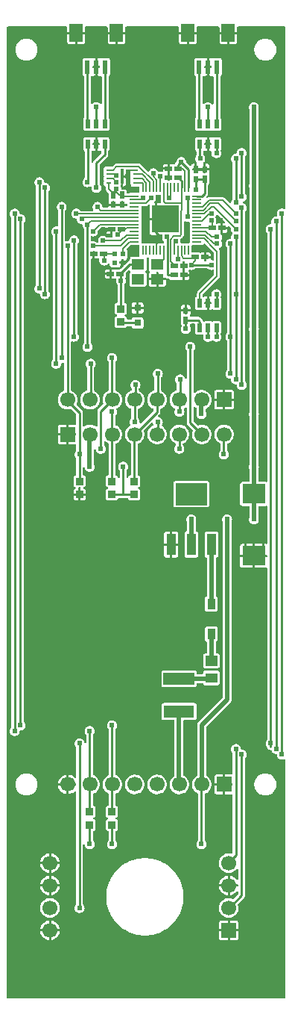
<source format=gtl>
G04 Layer: TopLayer*
G04 EasyEDA v6.5.34, 2023-10-04 19:43:08*
G04 c11720abcaec4e6590754cbdbbe34226,5a6b42c53f6a479593ecc07194224c93,10*
G04 Gerber Generator version 0.2*
G04 Scale: 100 percent, Rotated: No, Reflected: No *
G04 Dimensions in millimeters *
G04 leading zeros omitted , absolute positions ,4 integer and 5 decimal *
%FSLAX45Y45*%
%MOMM*%

%AMMACRO1*21,1,$1,$2,0,0,$3*%
%ADD10C,0.1270*%
%ADD11C,0.2540*%
%ADD12C,0.5000*%
%ADD13C,0.2000*%
%ADD14R,1.3770X1.1325*%
%ADD15MACRO1,1.377X1.1325X0.0000*%
%ADD16MACRO1,3.4992X1.4067X0.0000*%
%ADD17R,3.4992X1.4067*%
%ADD18R,0.9500X1.2000*%
%ADD19MACRO1,0.864X0.8065X0.0000*%
%ADD20R,0.8640X0.8065*%
%ADD21R,0.5320X1.0720*%
%ADD22R,0.6000X1.5500*%
%ADD23R,1.5000X2.0000*%
%ADD24MACRO1,0.54X0.7901X0.0000*%
%ADD25R,0.5400X0.7901*%
%ADD26MACRO1,0.54X0.7901X-90.0000*%
%ADD27MACRO1,1.2X1.4X90.0000*%
%ADD28R,1.4000X1.2000*%
%ADD29MACRO1,1.2X1.4X-90.0000*%
%ADD30R,1.1000X0.2000*%
%ADD31R,0.2000X1.1000*%
%ADD32R,3.1000X3.1000*%
%ADD33MACRO1,0.54X0.7901X90.0000*%
%ADD34R,0.6000X0.2800*%
%ADD35R,0.3000X1.7000*%
%ADD36R,0.5500X0.5500*%
%ADD37R,0.8000X0.8000*%
%ADD38R,1.0500X2.4650*%
%ADD39MACRO1,3.54X2.465X0.0000*%
%ADD40MACRO1,2.592X2.2075X0.0000*%
%ADD41R,2.5920X2.2075*%
%ADD42R,0.5500X1.0000*%
%ADD43R,1.7000X1.7000*%
%ADD44C,1.7000*%
%ADD45MACRO1,1.7X1.7X0.0000*%
%ADD46MACRO1,1.7X1.7X90.0000*%
%ADD47C,0.6096*%
%ADD48C,0.6200*%
%ADD49C,0.0104*%

%LPD*%
G36*
X480568Y787908D02*
G01*
X476656Y788670D01*
X473405Y790905D01*
X471170Y794156D01*
X470408Y798068D01*
X470408Y11800332D01*
X471170Y11804243D01*
X473405Y11807494D01*
X476656Y11809730D01*
X480568Y11810492D01*
X1144828Y11810492D01*
X1148689Y11809730D01*
X1151991Y11807494D01*
X1154226Y11804243D01*
X1154988Y11800332D01*
X1154988Y11750751D01*
X1243177Y11750751D01*
X1243177Y11800332D01*
X1243939Y11804243D01*
X1246174Y11807494D01*
X1249476Y11809730D01*
X1253337Y11810492D01*
X1258417Y11810492D01*
X1262329Y11809730D01*
X1265631Y11807494D01*
X1267815Y11804243D01*
X1268577Y11800332D01*
X1268577Y11750751D01*
X1356817Y11750751D01*
X1356817Y11800332D01*
X1357579Y11804243D01*
X1359763Y11807494D01*
X1363065Y11809730D01*
X1366977Y11810492D01*
X1604822Y11810492D01*
X1608734Y11809730D01*
X1612036Y11807494D01*
X1614220Y11804243D01*
X1614982Y11800332D01*
X1614982Y11750751D01*
X1703222Y11750751D01*
X1703222Y11800332D01*
X1703984Y11804243D01*
X1706168Y11807494D01*
X1709470Y11809730D01*
X1713382Y11810492D01*
X1718462Y11810492D01*
X1722323Y11809730D01*
X1725625Y11807494D01*
X1727809Y11804243D01*
X1728622Y11800332D01*
X1728622Y11750751D01*
X1816811Y11750751D01*
X1816811Y11800332D01*
X1817573Y11804243D01*
X1819808Y11807494D01*
X1823110Y11809730D01*
X1826971Y11810492D01*
X2414828Y11810492D01*
X2418689Y11809730D01*
X2421991Y11807494D01*
X2424226Y11804243D01*
X2424988Y11800332D01*
X2424988Y11750751D01*
X2513177Y11750751D01*
X2513177Y11800332D01*
X2513939Y11804243D01*
X2516174Y11807494D01*
X2519476Y11809730D01*
X2523337Y11810492D01*
X2528417Y11810492D01*
X2532329Y11809730D01*
X2535631Y11807494D01*
X2537815Y11804243D01*
X2538577Y11800332D01*
X2538577Y11750751D01*
X2626817Y11750751D01*
X2626817Y11800332D01*
X2627579Y11804243D01*
X2629763Y11807494D01*
X2633065Y11809730D01*
X2636977Y11810492D01*
X2874822Y11810492D01*
X2878734Y11809730D01*
X2882036Y11807494D01*
X2884220Y11804243D01*
X2884982Y11800332D01*
X2884982Y11750751D01*
X2973222Y11750751D01*
X2973222Y11800332D01*
X2973984Y11804243D01*
X2976168Y11807494D01*
X2979470Y11809730D01*
X2983382Y11810492D01*
X2988462Y11810492D01*
X2992323Y11809730D01*
X2995625Y11807494D01*
X2997809Y11804243D01*
X2998622Y11800332D01*
X2998622Y11750751D01*
X3086811Y11750751D01*
X3086811Y11800332D01*
X3087573Y11804243D01*
X3089808Y11807494D01*
X3093110Y11809730D01*
X3096971Y11810492D01*
X3621532Y11810492D01*
X3625443Y11809730D01*
X3628694Y11807494D01*
X3630929Y11804243D01*
X3631692Y11800332D01*
X3631692Y9751110D01*
X3630879Y9747097D01*
X3628491Y9743694D01*
X3624986Y9741560D01*
X3620922Y9740950D01*
X3616960Y9742017D01*
X3615283Y9742881D01*
X3606088Y9745675D01*
X3596538Y9746945D01*
X3586886Y9746488D01*
X3577437Y9744456D01*
X3568496Y9740900D01*
X3560267Y9735820D01*
X3553053Y9729470D01*
X3546957Y9721951D01*
X3542284Y9713518D01*
X3539083Y9704425D01*
X3537458Y9694926D01*
X3537458Y9685274D01*
X3539083Y9675774D01*
X3540556Y9671507D01*
X3541166Y9667748D01*
X3540302Y9664090D01*
X3538220Y9660940D01*
X3535121Y9658807D01*
X3531412Y9657943D01*
X3523386Y9657588D01*
X3513937Y9655556D01*
X3504996Y9652000D01*
X3496767Y9646920D01*
X3489553Y9640570D01*
X3483457Y9633051D01*
X3478784Y9624618D01*
X3475583Y9615525D01*
X3473958Y9606026D01*
X3473958Y9596374D01*
X3475583Y9586874D01*
X3477056Y9582607D01*
X3477666Y9578848D01*
X3476802Y9575190D01*
X3474720Y9572040D01*
X3471621Y9569907D01*
X3467912Y9569043D01*
X3459886Y9568688D01*
X3450437Y9566656D01*
X3441496Y9563100D01*
X3433267Y9558020D01*
X3426053Y9551670D01*
X3419957Y9544151D01*
X3415284Y9535718D01*
X3412083Y9526625D01*
X3410458Y9517126D01*
X3410458Y9507474D01*
X3412083Y9497974D01*
X3415284Y9488881D01*
X3419957Y9480448D01*
X3426256Y9472726D01*
X3427933Y9469729D01*
X3428492Y9466326D01*
X3428492Y6654749D01*
X3427780Y6650939D01*
X3425698Y6647688D01*
X3422548Y6645452D01*
X3418789Y6644589D01*
X3414979Y6645148D01*
X3411931Y6646214D01*
X3405632Y6646925D01*
X3337661Y6646925D01*
X3333800Y6647688D01*
X3330498Y6649872D01*
X3328263Y6653174D01*
X3327501Y6657086D01*
X3327501Y6792772D01*
X3328415Y6796938D01*
X3330244Y6800951D01*
X3332632Y6810298D01*
X3333496Y6819900D01*
X3332632Y6829501D01*
X3330244Y6838848D01*
X3328415Y6842861D01*
X3327501Y6847027D01*
X3327501Y7389672D01*
X3328415Y7393838D01*
X3330244Y7397851D01*
X3332632Y7407198D01*
X3333496Y7416800D01*
X3332632Y7426401D01*
X3330244Y7435748D01*
X3328415Y7439761D01*
X3327501Y7443927D01*
X3327501Y8354872D01*
X3328415Y8359038D01*
X3330244Y8363051D01*
X3332632Y8372398D01*
X3333496Y8382000D01*
X3332632Y8391601D01*
X3330244Y8400948D01*
X3328415Y8404961D01*
X3327501Y8409127D01*
X3327501Y9981692D01*
X3328466Y9986010D01*
X3329533Y9988346D01*
X3332073Y9997795D01*
X3332937Y10007600D01*
X3332073Y10017404D01*
X3329533Y10026853D01*
X3328466Y10029190D01*
X3327501Y10033508D01*
X3327501Y10870692D01*
X3328466Y10875010D01*
X3329533Y10877346D01*
X3332073Y10886795D01*
X3332937Y10896600D01*
X3332073Y10906404D01*
X3329533Y10915853D01*
X3325418Y10924794D01*
X3319779Y10932820D01*
X3312820Y10939780D01*
X3304794Y10945418D01*
X3295853Y10949533D01*
X3286404Y10952073D01*
X3276600Y10952937D01*
X3266795Y10952073D01*
X3257346Y10949533D01*
X3248406Y10945418D01*
X3240379Y10939780D01*
X3233420Y10932820D01*
X3227781Y10924794D01*
X3223666Y10915853D01*
X3221126Y10906404D01*
X3220262Y10896600D01*
X3221126Y10886795D01*
X3223666Y10877346D01*
X3224733Y10874959D01*
X3225698Y10870692D01*
X3225698Y10033508D01*
X3224733Y10029190D01*
X3223666Y10026853D01*
X3221126Y10017404D01*
X3220262Y10007600D01*
X3221126Y9997795D01*
X3223666Y9988346D01*
X3224733Y9985959D01*
X3225698Y9981692D01*
X3225698Y8409686D01*
X3225088Y8406333D01*
X3221583Y8396325D01*
X3219958Y8386825D01*
X3219958Y8377174D01*
X3221583Y8367674D01*
X3225088Y8357666D01*
X3225698Y8354314D01*
X3225698Y7444486D01*
X3225088Y7441133D01*
X3221583Y7431125D01*
X3219958Y7421625D01*
X3219958Y7411974D01*
X3221583Y7402474D01*
X3225088Y7392466D01*
X3225698Y7389114D01*
X3225698Y6847586D01*
X3225088Y6844233D01*
X3221583Y6834225D01*
X3219958Y6824725D01*
X3219958Y6815074D01*
X3221583Y6805574D01*
X3225088Y6795566D01*
X3225698Y6792214D01*
X3225698Y6657086D01*
X3224936Y6653174D01*
X3222701Y6649872D01*
X3219399Y6647688D01*
X3215538Y6646925D01*
X3147568Y6646925D01*
X3141268Y6646214D01*
X3135782Y6644284D01*
X3130905Y6641185D01*
X3126790Y6637121D01*
X3123692Y6632194D01*
X3121812Y6626758D01*
X3121101Y6620408D01*
X3121101Y6400800D01*
X3121812Y6394500D01*
X3123692Y6389014D01*
X3126790Y6384137D01*
X3130905Y6380022D01*
X3135782Y6376974D01*
X3141268Y6375044D01*
X3147568Y6374333D01*
X3215538Y6374333D01*
X3219399Y6373571D01*
X3222701Y6371386D01*
X3224936Y6368084D01*
X3225698Y6364173D01*
X3225698Y6248908D01*
X3224733Y6244590D01*
X3223666Y6242253D01*
X3221126Y6232804D01*
X3220262Y6223000D01*
X3221126Y6213195D01*
X3223666Y6203746D01*
X3227781Y6194806D01*
X3233420Y6186779D01*
X3240379Y6179820D01*
X3248406Y6174181D01*
X3257346Y6170066D01*
X3266795Y6167526D01*
X3276600Y6166662D01*
X3286404Y6167526D01*
X3295853Y6170066D01*
X3304794Y6174181D01*
X3312820Y6179820D01*
X3319779Y6186779D01*
X3325418Y6194806D01*
X3329533Y6203746D01*
X3332073Y6213195D01*
X3332937Y6223000D01*
X3332073Y6232804D01*
X3329533Y6242253D01*
X3328466Y6244590D01*
X3327501Y6248908D01*
X3327501Y6364173D01*
X3328263Y6368084D01*
X3330498Y6371386D01*
X3333800Y6373571D01*
X3337661Y6374333D01*
X3405632Y6374333D01*
X3411931Y6375044D01*
X3414979Y6376111D01*
X3418789Y6376670D01*
X3422548Y6375755D01*
X3425698Y6373520D01*
X3427780Y6370320D01*
X3428492Y6366510D01*
X3428492Y5952490D01*
X3427780Y5948680D01*
X3425698Y5945479D01*
X3422548Y5943244D01*
X3418789Y5942330D01*
X3414979Y5942888D01*
X3411931Y5943955D01*
X3405632Y5944666D01*
X3289300Y5944666D01*
X3289300Y5821070D01*
X3418332Y5821070D01*
X3422243Y5820308D01*
X3425494Y5818124D01*
X3427729Y5814822D01*
X3428492Y5810910D01*
X3428492Y5805830D01*
X3427729Y5801969D01*
X3425494Y5798667D01*
X3422243Y5796432D01*
X3418332Y5795670D01*
X3289300Y5795670D01*
X3289300Y5672074D01*
X3405632Y5672074D01*
X3411931Y5672785D01*
X3414979Y5673852D01*
X3418789Y5674410D01*
X3422548Y5673547D01*
X3425698Y5671312D01*
X3427780Y5668060D01*
X3428492Y5664250D01*
X3428492Y3728974D01*
X3427933Y3725570D01*
X3426256Y3722573D01*
X3419957Y3714851D01*
X3415284Y3706418D01*
X3412083Y3697325D01*
X3410458Y3687826D01*
X3410458Y3678174D01*
X3412083Y3668674D01*
X3415284Y3659581D01*
X3419957Y3651148D01*
X3426561Y3642969D01*
X3429000Y3638346D01*
X3431489Y3630168D01*
X3435045Y3623462D01*
X3439820Y3617620D01*
X3445662Y3612845D01*
X3452368Y3609289D01*
X3459581Y3607104D01*
X3471468Y3605733D01*
X3475177Y3603345D01*
X3477514Y3599586D01*
X3478784Y3596081D01*
X3483457Y3587648D01*
X3489553Y3580129D01*
X3496767Y3573779D01*
X3504996Y3568700D01*
X3513937Y3565144D01*
X3523386Y3563112D01*
X3527704Y3562908D01*
X3531463Y3561994D01*
X3534613Y3559759D01*
X3536696Y3556558D01*
X3539083Y3541674D01*
X3542284Y3532581D01*
X3546957Y3524148D01*
X3553053Y3516629D01*
X3560267Y3510279D01*
X3568496Y3505200D01*
X3577437Y3501644D01*
X3586886Y3499612D01*
X3596538Y3499154D01*
X3606088Y3500424D01*
X3615283Y3503218D01*
X3616960Y3504082D01*
X3620922Y3505149D01*
X3624986Y3504539D01*
X3628491Y3502406D01*
X3630879Y3499002D01*
X3631692Y3494989D01*
X3631692Y798068D01*
X3630929Y794156D01*
X3628694Y790905D01*
X3625443Y788670D01*
X3621532Y787908D01*
G37*

%LPC*%
G36*
X2192782Y8858808D02*
G01*
X2249525Y8858808D01*
X2255824Y8859520D01*
X2261311Y8861399D01*
X2266188Y8864498D01*
X2270302Y8868613D01*
X2273401Y8873490D01*
X2275281Y8878976D01*
X2275992Y8885275D01*
X2275992Y8932011D01*
X2192782Y8932011D01*
G37*
G36*
X2906369Y1451203D02*
G01*
X2978099Y1451203D01*
X2978099Y1549400D01*
X2879902Y1549400D01*
X2879902Y1477670D01*
X2880614Y1471371D01*
X2882493Y1465884D01*
X2885592Y1461008D01*
X2889707Y1456893D01*
X2894584Y1453794D01*
X2900070Y1451914D01*
G37*
G36*
X971499Y1452016D02*
G01*
X972972Y1452118D01*
X986942Y1454861D01*
X1000404Y1459331D01*
X1013206Y1465478D01*
X1025144Y1473250D01*
X1035964Y1482445D01*
X1045514Y1492961D01*
X1053642Y1504594D01*
X1060196Y1517192D01*
X1065123Y1530553D01*
X1068273Y1544421D01*
X1068730Y1549400D01*
X971499Y1549400D01*
G37*
G36*
X946099Y1452016D02*
G01*
X946099Y1549400D01*
X848868Y1549400D01*
X849325Y1544421D01*
X852474Y1530553D01*
X857402Y1517192D01*
X863955Y1504594D01*
X872083Y1492961D01*
X881634Y1482445D01*
X892454Y1473250D01*
X904392Y1465478D01*
X917194Y1459331D01*
X930656Y1454861D01*
X944626Y1452118D01*
G37*
G36*
X2038299Y1504492D02*
G01*
X2067610Y1505458D01*
X2096770Y1508404D01*
X2125675Y1513281D01*
X2154174Y1520088D01*
X2182164Y1528775D01*
X2209546Y1539290D01*
X2236114Y1551635D01*
X2261819Y1565706D01*
X2286508Y1581505D01*
X2310130Y1598879D01*
X2332482Y1617827D01*
X2353564Y1638198D01*
X2373223Y1659940D01*
X2391410Y1682953D01*
X2407970Y1707083D01*
X2422906Y1732330D01*
X2436164Y1758492D01*
X2447594Y1785467D01*
X2457196Y1813153D01*
X2464968Y1841398D01*
X2470810Y1870151D01*
X2474722Y1899208D01*
X2476652Y1928418D01*
X2476652Y1957730D01*
X2474722Y1986991D01*
X2470810Y2016048D01*
X2464968Y2044801D01*
X2457196Y2073046D01*
X2447594Y2100732D01*
X2436164Y2127707D01*
X2422906Y2153869D01*
X2407970Y2179116D01*
X2391410Y2203246D01*
X2373223Y2226259D01*
X2353564Y2248001D01*
X2332482Y2268372D01*
X2310130Y2287320D01*
X2286508Y2304694D01*
X2261819Y2320493D01*
X2236114Y2334564D01*
X2209546Y2346909D01*
X2182164Y2357424D01*
X2154174Y2366111D01*
X2125675Y2372918D01*
X2096770Y2377795D01*
X2067610Y2380742D01*
X2038299Y2381707D01*
X2008987Y2380742D01*
X1979828Y2377795D01*
X1950923Y2372918D01*
X1922424Y2366111D01*
X1894433Y2357424D01*
X1867052Y2346909D01*
X1840484Y2334564D01*
X1814779Y2320493D01*
X1790090Y2304694D01*
X1766468Y2287320D01*
X1744116Y2268372D01*
X1723034Y2248001D01*
X1703374Y2226259D01*
X1685188Y2203246D01*
X1668627Y2179116D01*
X1653692Y2153869D01*
X1640433Y2127707D01*
X1629003Y2100732D01*
X1619402Y2073046D01*
X1611630Y2044801D01*
X1605788Y2016048D01*
X1601876Y1986991D01*
X1599946Y1957730D01*
X1599946Y1928418D01*
X1601876Y1899208D01*
X1605788Y1870151D01*
X1611630Y1841398D01*
X1619402Y1813153D01*
X1629003Y1785467D01*
X1640433Y1758492D01*
X1653692Y1732330D01*
X1668627Y1707083D01*
X1685188Y1682953D01*
X1703374Y1659940D01*
X1723034Y1638198D01*
X1744116Y1617827D01*
X1766468Y1598879D01*
X1790090Y1581505D01*
X1814779Y1565706D01*
X1840484Y1551635D01*
X1867052Y1539290D01*
X1894433Y1528775D01*
X1922424Y1520088D01*
X1950923Y1513281D01*
X1979828Y1508404D01*
X2008987Y1505458D01*
G37*
G36*
X971499Y1574800D02*
G01*
X1068832Y1574800D01*
X1066901Y1586788D01*
X1062888Y1600403D01*
X1057097Y1613408D01*
X1049731Y1625549D01*
X1040892Y1636674D01*
X1030681Y1646529D01*
X1019302Y1655013D01*
X1006906Y1662023D01*
X993749Y1667357D01*
X979982Y1670964D01*
X971499Y1672031D01*
G37*
G36*
X848766Y1574800D02*
G01*
X946099Y1574800D01*
X946099Y1672031D01*
X937615Y1670964D01*
X923848Y1667357D01*
X910691Y1662023D01*
X898296Y1655013D01*
X886917Y1646529D01*
X876706Y1636674D01*
X867867Y1625549D01*
X860501Y1613408D01*
X854760Y1600403D01*
X850696Y1586788D01*
G37*
G36*
X2879902Y1574800D02*
G01*
X2978099Y1574800D01*
X2978099Y1672996D01*
X2906369Y1672996D01*
X2900070Y1672285D01*
X2894584Y1670405D01*
X2889707Y1667306D01*
X2885592Y1663192D01*
X2882493Y1658315D01*
X2880614Y1652828D01*
X2879902Y1646529D01*
G37*
G36*
X3003499Y1574800D02*
G01*
X3101695Y1574800D01*
X3101695Y1646529D01*
X3100984Y1652828D01*
X3099104Y1658315D01*
X3096006Y1663192D01*
X3091891Y1667306D01*
X3087014Y1670405D01*
X3081528Y1672285D01*
X3075228Y1672996D01*
X3003499Y1672996D01*
G37*
G36*
X958799Y1705203D02*
G01*
X972972Y1706118D01*
X986942Y1708861D01*
X1000404Y1713331D01*
X1013206Y1719478D01*
X1025144Y1727250D01*
X1035964Y1736445D01*
X1045514Y1746961D01*
X1053642Y1758594D01*
X1060196Y1771192D01*
X1065123Y1784553D01*
X1068273Y1798421D01*
X1069644Y1812543D01*
X1069187Y1826768D01*
X1066901Y1840788D01*
X1062888Y1854403D01*
X1057097Y1867407D01*
X1049731Y1879549D01*
X1040892Y1890674D01*
X1030681Y1900529D01*
X1019302Y1909013D01*
X1006906Y1916023D01*
X993749Y1921357D01*
X979982Y1924964D01*
X965911Y1926742D01*
X951687Y1926742D01*
X937615Y1924964D01*
X923848Y1921357D01*
X910691Y1916023D01*
X898296Y1909013D01*
X886917Y1900529D01*
X876706Y1890674D01*
X867867Y1879549D01*
X860501Y1867407D01*
X854760Y1854403D01*
X850696Y1840788D01*
X848410Y1826768D01*
X847953Y1812543D01*
X849325Y1798421D01*
X852474Y1784553D01*
X857402Y1771192D01*
X863955Y1758594D01*
X872083Y1746961D01*
X881634Y1736445D01*
X892454Y1727250D01*
X904392Y1719478D01*
X917194Y1713331D01*
X930656Y1708861D01*
X944626Y1706118D01*
G37*
G36*
X2990799Y1705203D02*
G01*
X3004972Y1706118D01*
X3018942Y1708861D01*
X3032404Y1713331D01*
X3045206Y1719478D01*
X3057144Y1727250D01*
X3067964Y1736445D01*
X3077514Y1746961D01*
X3085642Y1758594D01*
X3092196Y1771192D01*
X3097123Y1784553D01*
X3100273Y1798421D01*
X3101644Y1812543D01*
X3101187Y1826768D01*
X3098901Y1840788D01*
X3095498Y1852269D01*
X3095091Y1855876D01*
X3096006Y1859381D01*
X3098038Y1862328D01*
X3163824Y1928164D01*
X3168954Y1934362D01*
X3172510Y1941068D01*
X3174695Y1948281D01*
X3175508Y1956307D01*
X3175508Y3510279D01*
X3176219Y3514090D01*
X3178352Y3517341D01*
X3181146Y3520287D01*
X3186531Y3528263D01*
X3190544Y3537051D01*
X3192932Y3546398D01*
X3193796Y3556000D01*
X3192932Y3565601D01*
X3190544Y3574948D01*
X3186531Y3583736D01*
X3181146Y3591712D01*
X3174492Y3598672D01*
X3166719Y3604412D01*
X3158083Y3608781D01*
X3148888Y3611575D01*
X3138881Y3612896D01*
X3135579Y3613861D01*
X3132836Y3615944D01*
X3130905Y3618788D01*
X3130042Y3622090D01*
X3129432Y3629101D01*
X3127044Y3638448D01*
X3123031Y3647236D01*
X3117646Y3655212D01*
X3110992Y3662172D01*
X3103219Y3667912D01*
X3094583Y3672281D01*
X3085388Y3675075D01*
X3075838Y3676345D01*
X3066186Y3675887D01*
X3056737Y3673856D01*
X3047796Y3670300D01*
X3039567Y3665220D01*
X3032353Y3658870D01*
X3026257Y3651351D01*
X3021584Y3642918D01*
X3018383Y3633825D01*
X3016758Y3624326D01*
X3016758Y3614674D01*
X3018383Y3605174D01*
X3021584Y3596081D01*
X3026257Y3587648D01*
X3032556Y3579926D01*
X3034233Y3576929D01*
X3034792Y3573526D01*
X3034792Y3337712D01*
X3033928Y3333546D01*
X3031388Y3330143D01*
X3027730Y3328060D01*
X3023514Y3327603D01*
X3021939Y3327806D01*
X2950210Y3327806D01*
X2950210Y3229610D01*
X3024632Y3229610D01*
X3028543Y3228797D01*
X3031794Y3226612D01*
X3034030Y3223310D01*
X3034792Y3219450D01*
X3034792Y3214370D01*
X3034030Y3210458D01*
X3031794Y3207156D01*
X3028543Y3204972D01*
X3024632Y3204210D01*
X2950210Y3204210D01*
X2950210Y3105962D01*
X3021939Y3105962D01*
X3023514Y3106166D01*
X3027730Y3105759D01*
X3031388Y3103626D01*
X3033928Y3100222D01*
X3034792Y3096056D01*
X3034792Y2440127D01*
X3034131Y2436520D01*
X3032201Y2433370D01*
X3029254Y2431084D01*
X3025749Y2430018D01*
X3022041Y2430322D01*
X3011982Y2432964D01*
X2997911Y2434742D01*
X2983687Y2434742D01*
X2969615Y2432964D01*
X2955848Y2429357D01*
X2942691Y2424023D01*
X2930296Y2417013D01*
X2918917Y2408529D01*
X2908706Y2398674D01*
X2899867Y2387549D01*
X2892501Y2375408D01*
X2886760Y2362403D01*
X2882696Y2348788D01*
X2880410Y2334768D01*
X2879953Y2320544D01*
X2881325Y2306421D01*
X2884474Y2292553D01*
X2889402Y2279192D01*
X2895955Y2266594D01*
X2904083Y2254961D01*
X2913634Y2244445D01*
X2924454Y2235250D01*
X2936392Y2227478D01*
X2949194Y2221331D01*
X2962656Y2216861D01*
X2976626Y2214118D01*
X2990799Y2213203D01*
X3004972Y2214118D01*
X3018942Y2216861D01*
X3032404Y2221331D01*
X3045206Y2227478D01*
X3057144Y2235250D01*
X3067964Y2244445D01*
X3077514Y2254961D01*
X3079800Y2258263D01*
X3082899Y2261158D01*
X3086963Y2262530D01*
X3091180Y2262124D01*
X3094888Y2260041D01*
X3097377Y2256637D01*
X3098292Y2252472D01*
X3098292Y2141829D01*
X3097428Y2137765D01*
X3095040Y2134362D01*
X3091484Y2132228D01*
X3087370Y2131720D01*
X3083407Y2132838D01*
X3080207Y2135479D01*
X3072892Y2144674D01*
X3062681Y2154529D01*
X3051302Y2163013D01*
X3038906Y2170023D01*
X3025749Y2175357D01*
X3011982Y2178964D01*
X3003499Y2180031D01*
X3003499Y2082800D01*
X3088132Y2082800D01*
X3092043Y2082038D01*
X3095294Y2079802D01*
X3097530Y2076551D01*
X3098292Y2072639D01*
X3098292Y2067560D01*
X3097530Y2063648D01*
X3095294Y2060397D01*
X3092043Y2058162D01*
X3088132Y2057400D01*
X3003499Y2057400D01*
X3003499Y1960016D01*
X3004972Y1960118D01*
X3018942Y1962861D01*
X3032404Y1967331D01*
X3045206Y1973478D01*
X3057144Y1981250D01*
X3067964Y1990445D01*
X3077514Y2000961D01*
X3079800Y2004263D01*
X3082899Y2007158D01*
X3086963Y2008530D01*
X3091180Y2008124D01*
X3094888Y2006041D01*
X3097377Y2002637D01*
X3098292Y1998472D01*
X3098292Y1976018D01*
X3097530Y1972106D01*
X3095294Y1968804D01*
X3046222Y1919732D01*
X3042970Y1917547D01*
X3039110Y1916734D01*
X3035249Y1917496D01*
X3025749Y1921357D01*
X3011982Y1924964D01*
X2997911Y1926742D01*
X2983687Y1926742D01*
X2969615Y1924964D01*
X2955848Y1921357D01*
X2942691Y1916023D01*
X2930296Y1909013D01*
X2918917Y1900529D01*
X2908706Y1890674D01*
X2899867Y1879549D01*
X2892501Y1867407D01*
X2886760Y1854403D01*
X2882696Y1840788D01*
X2880410Y1826768D01*
X2879953Y1812543D01*
X2881325Y1798421D01*
X2884474Y1784553D01*
X2889402Y1771192D01*
X2895955Y1758594D01*
X2904083Y1746961D01*
X2913634Y1736445D01*
X2924454Y1727250D01*
X2936392Y1719478D01*
X2949194Y1713331D01*
X2962656Y1708861D01*
X2976626Y1706118D01*
G37*
G36*
X1297838Y1759254D02*
G01*
X1307388Y1760524D01*
X1316583Y1763318D01*
X1325219Y1767687D01*
X1332992Y1773428D01*
X1339646Y1780387D01*
X1345031Y1788363D01*
X1349044Y1797151D01*
X1351432Y1806498D01*
X1352296Y1816100D01*
X1351432Y1825701D01*
X1349044Y1835048D01*
X1345031Y1843836D01*
X1339646Y1851812D01*
X1336852Y1854758D01*
X1334719Y1858010D01*
X1334008Y1861820D01*
X1334008Y2526741D01*
X1334922Y2530957D01*
X1337462Y2534361D01*
X1341170Y2536494D01*
X1345438Y2536850D01*
X1349502Y2535428D01*
X1352600Y2532430D01*
X1354175Y2528468D01*
X1354683Y2525674D01*
X1357884Y2516581D01*
X1362557Y2508148D01*
X1368653Y2500630D01*
X1375867Y2494280D01*
X1384096Y2489200D01*
X1393037Y2485644D01*
X1402486Y2483612D01*
X1412138Y2483154D01*
X1421688Y2484424D01*
X1430883Y2487218D01*
X1439519Y2491587D01*
X1447292Y2497328D01*
X1453946Y2504287D01*
X1459331Y2512263D01*
X1463344Y2521051D01*
X1465732Y2530398D01*
X1466596Y2540000D01*
X1465732Y2549601D01*
X1463344Y2558948D01*
X1459331Y2567736D01*
X1453946Y2575712D01*
X1451152Y2578658D01*
X1449019Y2581910D01*
X1448308Y2585720D01*
X1448308Y2681020D01*
X1448968Y2684627D01*
X1450898Y2687777D01*
X1453794Y2690063D01*
X1458671Y2691231D01*
X1464106Y2693162D01*
X1469034Y2696260D01*
X1473098Y2700324D01*
X1476197Y2705252D01*
X1478076Y2710688D01*
X1478788Y2717038D01*
X1478788Y2796540D01*
X1478076Y2802839D01*
X1476197Y2808325D01*
X1473098Y2813202D01*
X1469034Y2817317D01*
X1464106Y2820365D01*
X1458061Y2822498D01*
X1454505Y2824632D01*
X1452067Y2828036D01*
X1451254Y2832100D01*
X1452067Y2836164D01*
X1454505Y2839567D01*
X1458061Y2841701D01*
X1464106Y2843834D01*
X1469034Y2846882D01*
X1473098Y2850997D01*
X1476197Y2855874D01*
X1478076Y2861360D01*
X1478788Y2867660D01*
X1478788Y2947162D01*
X1478076Y2953512D01*
X1476197Y2958947D01*
X1473098Y2963875D01*
X1469034Y2967939D01*
X1464106Y2971038D01*
X1458671Y2972968D01*
X1453794Y2974136D01*
X1450898Y2976422D01*
X1448968Y2979572D01*
X1448308Y2983179D01*
X1448308Y3104692D01*
X1449120Y3108706D01*
X1451457Y3112058D01*
X1454962Y3114243D01*
X1458366Y3115513D01*
X1470964Y3122066D01*
X1482648Y3130194D01*
X1493164Y3139744D01*
X1502359Y3150565D01*
X1510131Y3162503D01*
X1516278Y3175304D01*
X1520748Y3188766D01*
X1523492Y3202736D01*
X1524406Y3216910D01*
X1523492Y3231083D01*
X1520748Y3245002D01*
X1516278Y3258515D01*
X1510131Y3271316D01*
X1502359Y3283204D01*
X1493164Y3294024D01*
X1482648Y3303574D01*
X1470964Y3311702D01*
X1458366Y3318306D01*
X1454962Y3319526D01*
X1451457Y3321710D01*
X1449120Y3325063D01*
X1448308Y3329076D01*
X1448308Y3776979D01*
X1449019Y3780790D01*
X1451152Y3784041D01*
X1453946Y3786987D01*
X1459331Y3794963D01*
X1463344Y3803751D01*
X1465732Y3813098D01*
X1466596Y3822700D01*
X1465732Y3832301D01*
X1463344Y3841648D01*
X1459331Y3850436D01*
X1453946Y3858412D01*
X1447292Y3865372D01*
X1439519Y3871112D01*
X1430883Y3875481D01*
X1421688Y3878275D01*
X1412138Y3879545D01*
X1402486Y3879087D01*
X1393037Y3877056D01*
X1384096Y3873500D01*
X1375867Y3868420D01*
X1368653Y3862070D01*
X1362557Y3854551D01*
X1357884Y3846118D01*
X1354683Y3837025D01*
X1353058Y3827526D01*
X1353058Y3817874D01*
X1354683Y3808374D01*
X1357884Y3799281D01*
X1362557Y3790848D01*
X1368856Y3783126D01*
X1370533Y3780129D01*
X1371092Y3776726D01*
X1371092Y3696512D01*
X1370228Y3692448D01*
X1367840Y3689045D01*
X1364234Y3686911D01*
X1360119Y3686403D01*
X1356156Y3687572D01*
X1352956Y3690264D01*
X1351076Y3693972D01*
X1349044Y3701948D01*
X1345031Y3710736D01*
X1339646Y3718712D01*
X1332992Y3725672D01*
X1325219Y3731412D01*
X1316583Y3735781D01*
X1307388Y3738575D01*
X1297838Y3739845D01*
X1288186Y3739387D01*
X1278737Y3737356D01*
X1269796Y3733800D01*
X1261567Y3728720D01*
X1254353Y3722370D01*
X1248257Y3714851D01*
X1243584Y3706418D01*
X1240383Y3697325D01*
X1238758Y3687826D01*
X1238758Y3678174D01*
X1240383Y3668674D01*
X1243584Y3659581D01*
X1248257Y3651148D01*
X1254556Y3643426D01*
X1256233Y3640429D01*
X1256792Y3637026D01*
X1256792Y3300933D01*
X1256030Y3297123D01*
X1253947Y3293872D01*
X1250746Y3291636D01*
X1246936Y3290773D01*
X1243126Y3291382D01*
X1239774Y3293414D01*
X1228598Y3303574D01*
X1216964Y3311702D01*
X1204366Y3318306D01*
X1191056Y3323183D01*
X1177188Y3326384D01*
X1172210Y3326841D01*
X1172210Y3229610D01*
X1246632Y3229610D01*
X1250543Y3228797D01*
X1253794Y3226612D01*
X1256030Y3223310D01*
X1256792Y3219450D01*
X1256792Y3214370D01*
X1256030Y3210458D01*
X1253794Y3207156D01*
X1250543Y3204972D01*
X1246632Y3204210D01*
X1172210Y3204210D01*
X1172210Y3106928D01*
X1177188Y3107436D01*
X1191056Y3110585D01*
X1204366Y3115513D01*
X1216964Y3122066D01*
X1228598Y3130194D01*
X1239774Y3140354D01*
X1243126Y3142386D01*
X1246936Y3143046D01*
X1250746Y3142183D01*
X1253947Y3139948D01*
X1256030Y3136696D01*
X1256792Y3132886D01*
X1256792Y1862074D01*
X1256233Y1858670D01*
X1254556Y1855673D01*
X1248257Y1847951D01*
X1243584Y1839518D01*
X1240383Y1830425D01*
X1238758Y1820925D01*
X1238758Y1811274D01*
X1240383Y1801774D01*
X1243584Y1792681D01*
X1248257Y1784248D01*
X1254353Y1776730D01*
X1261567Y1770380D01*
X1269796Y1765300D01*
X1278737Y1761743D01*
X1288186Y1759712D01*
G37*
G36*
X2911500Y11612118D02*
G01*
X2973222Y11612118D01*
X2973222Y11725351D01*
X2884982Y11725351D01*
X2884982Y11638635D01*
X2885694Y11632285D01*
X2887624Y11626850D01*
X2890723Y11621922D01*
X2894787Y11617858D01*
X2899714Y11614759D01*
X2905150Y11612829D01*
G37*
G36*
X946099Y1960016D02*
G01*
X946099Y2057400D01*
X848868Y2057400D01*
X849325Y2052421D01*
X852474Y2038553D01*
X857402Y2025192D01*
X863955Y2012594D01*
X872083Y2000961D01*
X881634Y1990445D01*
X892454Y1981250D01*
X904392Y1973478D01*
X917194Y1967331D01*
X930656Y1962861D01*
X944626Y1960118D01*
G37*
G36*
X2978099Y1960016D02*
G01*
X2978099Y2057400D01*
X2880868Y2057400D01*
X2881325Y2052421D01*
X2884474Y2038553D01*
X2889402Y2025192D01*
X2895955Y2012594D01*
X2904083Y2000961D01*
X2913634Y1990445D01*
X2924454Y1981250D01*
X2936392Y1973478D01*
X2949194Y1967331D01*
X2962656Y1962861D01*
X2976626Y1960118D01*
G37*
G36*
X971499Y1960016D02*
G01*
X972972Y1960118D01*
X986942Y1962861D01*
X1000404Y1967331D01*
X1013206Y1973478D01*
X1025144Y1981250D01*
X1035964Y1990445D01*
X1045514Y2000961D01*
X1053642Y2012594D01*
X1060196Y2025192D01*
X1065123Y2038553D01*
X1068273Y2052421D01*
X1068730Y2057400D01*
X971499Y2057400D01*
G37*
G36*
X1641500Y11612118D02*
G01*
X1703222Y11612118D01*
X1703222Y11725351D01*
X1614982Y11725351D01*
X1614982Y11638635D01*
X1615694Y11632285D01*
X1617624Y11626850D01*
X1620723Y11621922D01*
X1624787Y11617858D01*
X1629714Y11614759D01*
X1635150Y11612829D01*
G37*
G36*
X848766Y2082800D02*
G01*
X946099Y2082800D01*
X946099Y2180031D01*
X937615Y2178964D01*
X923848Y2175357D01*
X910691Y2170023D01*
X898296Y2163013D01*
X886917Y2154529D01*
X876706Y2144674D01*
X867867Y2133549D01*
X860501Y2121408D01*
X854760Y2108403D01*
X850696Y2094788D01*
G37*
G36*
X971499Y2082800D02*
G01*
X1068832Y2082800D01*
X1066901Y2094788D01*
X1062888Y2108403D01*
X1057097Y2121408D01*
X1049731Y2133549D01*
X1040892Y2144674D01*
X1030681Y2154529D01*
X1019302Y2163013D01*
X1006906Y2170023D01*
X993749Y2175357D01*
X979982Y2178964D01*
X971499Y2180031D01*
G37*
G36*
X2880766Y2082800D02*
G01*
X2978099Y2082800D01*
X2978099Y2180031D01*
X2969615Y2178964D01*
X2955848Y2175357D01*
X2942691Y2170023D01*
X2930296Y2163013D01*
X2918917Y2154529D01*
X2908706Y2144674D01*
X2899867Y2133549D01*
X2892501Y2121408D01*
X2886760Y2108403D01*
X2882696Y2094788D01*
G37*
G36*
X2538577Y11612118D02*
G01*
X2600299Y11612118D01*
X2606649Y11612829D01*
X2612085Y11614759D01*
X2617012Y11617858D01*
X2621076Y11621922D01*
X2624175Y11626850D01*
X2626106Y11632285D01*
X2626817Y11638635D01*
X2626817Y11725351D01*
X2538577Y11725351D01*
G37*
G36*
X1728622Y11612118D02*
G01*
X1790344Y11612118D01*
X1796643Y11612829D01*
X1802130Y11614759D01*
X1807006Y11617858D01*
X1811121Y11621922D01*
X1814169Y11626850D01*
X1816100Y11632285D01*
X1816811Y11638635D01*
X1816811Y11725351D01*
X1728622Y11725351D01*
G37*
G36*
X971499Y2214016D02*
G01*
X972972Y2214118D01*
X986942Y2216861D01*
X1000404Y2221331D01*
X1013206Y2227478D01*
X1025144Y2235250D01*
X1035964Y2244445D01*
X1045514Y2254961D01*
X1053642Y2266594D01*
X1060196Y2279192D01*
X1065123Y2292553D01*
X1068273Y2306421D01*
X1068730Y2311400D01*
X971499Y2311400D01*
G37*
G36*
X946099Y2214016D02*
G01*
X946099Y2311400D01*
X848868Y2311400D01*
X849325Y2306421D01*
X852474Y2292553D01*
X857402Y2279192D01*
X863955Y2266594D01*
X872083Y2254961D01*
X881634Y2244445D01*
X892454Y2235250D01*
X904392Y2227478D01*
X917194Y2221331D01*
X930656Y2216861D01*
X944626Y2214118D01*
G37*
G36*
X848766Y2336800D02*
G01*
X946099Y2336800D01*
X946099Y2434031D01*
X937615Y2432964D01*
X923848Y2429357D01*
X910691Y2424023D01*
X898296Y2417013D01*
X886917Y2408529D01*
X876706Y2398674D01*
X867867Y2387549D01*
X860501Y2375408D01*
X854760Y2362403D01*
X850696Y2348788D01*
G37*
G36*
X971499Y2336800D02*
G01*
X1068832Y2336800D01*
X1066901Y2348788D01*
X1062888Y2362403D01*
X1057097Y2375408D01*
X1049731Y2387549D01*
X1040892Y2398674D01*
X1030681Y2408529D01*
X1019302Y2417013D01*
X1006906Y2424023D01*
X993749Y2429357D01*
X979982Y2432964D01*
X971499Y2434031D01*
G37*
G36*
X2451455Y11612118D02*
G01*
X2513177Y11612118D01*
X2513177Y11725351D01*
X2424988Y11725351D01*
X2424988Y11638635D01*
X2425700Y11632285D01*
X2427579Y11626850D01*
X2430678Y11621922D01*
X2434793Y11617858D01*
X2439670Y11614759D01*
X2445156Y11612829D01*
G37*
G36*
X1666138Y2483154D02*
G01*
X1675688Y2484424D01*
X1684883Y2487218D01*
X1693519Y2491587D01*
X1701292Y2497328D01*
X1707946Y2504287D01*
X1713331Y2512263D01*
X1717344Y2521051D01*
X1719732Y2530398D01*
X1720596Y2540000D01*
X1719732Y2549601D01*
X1717344Y2558948D01*
X1713331Y2567736D01*
X1707946Y2575712D01*
X1705152Y2578658D01*
X1703019Y2581910D01*
X1702307Y2585720D01*
X1702307Y2681020D01*
X1702968Y2684627D01*
X1704898Y2687777D01*
X1707794Y2690063D01*
X1712671Y2691231D01*
X1718106Y2693162D01*
X1723034Y2696260D01*
X1727098Y2700324D01*
X1730197Y2705252D01*
X1732076Y2710688D01*
X1732788Y2717038D01*
X1732788Y2796540D01*
X1732076Y2802839D01*
X1730197Y2808325D01*
X1727098Y2813202D01*
X1723034Y2817317D01*
X1718106Y2820365D01*
X1712061Y2822498D01*
X1708505Y2824632D01*
X1706067Y2828036D01*
X1705254Y2832100D01*
X1706067Y2836164D01*
X1708505Y2839567D01*
X1712061Y2841701D01*
X1718106Y2843834D01*
X1723034Y2846882D01*
X1727098Y2850997D01*
X1730197Y2855874D01*
X1732076Y2861360D01*
X1732788Y2867660D01*
X1732788Y2947162D01*
X1732076Y2953512D01*
X1730197Y2958947D01*
X1727098Y2963875D01*
X1723034Y2967939D01*
X1718106Y2971038D01*
X1712671Y2972968D01*
X1707794Y2974136D01*
X1704898Y2976422D01*
X1702968Y2979572D01*
X1702307Y2983179D01*
X1702307Y3104692D01*
X1703120Y3108706D01*
X1705457Y3112058D01*
X1708962Y3114243D01*
X1712366Y3115513D01*
X1724964Y3122066D01*
X1736648Y3130194D01*
X1747164Y3139744D01*
X1756359Y3150565D01*
X1764131Y3162503D01*
X1770278Y3175304D01*
X1774748Y3188766D01*
X1777492Y3202736D01*
X1778406Y3216910D01*
X1777492Y3231083D01*
X1774748Y3245002D01*
X1770278Y3258515D01*
X1764131Y3271316D01*
X1756359Y3283204D01*
X1747164Y3294024D01*
X1736648Y3303574D01*
X1724964Y3311702D01*
X1712366Y3318306D01*
X1708962Y3319526D01*
X1705457Y3321710D01*
X1703120Y3325063D01*
X1702307Y3329076D01*
X1702307Y3840479D01*
X1703019Y3844290D01*
X1705152Y3847541D01*
X1707946Y3850487D01*
X1713331Y3858463D01*
X1717344Y3867251D01*
X1719732Y3876598D01*
X1720596Y3886200D01*
X1719732Y3895801D01*
X1717344Y3905148D01*
X1713331Y3913936D01*
X1707946Y3921912D01*
X1701292Y3928872D01*
X1693519Y3934612D01*
X1684883Y3938981D01*
X1675688Y3941775D01*
X1666138Y3943045D01*
X1656486Y3942587D01*
X1647037Y3940556D01*
X1638096Y3937000D01*
X1629867Y3931920D01*
X1622653Y3925570D01*
X1616557Y3918051D01*
X1611884Y3909618D01*
X1608683Y3900525D01*
X1607058Y3891026D01*
X1607058Y3881374D01*
X1608683Y3871874D01*
X1611884Y3862781D01*
X1616557Y3854348D01*
X1622856Y3846626D01*
X1624533Y3843629D01*
X1625092Y3840226D01*
X1625092Y3325774D01*
X1624330Y3321964D01*
X1622247Y3318662D01*
X1619046Y3316478D01*
X1616202Y3315208D01*
X1604060Y3307842D01*
X1592935Y3299002D01*
X1583080Y3288792D01*
X1574546Y3277362D01*
X1567586Y3265017D01*
X1562252Y3251860D01*
X1558645Y3238093D01*
X1556816Y3224022D01*
X1556816Y3209798D01*
X1558645Y3195675D01*
X1562252Y3181959D01*
X1567586Y3168802D01*
X1574546Y3156407D01*
X1583080Y3145028D01*
X1592935Y3134817D01*
X1604060Y3125927D01*
X1616202Y3118561D01*
X1619046Y3117342D01*
X1622247Y3115106D01*
X1624330Y3111855D01*
X1625092Y3108045D01*
X1625092Y2983179D01*
X1624431Y2979572D01*
X1622501Y2976422D01*
X1619605Y2974136D01*
X1614728Y2972968D01*
X1609293Y2971038D01*
X1604365Y2967939D01*
X1600301Y2963875D01*
X1597202Y2958947D01*
X1595323Y2953512D01*
X1594612Y2947162D01*
X1594612Y2867660D01*
X1595323Y2861360D01*
X1597202Y2855874D01*
X1600301Y2850997D01*
X1604365Y2846882D01*
X1609293Y2843834D01*
X1615338Y2841701D01*
X1618894Y2839567D01*
X1621332Y2836164D01*
X1622145Y2832100D01*
X1621332Y2828036D01*
X1618894Y2824632D01*
X1615338Y2822498D01*
X1609293Y2820365D01*
X1604365Y2817317D01*
X1600301Y2813202D01*
X1597202Y2808325D01*
X1595323Y2802839D01*
X1594612Y2796540D01*
X1594612Y2717038D01*
X1595323Y2710688D01*
X1597202Y2705252D01*
X1600301Y2700324D01*
X1604365Y2696260D01*
X1609293Y2693162D01*
X1614728Y2691231D01*
X1619605Y2690063D01*
X1622501Y2687777D01*
X1624431Y2684627D01*
X1625092Y2681020D01*
X1625092Y2585974D01*
X1624533Y2582570D01*
X1622856Y2579573D01*
X1616557Y2571851D01*
X1611884Y2563418D01*
X1608683Y2554325D01*
X1607058Y2544826D01*
X1607058Y2535174D01*
X1608683Y2525674D01*
X1611884Y2516581D01*
X1616557Y2508148D01*
X1622653Y2500630D01*
X1629867Y2494280D01*
X1638096Y2489200D01*
X1647037Y2485644D01*
X1656486Y2483612D01*
G37*
G36*
X1181455Y11612118D02*
G01*
X1243177Y11612118D01*
X1243177Y11725351D01*
X1154988Y11725351D01*
X1154988Y11638635D01*
X1155700Y11632285D01*
X1157579Y11626850D01*
X1160678Y11621922D01*
X1164793Y11617858D01*
X1169670Y11614759D01*
X1175156Y11612829D01*
G37*
G36*
X2682138Y2483154D02*
G01*
X2691688Y2484424D01*
X2700883Y2487218D01*
X2709519Y2491587D01*
X2717292Y2497328D01*
X2723946Y2504287D01*
X2729331Y2512263D01*
X2733344Y2521051D01*
X2735732Y2530398D01*
X2736596Y2540000D01*
X2735732Y2549601D01*
X2733344Y2558948D01*
X2729331Y2567736D01*
X2723946Y2575712D01*
X2721152Y2578658D01*
X2719019Y2581910D01*
X2718308Y2585720D01*
X2718308Y3104692D01*
X2719120Y3108706D01*
X2721457Y3112058D01*
X2724962Y3114243D01*
X2728366Y3115513D01*
X2740964Y3122066D01*
X2752648Y3130194D01*
X2763164Y3139744D01*
X2772359Y3150565D01*
X2780131Y3162503D01*
X2786278Y3175304D01*
X2790748Y3188766D01*
X2793492Y3202736D01*
X2794406Y3216910D01*
X2793492Y3231083D01*
X2790748Y3245002D01*
X2786278Y3258515D01*
X2780131Y3271316D01*
X2772359Y3283204D01*
X2763164Y3294024D01*
X2752648Y3303574D01*
X2736951Y3314547D01*
X2735072Y3317697D01*
X2734411Y3321304D01*
X2734411Y3864711D01*
X2735173Y3868572D01*
X2737358Y3871874D01*
X3007664Y4142130D01*
X3010814Y4145584D01*
X3013506Y4149090D01*
X3015894Y4152849D01*
X3017926Y4156811D01*
X3019653Y4160875D01*
X3020974Y4165142D01*
X3021939Y4169460D01*
X3022498Y4173880D01*
X3022701Y4178503D01*
X3022701Y6195872D01*
X3023616Y6200038D01*
X3025444Y6204051D01*
X3027832Y6213398D01*
X3028696Y6223000D01*
X3027832Y6232601D01*
X3025444Y6241948D01*
X3021431Y6250736D01*
X3016046Y6258712D01*
X3009392Y6265672D01*
X3001619Y6271412D01*
X2992983Y6275781D01*
X2983788Y6278575D01*
X2974238Y6279845D01*
X2964586Y6279388D01*
X2955137Y6277356D01*
X2946196Y6273800D01*
X2937967Y6268720D01*
X2930753Y6262370D01*
X2924657Y6254851D01*
X2919984Y6246418D01*
X2916783Y6237325D01*
X2915158Y6227826D01*
X2915158Y6218174D01*
X2916783Y6208674D01*
X2920288Y6198666D01*
X2920898Y6195314D01*
X2920898Y4203598D01*
X2920136Y4199686D01*
X2917901Y4196435D01*
X2647645Y3926128D01*
X2644495Y3922725D01*
X2641803Y3919169D01*
X2639415Y3915460D01*
X2637383Y3911498D01*
X2635656Y3907383D01*
X2634335Y3903167D01*
X2633370Y3898849D01*
X2632811Y3894429D01*
X2632608Y3889756D01*
X2632608Y3321151D01*
X2631998Y3317748D01*
X2630322Y3314750D01*
X2627680Y3312464D01*
X2620060Y3307842D01*
X2608935Y3299002D01*
X2599080Y3288792D01*
X2590546Y3277362D01*
X2583586Y3265017D01*
X2578252Y3251860D01*
X2574645Y3238093D01*
X2572816Y3224022D01*
X2572816Y3209798D01*
X2574645Y3195675D01*
X2578252Y3181959D01*
X2583586Y3168802D01*
X2590546Y3156407D01*
X2599080Y3145028D01*
X2608935Y3134817D01*
X2620060Y3125927D01*
X2632202Y3118561D01*
X2635046Y3117342D01*
X2638247Y3115106D01*
X2640330Y3111855D01*
X2641092Y3108045D01*
X2641092Y2585974D01*
X2640533Y2582570D01*
X2638856Y2579573D01*
X2632557Y2571851D01*
X2627884Y2563418D01*
X2624683Y2554325D01*
X2623058Y2544826D01*
X2623058Y2535174D01*
X2624683Y2525674D01*
X2627884Y2516581D01*
X2632557Y2508148D01*
X2638653Y2500630D01*
X2645867Y2494280D01*
X2654096Y2489200D01*
X2663037Y2485644D01*
X2672486Y2483612D01*
G37*
G36*
X691388Y3090976D02*
G01*
X706577Y3091891D01*
X721512Y3094634D01*
X736041Y3099155D01*
X749909Y3105404D01*
X762914Y3113278D01*
X774852Y3122676D01*
X785622Y3133394D01*
X794969Y3145383D01*
X802843Y3158388D01*
X809091Y3172256D01*
X813612Y3186734D01*
X816356Y3201720D01*
X817270Y3216859D01*
X816356Y3232048D01*
X813612Y3247034D01*
X809091Y3261512D01*
X802843Y3275380D01*
X794969Y3288385D01*
X785622Y3300374D01*
X774852Y3311093D01*
X762914Y3320491D01*
X749909Y3328365D01*
X736041Y3334613D01*
X721512Y3339134D01*
X706577Y3341878D01*
X691388Y3342792D01*
X676198Y3341878D01*
X661263Y3339134D01*
X646734Y3334613D01*
X632866Y3328365D01*
X619861Y3320491D01*
X607923Y3311093D01*
X597154Y3300374D01*
X587806Y3288385D01*
X579932Y3275380D01*
X573684Y3261512D01*
X569163Y3247034D01*
X566420Y3232048D01*
X565505Y3216859D01*
X566420Y3201720D01*
X569163Y3186734D01*
X573684Y3172256D01*
X579932Y3158388D01*
X587806Y3145383D01*
X597154Y3133394D01*
X607923Y3122676D01*
X619861Y3113278D01*
X632866Y3105404D01*
X646734Y3099155D01*
X661263Y3094634D01*
X676198Y3091891D01*
G37*
G36*
X3406394Y3091027D02*
G01*
X3421583Y3091942D01*
X3436518Y3094685D01*
X3451047Y3099206D01*
X3464915Y3105404D01*
X3477920Y3113278D01*
X3489858Y3122676D01*
X3500628Y3133394D01*
X3509975Y3145383D01*
X3517849Y3158388D01*
X3524097Y3172256D01*
X3528618Y3186785D01*
X3531362Y3201720D01*
X3532276Y3216910D01*
X3531362Y3232048D01*
X3528618Y3247034D01*
X3524097Y3261512D01*
X3517849Y3275380D01*
X3509975Y3288385D01*
X3500628Y3300374D01*
X3489858Y3311144D01*
X3477920Y3320491D01*
X3464915Y3328365D01*
X3451047Y3334613D01*
X3436518Y3339134D01*
X3421583Y3341878D01*
X3406394Y3342792D01*
X3391204Y3341878D01*
X3376269Y3339134D01*
X3361740Y3334613D01*
X3347872Y3328365D01*
X3334867Y3320491D01*
X3322929Y3311144D01*
X3312160Y3300374D01*
X3302812Y3288385D01*
X3294938Y3275380D01*
X3288690Y3261512D01*
X3284169Y3247034D01*
X3281426Y3232048D01*
X3280511Y3216910D01*
X3281426Y3201720D01*
X3284169Y3186785D01*
X3288690Y3172256D01*
X3294938Y3158388D01*
X3302812Y3145383D01*
X3312160Y3133394D01*
X3322929Y3122676D01*
X3334867Y3113278D01*
X3347872Y3105404D01*
X3361740Y3099206D01*
X3376269Y3094685D01*
X3391204Y3091942D01*
G37*
G36*
X2853080Y3105962D02*
G01*
X2924810Y3105962D01*
X2924810Y3204210D01*
X2826562Y3204210D01*
X2826562Y3132480D01*
X2827274Y3126130D01*
X2829204Y3120694D01*
X2832303Y3115767D01*
X2836367Y3111703D01*
X2841294Y3108604D01*
X2846730Y3106674D01*
G37*
G36*
X1268577Y11612118D02*
G01*
X1330299Y11612118D01*
X1336649Y11612829D01*
X1342085Y11614759D01*
X1347012Y11617858D01*
X1351076Y11621922D01*
X1354175Y11626850D01*
X1356106Y11632285D01*
X1356817Y11638635D01*
X1356817Y11725351D01*
X1268577Y11725351D01*
G37*
G36*
X2179066Y3106064D02*
G01*
X2193188Y3107436D01*
X2207056Y3110585D01*
X2220366Y3115513D01*
X2232964Y3122066D01*
X2244648Y3130194D01*
X2255164Y3139744D01*
X2264359Y3150565D01*
X2272131Y3162503D01*
X2278278Y3175304D01*
X2282748Y3188766D01*
X2285492Y3202736D01*
X2286406Y3216910D01*
X2285492Y3231083D01*
X2282748Y3245002D01*
X2278278Y3258515D01*
X2272131Y3271316D01*
X2264359Y3283204D01*
X2255164Y3294024D01*
X2244648Y3303574D01*
X2232964Y3311702D01*
X2220366Y3318306D01*
X2207056Y3323183D01*
X2193188Y3326384D01*
X2179066Y3327704D01*
X2164842Y3327247D01*
X2150821Y3325012D01*
X2137206Y3320948D01*
X2124202Y3315208D01*
X2112060Y3307842D01*
X2100935Y3299002D01*
X2091080Y3288792D01*
X2082546Y3277362D01*
X2075586Y3265017D01*
X2070252Y3251860D01*
X2066645Y3238093D01*
X2064816Y3224022D01*
X2064816Y3209798D01*
X2066645Y3195675D01*
X2070252Y3181959D01*
X2075586Y3168802D01*
X2082546Y3156407D01*
X2091080Y3145028D01*
X2100935Y3134817D01*
X2112060Y3125927D01*
X2124202Y3118561D01*
X2137206Y3112820D01*
X2150821Y3108807D01*
X2164842Y3106521D01*
G37*
G36*
X1925066Y3106064D02*
G01*
X1939188Y3107436D01*
X1953056Y3110585D01*
X1966366Y3115513D01*
X1978964Y3122066D01*
X1990648Y3130194D01*
X2001164Y3139744D01*
X2010359Y3150565D01*
X2018131Y3162503D01*
X2024278Y3175304D01*
X2028748Y3188766D01*
X2031492Y3202736D01*
X2032406Y3216910D01*
X2031492Y3231083D01*
X2028748Y3245002D01*
X2024278Y3258515D01*
X2018131Y3271316D01*
X2010359Y3283204D01*
X2001164Y3294024D01*
X1990648Y3303574D01*
X1978964Y3311702D01*
X1966366Y3318306D01*
X1953056Y3323183D01*
X1939188Y3326384D01*
X1925066Y3327704D01*
X1910842Y3327247D01*
X1896821Y3325012D01*
X1883206Y3320948D01*
X1870202Y3315208D01*
X1858060Y3307842D01*
X1846935Y3299002D01*
X1837080Y3288792D01*
X1828546Y3277362D01*
X1821586Y3265017D01*
X1816252Y3251860D01*
X1812645Y3238093D01*
X1810816Y3224022D01*
X1810816Y3209798D01*
X1812645Y3195675D01*
X1816252Y3181959D01*
X1821586Y3168802D01*
X1828546Y3156407D01*
X1837080Y3145028D01*
X1846935Y3134817D01*
X1858060Y3125927D01*
X1870202Y3118561D01*
X1883206Y3112820D01*
X1896821Y3108807D01*
X1910842Y3106521D01*
G37*
G36*
X2433066Y3106064D02*
G01*
X2447188Y3107436D01*
X2461056Y3110585D01*
X2474366Y3115513D01*
X2486964Y3122066D01*
X2498648Y3130194D01*
X2509164Y3139744D01*
X2518359Y3150565D01*
X2526131Y3162503D01*
X2532278Y3175304D01*
X2536748Y3188766D01*
X2539492Y3202736D01*
X2540406Y3216910D01*
X2539492Y3231083D01*
X2536748Y3245002D01*
X2532278Y3258515D01*
X2526131Y3271316D01*
X2518359Y3283204D01*
X2509164Y3294024D01*
X2498648Y3303574D01*
X2486964Y3311702D01*
X2482088Y3314293D01*
X2479192Y3316528D01*
X2477262Y3319678D01*
X2476601Y3323285D01*
X2476601Y3937355D01*
X2477363Y3941267D01*
X2479598Y3944569D01*
X2482900Y3946753D01*
X2486761Y3947515D01*
X2600096Y3947515D01*
X2606395Y3948226D01*
X2611882Y3950157D01*
X2616758Y3953205D01*
X2620873Y3957320D01*
X2623921Y3962196D01*
X2625852Y3967683D01*
X2626563Y3973982D01*
X2626563Y4113529D01*
X2625852Y4119829D01*
X2623921Y4125315D01*
X2620873Y4130192D01*
X2616758Y4134307D01*
X2611882Y4137406D01*
X2606395Y4139285D01*
X2600096Y4139996D01*
X2251303Y4139996D01*
X2245004Y4139285D01*
X2239518Y4137406D01*
X2234641Y4134307D01*
X2230526Y4130192D01*
X2227478Y4125315D01*
X2225548Y4119829D01*
X2224836Y4113529D01*
X2224836Y3973982D01*
X2225548Y3967683D01*
X2227478Y3962196D01*
X2230526Y3957320D01*
X2234641Y3953205D01*
X2239518Y3950157D01*
X2245004Y3948226D01*
X2251303Y3947515D01*
X2364638Y3947515D01*
X2368499Y3946753D01*
X2371801Y3944569D01*
X2374036Y3941267D01*
X2374798Y3937355D01*
X2374798Y3318865D01*
X2374188Y3315462D01*
X2372512Y3312464D01*
X2369921Y3310178D01*
X2366060Y3307842D01*
X2354935Y3299002D01*
X2345080Y3288792D01*
X2336546Y3277362D01*
X2329586Y3265017D01*
X2324252Y3251860D01*
X2320645Y3238093D01*
X2318816Y3224022D01*
X2318816Y3209798D01*
X2320645Y3195675D01*
X2324252Y3181959D01*
X2329586Y3168802D01*
X2336546Y3156407D01*
X2345080Y3145028D01*
X2354935Y3134817D01*
X2366060Y3125927D01*
X2378202Y3118561D01*
X2391206Y3112820D01*
X2404821Y3108807D01*
X2418842Y3106521D01*
G37*
G36*
X1146810Y3106877D02*
G01*
X1146810Y3204210D01*
X1049578Y3204210D01*
X1050645Y3195675D01*
X1054252Y3181959D01*
X1059586Y3168802D01*
X1066546Y3156407D01*
X1075080Y3145028D01*
X1084935Y3134817D01*
X1096060Y3125927D01*
X1108202Y3118561D01*
X1121206Y3112820D01*
X1134821Y3108807D01*
G37*
G36*
X2998622Y11612118D02*
G01*
X3060344Y11612118D01*
X3066643Y11612829D01*
X3072130Y11614759D01*
X3077006Y11617858D01*
X3081121Y11621922D01*
X3084169Y11626850D01*
X3086100Y11632285D01*
X3086811Y11638635D01*
X3086811Y11725351D01*
X2998622Y11725351D01*
G37*
G36*
X1049578Y3229610D02*
G01*
X1146810Y3229610D01*
X1146810Y3326942D01*
X1134821Y3325012D01*
X1121206Y3320948D01*
X1108202Y3315208D01*
X1096060Y3307842D01*
X1084935Y3299002D01*
X1075080Y3288792D01*
X1066546Y3277362D01*
X1059586Y3265017D01*
X1054252Y3251860D01*
X1050645Y3238093D01*
G37*
G36*
X2826562Y3229610D02*
G01*
X2924810Y3229610D01*
X2924810Y3327806D01*
X2853080Y3327806D01*
X2846730Y3327095D01*
X2841294Y3325164D01*
X2836367Y3322116D01*
X2832303Y3318001D01*
X2829204Y3313125D01*
X2827274Y3307638D01*
X2826562Y3301339D01*
G37*
G36*
X691388Y11422176D02*
G01*
X706577Y11423091D01*
X721512Y11425834D01*
X736041Y11430355D01*
X749909Y11436604D01*
X762914Y11444478D01*
X774852Y11453876D01*
X785622Y11464594D01*
X794969Y11476583D01*
X802843Y11489588D01*
X809091Y11503456D01*
X813612Y11517934D01*
X816356Y11532920D01*
X817270Y11548059D01*
X816356Y11563248D01*
X813612Y11578234D01*
X809091Y11592712D01*
X802843Y11606580D01*
X794969Y11619585D01*
X785622Y11631574D01*
X774852Y11642293D01*
X762914Y11651691D01*
X749909Y11659565D01*
X736041Y11665813D01*
X721512Y11670334D01*
X706577Y11673078D01*
X691388Y11673992D01*
X676198Y11673078D01*
X661263Y11670334D01*
X646734Y11665813D01*
X632866Y11659565D01*
X619861Y11651691D01*
X607923Y11642293D01*
X597154Y11631574D01*
X587806Y11619585D01*
X579932Y11606580D01*
X573684Y11592712D01*
X569163Y11578234D01*
X566420Y11563248D01*
X565505Y11548059D01*
X566420Y11532920D01*
X569163Y11517934D01*
X573684Y11503456D01*
X579932Y11489588D01*
X587806Y11476583D01*
X597154Y11464594D01*
X607923Y11453876D01*
X619861Y11444478D01*
X632866Y11436604D01*
X646734Y11430355D01*
X661263Y11425834D01*
X676198Y11423091D01*
G37*
G36*
X3406394Y11422176D02*
G01*
X3421583Y11423091D01*
X3436518Y11425834D01*
X3451047Y11430355D01*
X3464915Y11436604D01*
X3477920Y11444478D01*
X3489858Y11453876D01*
X3500628Y11464594D01*
X3509975Y11476583D01*
X3517849Y11489588D01*
X3524097Y11503456D01*
X3528618Y11517934D01*
X3531362Y11532920D01*
X3532276Y11548059D01*
X3531362Y11563248D01*
X3528618Y11578234D01*
X3524097Y11592712D01*
X3517849Y11606580D01*
X3509975Y11619585D01*
X3500628Y11631574D01*
X3489858Y11642293D01*
X3477920Y11651691D01*
X3464915Y11659565D01*
X3451047Y11665813D01*
X3436518Y11670334D01*
X3421583Y11673078D01*
X3406394Y11673992D01*
X3391204Y11673078D01*
X3376269Y11670334D01*
X3361740Y11665813D01*
X3347872Y11659565D01*
X3334867Y11651691D01*
X3322929Y11642293D01*
X3312160Y11631574D01*
X3302812Y11619585D01*
X3294938Y11606580D01*
X3288690Y11592712D01*
X3284169Y11578234D01*
X3281426Y11563248D01*
X3280511Y11548059D01*
X3281426Y11532920D01*
X3284169Y11517934D01*
X3288690Y11503456D01*
X3294938Y11489588D01*
X3302812Y11476583D01*
X3312160Y11464594D01*
X3322929Y11453876D01*
X3334867Y11444478D01*
X3347872Y11436604D01*
X3361740Y11430355D01*
X3376269Y11425834D01*
X3391204Y11423091D01*
G37*
G36*
X2634843Y10627207D02*
G01*
X2686913Y10627207D01*
X2693263Y10627918D01*
X2698699Y10629798D01*
X2702966Y10632490D01*
X2706522Y10633862D01*
X2710281Y10633862D01*
X2713786Y10632490D01*
X2718104Y10629798D01*
X2723540Y10627918D01*
X2729890Y10627207D01*
X2781909Y10627207D01*
X2788259Y10627918D01*
X2793695Y10629798D01*
X2798013Y10632490D01*
X2801518Y10633862D01*
X2805277Y10633862D01*
X2808782Y10632490D01*
X2813100Y10629798D01*
X2818536Y10627918D01*
X2824886Y10627207D01*
X2876905Y10627207D01*
X2883255Y10627918D01*
X2888691Y10629798D01*
X2893618Y10632897D01*
X2897682Y10636961D01*
X2900781Y10641888D01*
X2902712Y10647324D01*
X2903423Y10653674D01*
X2903423Y10759744D01*
X2902712Y10766044D01*
X2900781Y10771530D01*
X2895295Y10779912D01*
X2894533Y10783824D01*
X2894533Y11242497D01*
X2895092Y11245850D01*
X2896717Y11248847D01*
X2899257Y11251082D01*
X2902000Y11252860D01*
X2906115Y11256924D01*
X2909214Y11261852D01*
X2911094Y11267287D01*
X2911805Y11273637D01*
X2911805Y11427460D01*
X2911094Y11433810D01*
X2909214Y11439245D01*
X2906115Y11444173D01*
X2902000Y11448237D01*
X2897124Y11451336D01*
X2891637Y11453266D01*
X2885338Y11453977D01*
X2826461Y11453977D01*
X2820162Y11453266D01*
X2814675Y11451336D01*
X2811322Y11449202D01*
X2807766Y11447830D01*
X2804007Y11447830D01*
X2800502Y11449202D01*
X2797098Y11451336D01*
X2791612Y11453266D01*
X2785313Y11453977D01*
X2768600Y11453977D01*
X2768600Y11363248D01*
X2789834Y11363248D01*
X2793746Y11362486D01*
X2797048Y11360251D01*
X2799232Y11356949D01*
X2799994Y11353088D01*
X2799994Y11348008D01*
X2799232Y11344097D01*
X2797048Y11340846D01*
X2793746Y11338610D01*
X2789834Y11337848D01*
X2768600Y11337848D01*
X2768600Y11247120D01*
X2785313Y11247120D01*
X2791612Y11247831D01*
X2797098Y11249761D01*
X2800502Y11251895D01*
X2804007Y11253266D01*
X2807766Y11253266D01*
X2812542Y11251133D01*
X2815082Y11248847D01*
X2816707Y11245850D01*
X2817317Y11242497D01*
X2817317Y10936478D01*
X2816402Y10932312D01*
X2813862Y10928858D01*
X2810205Y10926775D01*
X2805938Y10926368D01*
X2801924Y10927740D01*
X2798826Y10930636D01*
X2797302Y10932820D01*
X2790342Y10939780D01*
X2782316Y10945418D01*
X2773375Y10949533D01*
X2763926Y10952073D01*
X2754122Y10952937D01*
X2744317Y10952073D01*
X2734868Y10949533D01*
X2725928Y10945418D01*
X2717901Y10939780D01*
X2711856Y10933734D01*
X2708554Y10931499D01*
X2704693Y10930737D01*
X2700782Y10931499D01*
X2697480Y10933734D01*
X2695295Y10937036D01*
X2694482Y10940897D01*
X2694482Y11242497D01*
X2695092Y11245850D01*
X2696718Y11248847D01*
X2700477Y11251895D01*
X2703982Y11253266D01*
X2707792Y11253266D01*
X2711297Y11251895D01*
X2714650Y11249761D01*
X2720136Y11247831D01*
X2726436Y11247120D01*
X2743200Y11247120D01*
X2743200Y11337848D01*
X2721965Y11337848D01*
X2718054Y11338610D01*
X2714752Y11340846D01*
X2712567Y11344097D01*
X2711805Y11348008D01*
X2711805Y11353088D01*
X2712567Y11356949D01*
X2714752Y11360251D01*
X2718054Y11362486D01*
X2721965Y11363248D01*
X2743200Y11363248D01*
X2743200Y11453977D01*
X2726436Y11453977D01*
X2720136Y11453266D01*
X2714650Y11451336D01*
X2711297Y11449202D01*
X2707792Y11447830D01*
X2703982Y11447830D01*
X2700477Y11449202D01*
X2697073Y11451336D01*
X2691638Y11453266D01*
X2685338Y11453977D01*
X2626461Y11453977D01*
X2620111Y11453266D01*
X2614676Y11451336D01*
X2609748Y11448237D01*
X2605684Y11444173D01*
X2602585Y11439245D01*
X2600706Y11433810D01*
X2599994Y11427460D01*
X2599994Y11273637D01*
X2600706Y11267287D01*
X2602585Y11261852D01*
X2605684Y11256924D01*
X2609748Y11252860D01*
X2612542Y11251082D01*
X2615082Y11248847D01*
X2616708Y11245850D01*
X2617266Y11242497D01*
X2617266Y10783824D01*
X2616504Y10779912D01*
X2611018Y10771530D01*
X2609088Y10766044D01*
X2608376Y10759744D01*
X2608376Y10653674D01*
X2609088Y10647324D01*
X2611018Y10641888D01*
X2614066Y10636961D01*
X2618181Y10632897D01*
X2623058Y10629798D01*
X2628544Y10627918D01*
G37*
G36*
X1364843Y10627207D02*
G01*
X1416913Y10627207D01*
X1423263Y10627918D01*
X1428699Y10629798D01*
X1432966Y10632490D01*
X1436522Y10633862D01*
X1440281Y10633862D01*
X1443786Y10632490D01*
X1448104Y10629798D01*
X1453540Y10627918D01*
X1459890Y10627207D01*
X1511909Y10627207D01*
X1518259Y10627918D01*
X1523695Y10629798D01*
X1528013Y10632490D01*
X1531518Y10633862D01*
X1535277Y10633862D01*
X1538782Y10632490D01*
X1543100Y10629798D01*
X1548536Y10627918D01*
X1554886Y10627207D01*
X1606905Y10627207D01*
X1613255Y10627918D01*
X1618691Y10629798D01*
X1623618Y10632897D01*
X1627682Y10636961D01*
X1630781Y10641888D01*
X1632712Y10647324D01*
X1633423Y10653674D01*
X1633423Y10759744D01*
X1632712Y10766044D01*
X1630781Y10771530D01*
X1625295Y10779912D01*
X1624533Y10783824D01*
X1624533Y11242497D01*
X1625092Y11245850D01*
X1626717Y11248847D01*
X1629257Y11251082D01*
X1632000Y11252860D01*
X1636115Y11256924D01*
X1639214Y11261852D01*
X1641093Y11267287D01*
X1641805Y11273637D01*
X1641805Y11427460D01*
X1641093Y11433810D01*
X1639214Y11439245D01*
X1636115Y11444173D01*
X1632000Y11448237D01*
X1627124Y11451336D01*
X1621637Y11453266D01*
X1615338Y11453977D01*
X1556461Y11453977D01*
X1550162Y11453266D01*
X1544675Y11451336D01*
X1541322Y11449202D01*
X1537766Y11447830D01*
X1534007Y11447830D01*
X1530502Y11449202D01*
X1527098Y11451336D01*
X1521612Y11453266D01*
X1515313Y11453977D01*
X1498600Y11453977D01*
X1498600Y11363248D01*
X1519834Y11363248D01*
X1523746Y11362486D01*
X1527048Y11360251D01*
X1529232Y11356949D01*
X1529994Y11353088D01*
X1529994Y11348008D01*
X1529232Y11344097D01*
X1527048Y11340846D01*
X1523746Y11338610D01*
X1519834Y11337848D01*
X1498600Y11337848D01*
X1498600Y11247120D01*
X1515313Y11247120D01*
X1521612Y11247831D01*
X1527098Y11249761D01*
X1530502Y11251895D01*
X1534007Y11253266D01*
X1537766Y11253266D01*
X1542542Y11251133D01*
X1545082Y11248847D01*
X1546707Y11245850D01*
X1547317Y11242497D01*
X1547317Y10939729D01*
X1546504Y10935817D01*
X1544269Y10932464D01*
X1540916Y10930280D01*
X1537004Y10929569D01*
X1533093Y10930382D01*
X1529791Y10932668D01*
X1523492Y10939272D01*
X1515719Y10945012D01*
X1507083Y10949381D01*
X1497888Y10952175D01*
X1488338Y10953394D01*
X1478686Y10952988D01*
X1469237Y10950956D01*
X1460296Y10947400D01*
X1452067Y10942320D01*
X1444853Y10935970D01*
X1442567Y10933125D01*
X1439367Y10930534D01*
X1435404Y10929366D01*
X1431290Y10929924D01*
X1427734Y10932109D01*
X1425346Y10935462D01*
X1424482Y10939526D01*
X1424482Y11242497D01*
X1425092Y11245850D01*
X1426718Y11248847D01*
X1430477Y11251895D01*
X1433982Y11253266D01*
X1437792Y11253266D01*
X1441297Y11251895D01*
X1444650Y11249761D01*
X1450136Y11247831D01*
X1456436Y11247120D01*
X1473200Y11247120D01*
X1473200Y11337848D01*
X1451965Y11337848D01*
X1448054Y11338610D01*
X1444752Y11340846D01*
X1442567Y11344097D01*
X1441805Y11348008D01*
X1441805Y11353088D01*
X1442567Y11356949D01*
X1444752Y11360251D01*
X1448054Y11362486D01*
X1451965Y11363248D01*
X1473200Y11363248D01*
X1473200Y11453977D01*
X1456436Y11453977D01*
X1450136Y11453266D01*
X1444650Y11451336D01*
X1441297Y11449202D01*
X1437792Y11447830D01*
X1433982Y11447830D01*
X1430477Y11449202D01*
X1427073Y11451336D01*
X1421638Y11453266D01*
X1415338Y11453977D01*
X1356461Y11453977D01*
X1350111Y11453266D01*
X1344676Y11451336D01*
X1339748Y11448237D01*
X1335684Y11444173D01*
X1332585Y11439245D01*
X1330706Y11433810D01*
X1329994Y11427460D01*
X1329994Y11273637D01*
X1330706Y11267287D01*
X1332585Y11261852D01*
X1335684Y11256924D01*
X1339748Y11252860D01*
X1342542Y11251082D01*
X1345082Y11248847D01*
X1346708Y11245850D01*
X1347266Y11242497D01*
X1347266Y10783824D01*
X1346504Y10779912D01*
X1341018Y10771530D01*
X1339088Y10766044D01*
X1338376Y10759744D01*
X1338376Y10653674D01*
X1339088Y10647324D01*
X1341018Y10641888D01*
X1344066Y10636961D01*
X1348181Y10632897D01*
X1353058Y10629798D01*
X1358544Y10627918D01*
G37*
G36*
X561238Y3765854D02*
G01*
X570788Y3767124D01*
X579983Y3769918D01*
X588619Y3774287D01*
X596392Y3780028D01*
X603046Y3786987D01*
X608431Y3794963D01*
X612444Y3803751D01*
X614832Y3813098D01*
X615442Y3820109D01*
X616305Y3823411D01*
X618236Y3826256D01*
X620979Y3828338D01*
X624281Y3829304D01*
X634288Y3830624D01*
X643483Y3833418D01*
X652119Y3837787D01*
X659892Y3843528D01*
X666546Y3850487D01*
X671931Y3858463D01*
X675944Y3867251D01*
X678332Y3876598D01*
X679196Y3886200D01*
X678332Y3895801D01*
X675944Y3905148D01*
X671931Y3913936D01*
X666546Y3921912D01*
X663752Y3924858D01*
X661619Y3928110D01*
X660908Y3931920D01*
X660908Y9580880D01*
X661619Y9584690D01*
X663752Y9587941D01*
X666546Y9590887D01*
X671931Y9598863D01*
X675944Y9607651D01*
X678332Y9616998D01*
X679196Y9626600D01*
X678332Y9636201D01*
X675944Y9645548D01*
X671931Y9654336D01*
X666546Y9662312D01*
X659892Y9669272D01*
X652119Y9675012D01*
X643483Y9679381D01*
X634288Y9682175D01*
X624281Y9683496D01*
X620979Y9684461D01*
X618236Y9686544D01*
X616305Y9689388D01*
X615442Y9692690D01*
X614832Y9699701D01*
X612444Y9709048D01*
X608431Y9717836D01*
X603046Y9725812D01*
X596392Y9732772D01*
X588619Y9738512D01*
X579983Y9742881D01*
X570788Y9745675D01*
X561238Y9746945D01*
X551586Y9746488D01*
X542137Y9744456D01*
X533196Y9740900D01*
X524967Y9735820D01*
X517753Y9729470D01*
X511657Y9721951D01*
X506984Y9713518D01*
X503783Y9704425D01*
X502158Y9694926D01*
X502158Y9685274D01*
X503783Y9675774D01*
X506984Y9666681D01*
X511657Y9658248D01*
X517956Y9650526D01*
X519633Y9647529D01*
X520192Y9644126D01*
X520192Y3868674D01*
X519633Y3865270D01*
X517956Y3862273D01*
X511657Y3854551D01*
X506984Y3846118D01*
X503783Y3837025D01*
X502158Y3827526D01*
X502158Y3817874D01*
X503783Y3808374D01*
X506984Y3799281D01*
X511657Y3790848D01*
X517753Y3783329D01*
X524967Y3776979D01*
X533196Y3771900D01*
X542137Y3768344D01*
X551586Y3766312D01*
G37*
G36*
X2251303Y4318203D02*
G01*
X2600096Y4318203D01*
X2606395Y4318914D01*
X2611882Y4320794D01*
X2616758Y4323892D01*
X2620873Y4328007D01*
X2623921Y4332884D01*
X2625852Y4338370D01*
X2626563Y4344670D01*
X2626563Y4353356D01*
X2627325Y4357268D01*
X2629560Y4360570D01*
X2632862Y4362754D01*
X2636723Y4363516D01*
X2692247Y4363516D01*
X2696311Y4362704D01*
X2699715Y4360265D01*
X2704947Y4351832D01*
X2709011Y4347718D01*
X2713939Y4344670D01*
X2719374Y4342739D01*
X2725724Y4342028D01*
X2862275Y4342028D01*
X2868574Y4342739D01*
X2874060Y4344670D01*
X2878937Y4347718D01*
X2883052Y4351832D01*
X2886100Y4356709D01*
X2888030Y4362196D01*
X2888742Y4368495D01*
X2888742Y4480610D01*
X2888030Y4486960D01*
X2886100Y4492396D01*
X2883052Y4497324D01*
X2878937Y4501388D01*
X2874060Y4504486D01*
X2868574Y4506366D01*
X2862275Y4507077D01*
X2725724Y4507077D01*
X2719374Y4506366D01*
X2713939Y4504486D01*
X2709011Y4501388D01*
X2704947Y4497324D01*
X2701848Y4492396D01*
X2699918Y4486960D01*
X2699207Y4480610D01*
X2699207Y4475530D01*
X2698445Y4471619D01*
X2696260Y4468317D01*
X2692958Y4466132D01*
X2689047Y4465370D01*
X2636723Y4465370D01*
X2632862Y4466132D01*
X2629560Y4468317D01*
X2627325Y4471619D01*
X2626563Y4475530D01*
X2626563Y4484217D01*
X2625852Y4490516D01*
X2623921Y4496003D01*
X2620873Y4500880D01*
X2616758Y4504994D01*
X2611882Y4508042D01*
X2606395Y4509973D01*
X2600096Y4510684D01*
X2251303Y4510684D01*
X2245004Y4509973D01*
X2239518Y4508042D01*
X2234641Y4504994D01*
X2230526Y4500880D01*
X2227478Y4496003D01*
X2225548Y4490516D01*
X2224836Y4484217D01*
X2224836Y4344670D01*
X2225548Y4338370D01*
X2227478Y4332884D01*
X2230526Y4328007D01*
X2234641Y4323892D01*
X2239518Y4320794D01*
X2245004Y4318914D01*
G37*
G36*
X2853334Y10319054D02*
G01*
X2862884Y10320324D01*
X2872130Y10323118D01*
X2880715Y10327487D01*
X2888488Y10333228D01*
X2895142Y10340187D01*
X2900527Y10348163D01*
X2904540Y10356951D01*
X2906979Y10366298D01*
X2907792Y10375900D01*
X2906979Y10385501D01*
X2904540Y10394848D01*
X2900680Y10403382D01*
X2899765Y10407142D01*
X2900375Y10410952D01*
X2902712Y10417556D01*
X2903423Y10423855D01*
X2903423Y10529925D01*
X2902712Y10536224D01*
X2900781Y10541711D01*
X2897682Y10546588D01*
X2893618Y10550702D01*
X2888691Y10553801D01*
X2883255Y10555681D01*
X2876905Y10556392D01*
X2824886Y10556392D01*
X2818536Y10555681D01*
X2813100Y10553801D01*
X2808782Y10551109D01*
X2805277Y10549686D01*
X2801518Y10549686D01*
X2798013Y10551109D01*
X2793695Y10553801D01*
X2788259Y10555681D01*
X2781909Y10556392D01*
X2768600Y10556392D01*
X2768600Y10489590D01*
X2788208Y10489590D01*
X2792120Y10488828D01*
X2795422Y10486644D01*
X2797606Y10483342D01*
X2798368Y10479430D01*
X2798368Y10474350D01*
X2797606Y10470489D01*
X2795422Y10467187D01*
X2792120Y10464952D01*
X2788208Y10464190D01*
X2768600Y10464190D01*
X2768600Y10397388D01*
X2781909Y10397388D01*
X2783941Y10397642D01*
X2787700Y10397337D01*
X2791053Y10395762D01*
X2793644Y10393019D01*
X2795066Y10389565D01*
X2795117Y10385806D01*
X2794254Y10380726D01*
X2794254Y10371074D01*
X2795879Y10361574D01*
X2799080Y10352481D01*
X2803804Y10344048D01*
X2809849Y10336530D01*
X2817063Y10330180D01*
X2825292Y10325100D01*
X2834233Y10321544D01*
X2843682Y10319512D01*
G37*
G36*
X2242261Y10210800D02*
G01*
X2294991Y10210800D01*
X2294991Y10250982D01*
X2268778Y10250982D01*
X2262428Y10250271D01*
X2256993Y10248392D01*
X2252065Y10245293D01*
X2248001Y10241229D01*
X2244902Y10236301D01*
X2242972Y10230866D01*
X2242261Y10224516D01*
G37*
G36*
X2725724Y4535271D02*
G01*
X2862275Y4535271D01*
X2868574Y4535982D01*
X2874060Y4537913D01*
X2878937Y4541012D01*
X2883052Y4545076D01*
X2886100Y4550003D01*
X2888030Y4555439D01*
X2888742Y4561738D01*
X2888742Y4673854D01*
X2888030Y4680204D01*
X2886100Y4685639D01*
X2883052Y4690567D01*
X2878937Y4694631D01*
X2874060Y4697730D01*
X2868574Y4699660D01*
X2862275Y4700371D01*
X2855061Y4700371D01*
X2851200Y4701133D01*
X2847898Y4703318D01*
X2845663Y4706620D01*
X2844901Y4710531D01*
X2844901Y4829454D01*
X2845765Y4833518D01*
X2848152Y4836922D01*
X2852724Y4839411D01*
X2857601Y4842510D01*
X2861716Y4846574D01*
X2864764Y4851501D01*
X2866694Y4856937D01*
X2867406Y4863287D01*
X2867406Y4982108D01*
X2866694Y4988458D01*
X2864764Y4993894D01*
X2861716Y4998821D01*
X2857601Y5002885D01*
X2852724Y5005984D01*
X2847238Y5007914D01*
X2840939Y5008626D01*
X2747060Y5008626D01*
X2740761Y5007914D01*
X2735275Y5005984D01*
X2730398Y5002885D01*
X2726283Y4998821D01*
X2723235Y4993894D01*
X2721305Y4988458D01*
X2720594Y4982108D01*
X2720594Y4863287D01*
X2721305Y4856937D01*
X2723235Y4851501D01*
X2726283Y4846574D01*
X2730398Y4842510D01*
X2735275Y4839411D01*
X2739847Y4836922D01*
X2742234Y4833518D01*
X2743098Y4829454D01*
X2743098Y4710531D01*
X2742336Y4706620D01*
X2740101Y4703318D01*
X2736799Y4701133D01*
X2732938Y4700371D01*
X2725724Y4700371D01*
X2719374Y4699660D01*
X2713939Y4697730D01*
X2709011Y4694631D01*
X2704947Y4690567D01*
X2701848Y4685639D01*
X2699918Y4680204D01*
X2699207Y4673854D01*
X2699207Y4561738D01*
X2699918Y4555439D01*
X2701848Y4550003D01*
X2704947Y4545076D01*
X2709011Y4541012D01*
X2713939Y4537913D01*
X2719374Y4535982D01*
G37*
G36*
X2747060Y5176774D02*
G01*
X2840939Y5176774D01*
X2847238Y5177485D01*
X2852724Y5179415D01*
X2857601Y5182514D01*
X2861716Y5186578D01*
X2864764Y5191506D01*
X2866694Y5196941D01*
X2867406Y5203291D01*
X2867406Y5322112D01*
X2866694Y5328462D01*
X2864764Y5333898D01*
X2861716Y5338826D01*
X2857601Y5342890D01*
X2852724Y5345988D01*
X2848152Y5348478D01*
X2845765Y5351881D01*
X2844901Y5355945D01*
X2844901Y5778754D01*
X2845562Y5782310D01*
X2847390Y5785408D01*
X2850184Y5787644D01*
X2859125Y5790692D01*
X2864002Y5793790D01*
X2868117Y5797905D01*
X2871165Y5802782D01*
X2873095Y5808268D01*
X2873806Y5814568D01*
X2873806Y6059932D01*
X2873095Y6066231D01*
X2871165Y6071717D01*
X2868117Y6076594D01*
X2864002Y6080709D01*
X2859125Y6083808D01*
X2853639Y6085687D01*
X2847340Y6086398D01*
X2743454Y6086398D01*
X2737154Y6085687D01*
X2731668Y6083808D01*
X2726791Y6080709D01*
X2722676Y6076594D01*
X2719628Y6071717D01*
X2717698Y6066231D01*
X2716987Y6059932D01*
X2716987Y5814568D01*
X2717698Y5808268D01*
X2719628Y5802782D01*
X2722676Y5797905D01*
X2726791Y5793790D01*
X2731668Y5790692D01*
X2736291Y5789117D01*
X2739847Y5786983D01*
X2742234Y5783580D01*
X2743098Y5779516D01*
X2743098Y5355945D01*
X2742234Y5351881D01*
X2739847Y5348478D01*
X2735275Y5345988D01*
X2730398Y5342890D01*
X2726283Y5338826D01*
X2723235Y5333898D01*
X2721305Y5328462D01*
X2720594Y5322112D01*
X2720594Y5203291D01*
X2721305Y5196941D01*
X2723235Y5191506D01*
X2726283Y5186578D01*
X2730398Y5182514D01*
X2735275Y5179415D01*
X2740761Y5177485D01*
G37*
G36*
X3147568Y5672074D02*
G01*
X3263900Y5672074D01*
X3263900Y5795670D01*
X3121101Y5795670D01*
X3121101Y5698591D01*
X3121812Y5692241D01*
X3123692Y5686806D01*
X3126790Y5681878D01*
X3130905Y5677814D01*
X3135782Y5674715D01*
X3141268Y5672785D01*
G37*
G36*
X2628900Y10201808D02*
G01*
X2705100Y10201808D01*
X2705100Y10258348D01*
X2703372Y10261600D01*
X2702864Y10265257D01*
X2703779Y10268813D01*
X2705862Y10271861D01*
X2710180Y10276179D01*
X2715818Y10284206D01*
X2719933Y10293146D01*
X2722473Y10302595D01*
X2723337Y10312400D01*
X2722473Y10322204D01*
X2719933Y10331653D01*
X2715818Y10340594D01*
X2710180Y10348620D01*
X2702509Y10356240D01*
X2700274Y10359542D01*
X2699512Y10363454D01*
X2699512Y10393324D01*
X2700426Y10397490D01*
X2702966Y10400944D01*
X2706725Y10403027D01*
X2711043Y10403382D01*
X2715056Y10401909D01*
X2718104Y10400030D01*
X2723540Y10398099D01*
X2729890Y10397388D01*
X2743200Y10397388D01*
X2743200Y10464190D01*
X2723540Y10464190D01*
X2719679Y10464952D01*
X2716377Y10467187D01*
X2714193Y10470489D01*
X2713380Y10474350D01*
X2713380Y10479430D01*
X2714193Y10483342D01*
X2716377Y10486644D01*
X2719679Y10488828D01*
X2723540Y10489590D01*
X2743200Y10489590D01*
X2743200Y10556392D01*
X2729890Y10556392D01*
X2723540Y10555681D01*
X2718104Y10553801D01*
X2713786Y10551109D01*
X2710281Y10549686D01*
X2706522Y10549686D01*
X2702966Y10551109D01*
X2698699Y10553801D01*
X2693263Y10555681D01*
X2686913Y10556392D01*
X2634843Y10556392D01*
X2628544Y10555681D01*
X2623058Y10553801D01*
X2618181Y10550702D01*
X2614066Y10546588D01*
X2611018Y10541711D01*
X2609088Y10536224D01*
X2608376Y10529925D01*
X2608376Y10423855D01*
X2609088Y10417556D01*
X2611018Y10412069D01*
X2614066Y10407243D01*
X2619248Y10402163D01*
X2621483Y10398810D01*
X2622296Y10394899D01*
X2622296Y10349636D01*
X2621838Y10346588D01*
X2620467Y10343794D01*
X2618181Y10340594D01*
X2614066Y10331653D01*
X2611526Y10322204D01*
X2610662Y10312400D01*
X2611526Y10302595D01*
X2614066Y10293146D01*
X2618181Y10284206D01*
X2623820Y10276179D01*
X2628138Y10271861D01*
X2630220Y10268813D01*
X2631084Y10265257D01*
X2630627Y10261600D01*
X2628900Y10258348D01*
G37*
G36*
X2348077Y5788101D02*
G01*
X2387346Y5788101D01*
X2393645Y5788812D01*
X2399131Y5790692D01*
X2404008Y5793790D01*
X2408123Y5797905D01*
X2411171Y5802782D01*
X2413101Y5808268D01*
X2413812Y5814568D01*
X2413812Y5924550D01*
X2348077Y5924550D01*
G37*
G36*
X2283460Y5788101D02*
G01*
X2322677Y5788101D01*
X2322677Y5924550D01*
X2256993Y5924550D01*
X2256993Y5814568D01*
X2257704Y5808268D01*
X2259634Y5802782D01*
X2262682Y5797905D01*
X2266797Y5793790D01*
X2271674Y5790692D01*
X2277160Y5788812D01*
G37*
G36*
X2513482Y5788101D02*
G01*
X2617317Y5788101D01*
X2623667Y5788812D01*
X2629103Y5790692D01*
X2634030Y5793790D01*
X2638094Y5797905D01*
X2641193Y5802782D01*
X2643073Y5808268D01*
X2643784Y5814568D01*
X2643784Y6059932D01*
X2643073Y6066231D01*
X2641193Y6071717D01*
X2638094Y6076594D01*
X2634030Y6080709D01*
X2629103Y6083808D01*
X2623108Y6085890D01*
X2619552Y6088024D01*
X2617165Y6091428D01*
X2616301Y6095492D01*
X2616301Y6197092D01*
X2617266Y6201410D01*
X2618333Y6203746D01*
X2620873Y6213195D01*
X2621737Y6223000D01*
X2620873Y6232804D01*
X2618333Y6242253D01*
X2614218Y6251194D01*
X2608580Y6259220D01*
X2601620Y6266180D01*
X2593594Y6271818D01*
X2584653Y6275933D01*
X2575204Y6278473D01*
X2565400Y6279337D01*
X2555595Y6278473D01*
X2546146Y6275933D01*
X2537206Y6271818D01*
X2529179Y6266180D01*
X2522220Y6259220D01*
X2516581Y6251194D01*
X2512466Y6242253D01*
X2509926Y6232804D01*
X2509062Y6223000D01*
X2509926Y6213195D01*
X2512466Y6203746D01*
X2513533Y6201410D01*
X2514498Y6197092D01*
X2514498Y6095492D01*
X2513634Y6091428D01*
X2511247Y6088024D01*
X2507691Y6085890D01*
X2501696Y6083808D01*
X2496769Y6080709D01*
X2492705Y6076594D01*
X2489606Y6071717D01*
X2487726Y6066231D01*
X2487015Y6059932D01*
X2487015Y5814568D01*
X2487726Y5808268D01*
X2489606Y5802782D01*
X2492705Y5797905D01*
X2496769Y5793790D01*
X2501696Y5790692D01*
X2507132Y5788812D01*
G37*
G36*
X3121101Y5821070D02*
G01*
X3263900Y5821070D01*
X3263900Y5944666D01*
X3147568Y5944666D01*
X3141268Y5943955D01*
X3135782Y5942025D01*
X3130905Y5938977D01*
X3126790Y5934862D01*
X3123692Y5929985D01*
X3121812Y5924499D01*
X3121101Y5918200D01*
G37*
G36*
X2730500Y10201808D02*
G01*
X2770682Y10201808D01*
X2770682Y10228021D01*
X2769971Y10234371D01*
X2768092Y10239806D01*
X2764993Y10244734D01*
X2760929Y10248798D01*
X2756001Y10251897D01*
X2750566Y10253827D01*
X2744216Y10254538D01*
X2730500Y10254538D01*
G37*
G36*
X2348077Y5949950D02*
G01*
X2413812Y5949950D01*
X2413812Y6059932D01*
X2413101Y6066231D01*
X2411171Y6071717D01*
X2408123Y6076594D01*
X2404008Y6080709D01*
X2399131Y6083808D01*
X2393645Y6085687D01*
X2387346Y6086398D01*
X2348077Y6086398D01*
G37*
G36*
X2256993Y5949950D02*
G01*
X2322677Y5949950D01*
X2322677Y6086398D01*
X2283460Y6086398D01*
X2277160Y6085687D01*
X2271674Y6083808D01*
X2266797Y6080709D01*
X2262682Y6076594D01*
X2259634Y6071717D01*
X2257704Y6066231D01*
X2256993Y6059932D01*
G37*
G36*
X1485900Y9925862D02*
G01*
X1495704Y9926726D01*
X1505153Y9929266D01*
X1514094Y9933381D01*
X1522120Y9939020D01*
X1529080Y9945979D01*
X1534718Y9954006D01*
X1538833Y9962946D01*
X1541373Y9972395D01*
X1542237Y9982200D01*
X1541373Y9992004D01*
X1538833Y10001453D01*
X1534718Y10010394D01*
X1529080Y10018420D01*
X1527505Y10019995D01*
X1525270Y10023297D01*
X1524508Y10027158D01*
X1524508Y10241381D01*
X1525270Y10245293D01*
X1527505Y10248595D01*
X1607870Y10328960D01*
X1612950Y10335158D01*
X1616506Y10341864D01*
X1618742Y10349077D01*
X1619504Y10357104D01*
X1619504Y10394899D01*
X1620316Y10398810D01*
X1622552Y10402163D01*
X1627733Y10407243D01*
X1630781Y10412069D01*
X1632712Y10417556D01*
X1633423Y10423855D01*
X1633423Y10529925D01*
X1632712Y10536224D01*
X1630781Y10541711D01*
X1627682Y10546588D01*
X1623618Y10550702D01*
X1618691Y10553801D01*
X1613255Y10555681D01*
X1606905Y10556392D01*
X1554886Y10556392D01*
X1548536Y10555681D01*
X1543100Y10553801D01*
X1538782Y10551109D01*
X1535277Y10549686D01*
X1531518Y10549686D01*
X1528013Y10551109D01*
X1523695Y10553801D01*
X1518259Y10555681D01*
X1511909Y10556392D01*
X1498600Y10556392D01*
X1498600Y10489590D01*
X1518208Y10489590D01*
X1522120Y10488828D01*
X1525422Y10486644D01*
X1527606Y10483342D01*
X1528368Y10479430D01*
X1528368Y10474350D01*
X1527606Y10470489D01*
X1525422Y10467187D01*
X1522120Y10464952D01*
X1518208Y10464190D01*
X1498600Y10464190D01*
X1498600Y10397388D01*
X1511909Y10397388D01*
X1518259Y10398099D01*
X1523695Y10400030D01*
X1526743Y10401909D01*
X1530756Y10403382D01*
X1535074Y10403027D01*
X1538833Y10400944D01*
X1541373Y10397490D01*
X1542288Y10393324D01*
X1542288Y10376814D01*
X1541526Y10372902D01*
X1539341Y10369600D01*
X1458976Y10289235D01*
X1453845Y10283037D01*
X1450289Y10276332D01*
X1449374Y10273436D01*
X1447444Y10269829D01*
X1444193Y10267289D01*
X1440230Y10266222D01*
X1436166Y10266832D01*
X1432661Y10269016D01*
X1430324Y10272369D01*
X1429512Y10276382D01*
X1429512Y10393324D01*
X1430426Y10397490D01*
X1432966Y10400944D01*
X1436725Y10403027D01*
X1441043Y10403382D01*
X1445056Y10401909D01*
X1448104Y10400030D01*
X1453540Y10398099D01*
X1459890Y10397388D01*
X1473200Y10397388D01*
X1473200Y10464190D01*
X1453540Y10464190D01*
X1449679Y10464952D01*
X1446377Y10467187D01*
X1444193Y10470489D01*
X1443380Y10474350D01*
X1443380Y10479430D01*
X1444193Y10483342D01*
X1446377Y10486644D01*
X1449679Y10488828D01*
X1453540Y10489590D01*
X1473200Y10489590D01*
X1473200Y10556392D01*
X1459890Y10556392D01*
X1453540Y10555681D01*
X1448104Y10553801D01*
X1443786Y10551109D01*
X1440281Y10549686D01*
X1436522Y10549686D01*
X1432966Y10551109D01*
X1428699Y10553801D01*
X1423263Y10555681D01*
X1416913Y10556392D01*
X1364843Y10556392D01*
X1358544Y10555681D01*
X1353058Y10553801D01*
X1348181Y10550702D01*
X1344066Y10546588D01*
X1341018Y10541711D01*
X1339088Y10536224D01*
X1338376Y10529925D01*
X1338376Y10423855D01*
X1339088Y10417556D01*
X1341018Y10412069D01*
X1344066Y10407243D01*
X1349248Y10402163D01*
X1351483Y10398810D01*
X1352296Y10394899D01*
X1352296Y10097109D01*
X1351788Y10093960D01*
X1350314Y10091115D01*
X1341120Y10081920D01*
X1335481Y10073894D01*
X1331366Y10064953D01*
X1328826Y10055504D01*
X1327962Y10045700D01*
X1328826Y10035895D01*
X1331366Y10026446D01*
X1335481Y10017506D01*
X1341120Y10009479D01*
X1348079Y10002520D01*
X1356106Y9996881D01*
X1365046Y9992766D01*
X1374495Y9990226D01*
X1384300Y9989362D01*
X1394104Y9990226D01*
X1403553Y9992766D01*
X1412494Y9996881D01*
X1414170Y9998100D01*
X1417675Y9999675D01*
X1421485Y9999827D01*
X1425092Y9998557D01*
X1427988Y9996068D01*
X1429766Y9992664D01*
X1430121Y9988905D01*
X1429562Y9982200D01*
X1430426Y9972395D01*
X1432966Y9962946D01*
X1437081Y9954006D01*
X1442720Y9945979D01*
X1449679Y9939020D01*
X1457706Y9933381D01*
X1466646Y9929266D01*
X1476095Y9926726D01*
G37*
G36*
X2388971Y6359601D02*
G01*
X2741828Y6359601D01*
X2748127Y6360312D01*
X2753614Y6362192D01*
X2758490Y6365290D01*
X2762605Y6369405D01*
X2765704Y6374282D01*
X2767584Y6379768D01*
X2768295Y6386068D01*
X2768295Y6631431D01*
X2767584Y6637731D01*
X2765704Y6643217D01*
X2762605Y6648094D01*
X2758490Y6652209D01*
X2753614Y6655308D01*
X2748127Y6657187D01*
X2741828Y6657898D01*
X2388971Y6657898D01*
X2382672Y6657187D01*
X2377186Y6655308D01*
X2372309Y6652209D01*
X2368194Y6648094D01*
X2365095Y6643217D01*
X2363216Y6637731D01*
X2362504Y6631431D01*
X2362504Y6386068D01*
X2363216Y6379768D01*
X2365095Y6374282D01*
X2368194Y6369405D01*
X2372309Y6365290D01*
X2377186Y6362192D01*
X2382672Y6360312D01*
G37*
G36*
X1308100Y6437020D02*
G01*
X1338021Y6437020D01*
X1344371Y6437731D01*
X1349806Y6439662D01*
X1354734Y6442760D01*
X1358798Y6446824D01*
X1361897Y6451752D01*
X1363776Y6457188D01*
X1364488Y6463538D01*
X1364488Y6490563D01*
X1308100Y6490563D01*
G37*
G36*
X1252778Y6437020D02*
G01*
X1282700Y6437020D01*
X1282700Y6490563D01*
X1226312Y6490563D01*
X1226312Y6463538D01*
X1227023Y6457188D01*
X1228902Y6451752D01*
X1232001Y6446824D01*
X1236065Y6442760D01*
X1240993Y6439662D01*
X1246428Y6437731D01*
G37*
G36*
X1621078Y6437020D02*
G01*
X1706321Y6437020D01*
X1712671Y6437731D01*
X1718106Y6439662D01*
X1723034Y6442760D01*
X1727098Y6446824D01*
X1730197Y6451752D01*
X1732330Y6457848D01*
X1734464Y6461404D01*
X1737868Y6463792D01*
X1741932Y6464655D01*
X1839468Y6464655D01*
X1843532Y6463792D01*
X1846935Y6461404D01*
X1849069Y6457848D01*
X1851202Y6451752D01*
X1854301Y6446824D01*
X1858365Y6442760D01*
X1863293Y6439662D01*
X1868728Y6437731D01*
X1875078Y6437020D01*
X1960321Y6437020D01*
X1966671Y6437731D01*
X1972106Y6439662D01*
X1977034Y6442760D01*
X1981098Y6446824D01*
X1984197Y6451752D01*
X1986076Y6457188D01*
X1986788Y6463538D01*
X1986788Y6543040D01*
X1986076Y6549339D01*
X1984197Y6554825D01*
X1981098Y6559702D01*
X1977034Y6563817D01*
X1972106Y6566865D01*
X1966061Y6568998D01*
X1962505Y6571132D01*
X1960067Y6574536D01*
X1959254Y6578600D01*
X1960067Y6582664D01*
X1962505Y6586067D01*
X1966061Y6588201D01*
X1972106Y6590334D01*
X1977034Y6593382D01*
X1981098Y6597497D01*
X1984197Y6602374D01*
X1986076Y6607860D01*
X1986788Y6614159D01*
X1986788Y6693662D01*
X1986076Y6700012D01*
X1984197Y6705447D01*
X1981098Y6710375D01*
X1977034Y6714439D01*
X1972106Y6717538D01*
X1966671Y6719468D01*
X1961794Y6720636D01*
X1958898Y6722922D01*
X1956968Y6726072D01*
X1956307Y6729679D01*
X1956307Y7074255D01*
X1957120Y7078268D01*
X1959457Y7081672D01*
X1962962Y7083806D01*
X1966366Y7085075D01*
X1978964Y7091629D01*
X1990648Y7099757D01*
X2001164Y7109307D01*
X2010359Y7120128D01*
X2018131Y7132066D01*
X2024278Y7144867D01*
X2028748Y7158329D01*
X2031492Y7172299D01*
X2032406Y7186472D01*
X2031492Y7200646D01*
X2028748Y7214616D01*
X2024634Y7227062D01*
X2024125Y7230770D01*
X2024989Y7234377D01*
X2027072Y7237475D01*
X2111654Y7322007D01*
X2115362Y7324394D01*
X2119731Y7324953D01*
X2123948Y7323632D01*
X2127199Y7320635D01*
X2128824Y7316571D01*
X2129383Y7313574D01*
X2132584Y7304481D01*
X2134311Y7301382D01*
X2135530Y7297369D01*
X2135073Y7293203D01*
X2132939Y7289596D01*
X2129536Y7287158D01*
X2124202Y7284770D01*
X2112060Y7277404D01*
X2100935Y7268565D01*
X2091080Y7258354D01*
X2082546Y7246975D01*
X2075586Y7234580D01*
X2070252Y7221423D01*
X2066645Y7207656D01*
X2064816Y7193584D01*
X2064816Y7179360D01*
X2066645Y7165289D01*
X2070252Y7151522D01*
X2075586Y7138365D01*
X2082546Y7125970D01*
X2091080Y7114590D01*
X2100935Y7104380D01*
X2112060Y7095540D01*
X2124202Y7088174D01*
X2137206Y7082383D01*
X2150821Y7078370D01*
X2164842Y7076084D01*
X2179066Y7075627D01*
X2193188Y7076998D01*
X2207056Y7080148D01*
X2220366Y7085075D01*
X2232964Y7091629D01*
X2244648Y7099757D01*
X2255164Y7109307D01*
X2264359Y7120128D01*
X2272131Y7132066D01*
X2278278Y7144867D01*
X2282748Y7158329D01*
X2285492Y7172299D01*
X2286406Y7186472D01*
X2285492Y7200646D01*
X2282748Y7214616D01*
X2278278Y7228078D01*
X2272131Y7240879D01*
X2264359Y7252817D01*
X2255164Y7263587D01*
X2244648Y7273188D01*
X2233269Y7281113D01*
X2230526Y7283907D01*
X2229053Y7287564D01*
X2229104Y7291527D01*
X2230628Y7295134D01*
X2234031Y7300163D01*
X2238044Y7308951D01*
X2240432Y7318298D01*
X2241296Y7327900D01*
X2240432Y7337501D01*
X2238044Y7346848D01*
X2234031Y7355636D01*
X2228646Y7363612D01*
X2221992Y7370572D01*
X2214219Y7376312D01*
X2205583Y7380681D01*
X2196287Y7383525D01*
X2192070Y7385050D01*
X2188921Y7388250D01*
X2187448Y7392517D01*
X2188006Y7396988D01*
X2190394Y7400747D01*
X2203246Y7413599D01*
X2208377Y7419848D01*
X2211933Y7426502D01*
X2214118Y7433767D01*
X2214930Y7441793D01*
X2214930Y7467955D01*
X2215642Y7471765D01*
X2217775Y7475016D01*
X2220976Y7477252D01*
X2227580Y7480198D01*
X2239721Y7487564D01*
X2250846Y7496403D01*
X2260752Y7506614D01*
X2269236Y7517993D01*
X2276195Y7530388D01*
X2281529Y7543546D01*
X2285136Y7557312D01*
X2286965Y7571384D01*
X2286965Y7585608D01*
X2285136Y7599680D01*
X2281529Y7613446D01*
X2276195Y7626603D01*
X2269236Y7638999D01*
X2260752Y7650378D01*
X2250846Y7660589D01*
X2239721Y7669428D01*
X2227884Y7676642D01*
X2225294Y7678877D01*
X2223617Y7681925D01*
X2223008Y7685328D01*
X2223008Y7828280D01*
X2223719Y7832090D01*
X2225852Y7835341D01*
X2228646Y7838287D01*
X2234031Y7846263D01*
X2238044Y7855051D01*
X2240432Y7864398D01*
X2241296Y7874000D01*
X2240432Y7883601D01*
X2238044Y7892948D01*
X2234031Y7901736D01*
X2228646Y7909712D01*
X2221992Y7916672D01*
X2214219Y7922412D01*
X2205583Y7926781D01*
X2196388Y7929575D01*
X2186838Y7930845D01*
X2177186Y7930388D01*
X2167737Y7928356D01*
X2158796Y7924800D01*
X2150567Y7919720D01*
X2143353Y7913370D01*
X2137257Y7905851D01*
X2132584Y7897418D01*
X2129383Y7888325D01*
X2127758Y7878825D01*
X2127758Y7869174D01*
X2129383Y7859674D01*
X2132584Y7850581D01*
X2137257Y7842148D01*
X2143556Y7834426D01*
X2145233Y7831429D01*
X2145792Y7828025D01*
X2145792Y7692288D01*
X2144979Y7688275D01*
X2142642Y7684922D01*
X2139137Y7682738D01*
X2131415Y7679893D01*
X2118817Y7673340D01*
X2107133Y7665212D01*
X2096617Y7655661D01*
X2087422Y7644841D01*
X2079701Y7632903D01*
X2073503Y7620101D01*
X2069033Y7606639D01*
X2066340Y7592669D01*
X2065426Y7578496D01*
X2066340Y7564323D01*
X2069033Y7550353D01*
X2073503Y7536891D01*
X2079701Y7524089D01*
X2087422Y7512151D01*
X2096617Y7501381D01*
X2107133Y7491780D01*
X2118817Y7483703D01*
X2132228Y7476744D01*
X2135124Y7474458D01*
X2137003Y7471308D01*
X2137714Y7467701D01*
X2137714Y7461453D01*
X2136902Y7457592D01*
X2134717Y7454290D01*
X1996135Y7315708D01*
X1992680Y7313472D01*
X1988667Y7312761D01*
X1984654Y7313675D01*
X1981352Y7316114D01*
X1979320Y7319670D01*
X1978812Y7323734D01*
X1979168Y7327900D01*
X1978355Y7337501D01*
X1975916Y7346848D01*
X1971954Y7355636D01*
X1966569Y7363612D01*
X1963724Y7366609D01*
X1961591Y7369860D01*
X1960880Y7373620D01*
X1960880Y7467955D01*
X1961642Y7471765D01*
X1963724Y7475016D01*
X1966925Y7477252D01*
X1973580Y7480198D01*
X1985721Y7487564D01*
X1996846Y7496403D01*
X2006752Y7506614D01*
X2015236Y7517993D01*
X2022195Y7530388D01*
X2027529Y7543546D01*
X2031136Y7557312D01*
X2032965Y7571384D01*
X2032965Y7585608D01*
X2031136Y7599680D01*
X2027529Y7613446D01*
X2022195Y7626603D01*
X2015236Y7638999D01*
X2006752Y7650378D01*
X1996846Y7660589D01*
X1985721Y7669428D01*
X1973884Y7676642D01*
X1971293Y7678877D01*
X1969617Y7681925D01*
X1969007Y7685328D01*
X1969007Y7701280D01*
X1969719Y7705090D01*
X1971852Y7708341D01*
X1974646Y7711287D01*
X1980031Y7719263D01*
X1984044Y7728051D01*
X1986432Y7737398D01*
X1987296Y7747000D01*
X1986432Y7756601D01*
X1984044Y7765948D01*
X1980031Y7774736D01*
X1974646Y7782712D01*
X1967992Y7789672D01*
X1960219Y7795412D01*
X1951583Y7799781D01*
X1942388Y7802575D01*
X1932838Y7803845D01*
X1923186Y7803388D01*
X1913737Y7801356D01*
X1904796Y7797800D01*
X1896567Y7792720D01*
X1889353Y7786370D01*
X1883257Y7778851D01*
X1878584Y7770418D01*
X1875383Y7761325D01*
X1873757Y7751825D01*
X1873757Y7742174D01*
X1875383Y7732674D01*
X1878584Y7723581D01*
X1883257Y7715148D01*
X1889556Y7707426D01*
X1891233Y7704429D01*
X1891792Y7701025D01*
X1891792Y7692288D01*
X1890979Y7688275D01*
X1888642Y7684922D01*
X1885137Y7682738D01*
X1877415Y7679893D01*
X1864817Y7673340D01*
X1853133Y7665212D01*
X1842617Y7655661D01*
X1833422Y7644841D01*
X1825701Y7632903D01*
X1819503Y7620101D01*
X1815033Y7606639D01*
X1812340Y7592669D01*
X1811426Y7578496D01*
X1812340Y7564323D01*
X1815033Y7550353D01*
X1819503Y7536891D01*
X1825701Y7524089D01*
X1833422Y7512151D01*
X1842617Y7501381D01*
X1853133Y7491780D01*
X1864817Y7483703D01*
X1878177Y7476744D01*
X1881073Y7474458D01*
X1883003Y7471308D01*
X1883664Y7467701D01*
X1883664Y7373823D01*
X1883105Y7370470D01*
X1881428Y7367473D01*
X1875180Y7359751D01*
X1870456Y7351318D01*
X1867255Y7342225D01*
X1865630Y7332725D01*
X1865630Y7323074D01*
X1867255Y7313574D01*
X1870456Y7304481D01*
X1873859Y7298436D01*
X1875078Y7294778D01*
X1874824Y7290917D01*
X1873097Y7287412D01*
X1870252Y7284821D01*
X1858060Y7277404D01*
X1846935Y7268565D01*
X1837080Y7258354D01*
X1828546Y7246975D01*
X1821586Y7234580D01*
X1816252Y7221423D01*
X1812645Y7207656D01*
X1810816Y7193584D01*
X1810816Y7179360D01*
X1812645Y7165289D01*
X1816252Y7151522D01*
X1821586Y7138365D01*
X1828546Y7125970D01*
X1837080Y7114590D01*
X1846935Y7104380D01*
X1858060Y7095540D01*
X1870202Y7088174D01*
X1873046Y7086904D01*
X1876247Y7084669D01*
X1878330Y7081418D01*
X1879092Y7077608D01*
X1879092Y6729679D01*
X1878431Y6726072D01*
X1876501Y6722922D01*
X1873605Y6720636D01*
X1868728Y6719468D01*
X1863293Y6717538D01*
X1858365Y6714439D01*
X1854301Y6710375D01*
X1851202Y6705447D01*
X1849069Y6699300D01*
X1846986Y6695795D01*
X1843735Y6693408D01*
X1839772Y6692493D01*
X1835810Y6693153D01*
X1832406Y6695338D01*
X1830120Y6698691D01*
X1829307Y6702653D01*
X1829307Y6774180D01*
X1830019Y6777990D01*
X1832152Y6781241D01*
X1834946Y6784187D01*
X1840331Y6792163D01*
X1844344Y6800951D01*
X1846732Y6810298D01*
X1847596Y6819900D01*
X1846732Y6829501D01*
X1844344Y6838848D01*
X1840331Y6847636D01*
X1834946Y6855612D01*
X1828292Y6862572D01*
X1820519Y6868312D01*
X1811883Y6872681D01*
X1802688Y6875475D01*
X1793138Y6876745D01*
X1783486Y6876288D01*
X1774037Y6874256D01*
X1765096Y6870700D01*
X1756867Y6865620D01*
X1749653Y6859270D01*
X1743557Y6851751D01*
X1738884Y6843318D01*
X1735683Y6834225D01*
X1734057Y6824725D01*
X1734057Y6815074D01*
X1735683Y6805574D01*
X1738884Y6796481D01*
X1743557Y6788048D01*
X1749856Y6780326D01*
X1751533Y6777329D01*
X1752092Y6773925D01*
X1752092Y6702653D01*
X1751279Y6698691D01*
X1748993Y6695338D01*
X1745589Y6693153D01*
X1741627Y6692493D01*
X1737664Y6693408D01*
X1734413Y6695795D01*
X1732330Y6699300D01*
X1730197Y6705447D01*
X1727098Y6710375D01*
X1723034Y6714439D01*
X1718106Y6717538D01*
X1712671Y6719468D01*
X1707794Y6720636D01*
X1704898Y6722922D01*
X1702968Y6726072D01*
X1702307Y6729679D01*
X1702307Y7074255D01*
X1703120Y7078268D01*
X1705457Y7081672D01*
X1708962Y7083806D01*
X1712366Y7085075D01*
X1724964Y7091629D01*
X1736648Y7099757D01*
X1747164Y7109307D01*
X1756359Y7120128D01*
X1764131Y7132066D01*
X1770278Y7144867D01*
X1774748Y7158329D01*
X1777492Y7172299D01*
X1778406Y7186472D01*
X1777492Y7200646D01*
X1774748Y7214616D01*
X1770278Y7228078D01*
X1764131Y7240879D01*
X1756359Y7252817D01*
X1747164Y7263587D01*
X1736648Y7273188D01*
X1724964Y7281316D01*
X1712366Y7287869D01*
X1708962Y7289139D01*
X1705457Y7291273D01*
X1703120Y7294625D01*
X1702307Y7298639D01*
X1702307Y7396480D01*
X1703019Y7400290D01*
X1705152Y7403541D01*
X1707946Y7406487D01*
X1713331Y7414463D01*
X1717344Y7423251D01*
X1719732Y7432598D01*
X1720596Y7442200D01*
X1719732Y7451801D01*
X1717344Y7461148D01*
X1714754Y7466838D01*
X1713839Y7470394D01*
X1714296Y7474051D01*
X1716024Y7477302D01*
X1718767Y7479741D01*
X1731721Y7487564D01*
X1742846Y7496403D01*
X1752752Y7506614D01*
X1761236Y7517993D01*
X1768195Y7530388D01*
X1773529Y7543546D01*
X1777136Y7557312D01*
X1778965Y7571384D01*
X1778965Y7585608D01*
X1777136Y7599680D01*
X1773529Y7613446D01*
X1768195Y7626603D01*
X1761236Y7638999D01*
X1752752Y7650378D01*
X1742846Y7660589D01*
X1731721Y7669428D01*
X1719580Y7676794D01*
X1708353Y7681772D01*
X1705152Y7684008D01*
X1703070Y7687259D01*
X1702307Y7691069D01*
X1702307Y8006080D01*
X1703019Y8009890D01*
X1705152Y8013141D01*
X1707946Y8016087D01*
X1713331Y8024063D01*
X1717344Y8032851D01*
X1719732Y8042198D01*
X1720596Y8051800D01*
X1719732Y8061401D01*
X1717344Y8070748D01*
X1713331Y8079536D01*
X1707946Y8087512D01*
X1701292Y8094472D01*
X1693519Y8100212D01*
X1684883Y8104581D01*
X1675688Y8107375D01*
X1666138Y8108645D01*
X1656486Y8108188D01*
X1647037Y8106156D01*
X1638096Y8102600D01*
X1629867Y8097520D01*
X1622653Y8091170D01*
X1616557Y8083651D01*
X1611884Y8075218D01*
X1608683Y8066125D01*
X1607058Y8056625D01*
X1607058Y8046974D01*
X1608683Y8037474D01*
X1611884Y8028381D01*
X1616557Y8019948D01*
X1622856Y8012226D01*
X1624533Y8009229D01*
X1625092Y8005825D01*
X1625092Y7686954D01*
X1624431Y7683296D01*
X1622501Y7680198D01*
X1619656Y7677912D01*
X1610817Y7673340D01*
X1599133Y7665212D01*
X1588617Y7655661D01*
X1579422Y7644841D01*
X1571701Y7632903D01*
X1565503Y7620101D01*
X1561033Y7606639D01*
X1558340Y7592669D01*
X1557426Y7578496D01*
X1558340Y7564323D01*
X1561033Y7550353D01*
X1565198Y7537907D01*
X1565656Y7534198D01*
X1564843Y7530592D01*
X1562709Y7527493D01*
X1509776Y7474559D01*
X1504645Y7468311D01*
X1501089Y7461656D01*
X1498904Y7454442D01*
X1498092Y7446416D01*
X1498092Y7281875D01*
X1497126Y7277557D01*
X1494485Y7274102D01*
X1490573Y7272070D01*
X1486204Y7271867D01*
X1482140Y7273544D01*
X1470964Y7281316D01*
X1458366Y7287869D01*
X1445056Y7292797D01*
X1431188Y7295946D01*
X1417066Y7297318D01*
X1402842Y7296861D01*
X1388821Y7294575D01*
X1375206Y7290511D01*
X1362202Y7284770D01*
X1349451Y7277049D01*
X1345387Y7275626D01*
X1341170Y7276033D01*
X1337411Y7278116D01*
X1334922Y7281519D01*
X1334008Y7285736D01*
X1334008Y7428992D01*
X1333195Y7437018D01*
X1331010Y7444231D01*
X1327454Y7450937D01*
X1322324Y7457135D01*
X1261668Y7517841D01*
X1259332Y7521498D01*
X1258722Y7525816D01*
X1260195Y7530388D01*
X1265529Y7543546D01*
X1269136Y7557312D01*
X1270965Y7571384D01*
X1270965Y7585608D01*
X1269136Y7599680D01*
X1265529Y7613446D01*
X1260195Y7626603D01*
X1253236Y7638999D01*
X1244752Y7650378D01*
X1234846Y7660589D01*
X1223721Y7669428D01*
X1211580Y7676794D01*
X1204976Y7679740D01*
X1201775Y7681975D01*
X1199642Y7685227D01*
X1198930Y7689037D01*
X1198930Y8230616D01*
X1199591Y8234222D01*
X1201521Y8237423D01*
X1204468Y8239658D01*
X1208024Y8240725D01*
X1211681Y8240420D01*
X1222095Y8237626D01*
X1231900Y8236762D01*
X1241704Y8237626D01*
X1251153Y8240166D01*
X1260094Y8244281D01*
X1268120Y8249920D01*
X1275080Y8256879D01*
X1280718Y8264906D01*
X1284833Y8273846D01*
X1287373Y8283295D01*
X1288237Y8293100D01*
X1287373Y8302904D01*
X1284833Y8312353D01*
X1280718Y8321294D01*
X1275080Y8329320D01*
X1273505Y8330895D01*
X1271270Y8334197D01*
X1270508Y8338058D01*
X1270508Y9340291D01*
X1271270Y9344202D01*
X1273505Y9347504D01*
X1275080Y9349079D01*
X1280718Y9357106D01*
X1284833Y9366046D01*
X1287373Y9375495D01*
X1288237Y9385300D01*
X1287373Y9395104D01*
X1284833Y9404553D01*
X1280718Y9413494D01*
X1275080Y9421520D01*
X1268120Y9428480D01*
X1260094Y9434118D01*
X1251153Y9438233D01*
X1241704Y9440773D01*
X1231900Y9441637D01*
X1222095Y9440773D01*
X1212646Y9438233D01*
X1203706Y9434118D01*
X1195679Y9428480D01*
X1188720Y9421520D01*
X1183081Y9413494D01*
X1178966Y9404553D01*
X1176426Y9395104D01*
X1175766Y9387586D01*
X1174597Y9383725D01*
X1172006Y9380575D01*
X1168400Y9378696D01*
X1164336Y9378391D01*
X1162710Y9378645D01*
X1153058Y9378188D01*
X1143101Y9376054D01*
X1138631Y9376105D01*
X1134567Y9378086D01*
X1131824Y9381591D01*
X1130808Y9386011D01*
X1130808Y9721291D01*
X1131570Y9725202D01*
X1133805Y9728504D01*
X1135380Y9730079D01*
X1141018Y9738106D01*
X1145133Y9747046D01*
X1147673Y9756495D01*
X1148537Y9766300D01*
X1147673Y9776104D01*
X1145133Y9785553D01*
X1141018Y9794494D01*
X1135380Y9802520D01*
X1128420Y9809480D01*
X1120394Y9815118D01*
X1111453Y9819233D01*
X1102004Y9821773D01*
X1092200Y9822637D01*
X1082395Y9821773D01*
X1072946Y9819233D01*
X1064006Y9815118D01*
X1055979Y9809480D01*
X1049020Y9802520D01*
X1043381Y9794494D01*
X1039266Y9785553D01*
X1036726Y9776104D01*
X1035862Y9766300D01*
X1036726Y9756495D01*
X1039266Y9747046D01*
X1043381Y9738106D01*
X1049020Y9730079D01*
X1050594Y9728504D01*
X1052830Y9725202D01*
X1053592Y9721291D01*
X1053592Y9551568D01*
X1052931Y9547961D01*
X1051001Y9544761D01*
X1048054Y9542526D01*
X1044498Y9541459D01*
X1040790Y9541764D01*
X1038504Y9542373D01*
X1028700Y9543237D01*
X1018895Y9542373D01*
X1009446Y9539833D01*
X1000506Y9535718D01*
X992479Y9530080D01*
X985519Y9523120D01*
X979881Y9515094D01*
X975766Y9506153D01*
X973226Y9496704D01*
X972362Y9486900D01*
X973226Y9477095D01*
X975766Y9467646D01*
X979881Y9458706D01*
X985519Y9450679D01*
X987094Y9449104D01*
X989330Y9445802D01*
X990092Y9441891D01*
X990092Y8034274D01*
X989533Y8030870D01*
X987856Y8027873D01*
X981557Y8020151D01*
X976884Y8011718D01*
X973683Y8002625D01*
X972058Y7993125D01*
X972058Y7983474D01*
X973683Y7973974D01*
X976884Y7964881D01*
X981557Y7956448D01*
X987653Y7948930D01*
X994867Y7942580D01*
X1003096Y7937500D01*
X1012037Y7933944D01*
X1021486Y7931912D01*
X1031138Y7931454D01*
X1040688Y7932724D01*
X1049883Y7935518D01*
X1058519Y7939887D01*
X1066292Y7945628D01*
X1072946Y7952587D01*
X1078331Y7960563D01*
X1082344Y7969351D01*
X1084732Y7978698D01*
X1085342Y7985709D01*
X1086205Y7989011D01*
X1088136Y7991856D01*
X1090879Y7993938D01*
X1094181Y7994903D01*
X1104188Y7996224D01*
X1108557Y7997545D01*
X1112316Y7997952D01*
X1115923Y7996986D01*
X1118971Y7994751D01*
X1121003Y7991551D01*
X1121714Y7987842D01*
X1121714Y7689291D01*
X1121003Y7685684D01*
X1119124Y7682534D01*
X1116228Y7680299D01*
X1102817Y7673340D01*
X1091133Y7665212D01*
X1080617Y7655661D01*
X1071422Y7644841D01*
X1063701Y7632903D01*
X1057503Y7620101D01*
X1053033Y7606639D01*
X1050340Y7592669D01*
X1049426Y7578496D01*
X1050340Y7564323D01*
X1053033Y7550353D01*
X1057503Y7536891D01*
X1063701Y7524089D01*
X1071422Y7512151D01*
X1080617Y7501381D01*
X1091133Y7491780D01*
X1102817Y7483652D01*
X1115415Y7477099D01*
X1128725Y7472172D01*
X1142593Y7469022D01*
X1156716Y7467650D01*
X1170940Y7468108D01*
X1184960Y7470394D01*
X1190701Y7472070D01*
X1194308Y7472476D01*
X1197813Y7471613D01*
X1200759Y7469530D01*
X1253794Y7416495D01*
X1256030Y7413193D01*
X1256792Y7409281D01*
X1256792Y7307275D01*
X1255928Y7303160D01*
X1253388Y7299706D01*
X1249730Y7297623D01*
X1245514Y7297216D01*
X1243939Y7297369D01*
X1172210Y7297369D01*
X1172210Y7199172D01*
X1246632Y7199172D01*
X1250543Y7198410D01*
X1253794Y7196175D01*
X1256030Y7192873D01*
X1256792Y7189012D01*
X1256792Y7183932D01*
X1256030Y7180021D01*
X1253794Y7176770D01*
X1250543Y7174534D01*
X1246632Y7173772D01*
X1172210Y7173772D01*
X1172210Y7075576D01*
X1243939Y7075576D01*
X1245514Y7075728D01*
X1249730Y7075322D01*
X1253388Y7073239D01*
X1255928Y7069785D01*
X1256792Y7065619D01*
X1256792Y7005574D01*
X1256233Y7002170D01*
X1254556Y6999173D01*
X1248257Y6991451D01*
X1243584Y6983018D01*
X1240383Y6973925D01*
X1238758Y6964425D01*
X1238758Y6954774D01*
X1240383Y6945274D01*
X1243584Y6936181D01*
X1248257Y6927748D01*
X1254556Y6920026D01*
X1256233Y6917029D01*
X1256792Y6913625D01*
X1256792Y6729679D01*
X1256131Y6726072D01*
X1254201Y6722922D01*
X1251305Y6720636D01*
X1246428Y6719417D01*
X1240993Y6717538D01*
X1236065Y6714439D01*
X1232001Y6710375D01*
X1228902Y6705447D01*
X1227023Y6700012D01*
X1226312Y6693662D01*
X1226312Y6614159D01*
X1227023Y6607860D01*
X1228902Y6602374D01*
X1232001Y6597497D01*
X1236065Y6593382D01*
X1240993Y6590334D01*
X1247089Y6588201D01*
X1250594Y6586067D01*
X1253032Y6582664D01*
X1253845Y6578600D01*
X1253032Y6574536D01*
X1250594Y6571132D01*
X1247089Y6568998D01*
X1240993Y6566865D01*
X1236065Y6563817D01*
X1232001Y6559702D01*
X1228902Y6554825D01*
X1227023Y6549339D01*
X1226312Y6543040D01*
X1226312Y6515963D01*
X1282700Y6515963D01*
X1282700Y6577533D01*
X1283462Y6581394D01*
X1285697Y6584696D01*
X1288999Y6586931D01*
X1292860Y6587693D01*
X1297940Y6587693D01*
X1301851Y6586931D01*
X1305102Y6584696D01*
X1307338Y6581394D01*
X1308100Y6577533D01*
X1308100Y6515963D01*
X1364488Y6515963D01*
X1364488Y6543040D01*
X1363776Y6549339D01*
X1361897Y6554825D01*
X1358798Y6559702D01*
X1354734Y6563817D01*
X1349806Y6566865D01*
X1343761Y6568998D01*
X1340205Y6571132D01*
X1337767Y6574536D01*
X1336954Y6578600D01*
X1337767Y6582664D01*
X1340205Y6586067D01*
X1343761Y6588201D01*
X1349806Y6590334D01*
X1354734Y6593382D01*
X1358798Y6597497D01*
X1361897Y6602374D01*
X1363776Y6607860D01*
X1364488Y6614159D01*
X1364488Y6693662D01*
X1363776Y6700012D01*
X1361897Y6705447D01*
X1358798Y6710375D01*
X1354734Y6714439D01*
X1349806Y6717538D01*
X1344371Y6719417D01*
X1339494Y6720636D01*
X1336598Y6722922D01*
X1334668Y6726072D01*
X1334008Y6729679D01*
X1334008Y6806641D01*
X1334922Y6810857D01*
X1337462Y6814261D01*
X1341170Y6816394D01*
X1345438Y6816750D01*
X1349502Y6815328D01*
X1352600Y6812330D01*
X1354175Y6808368D01*
X1354683Y6805574D01*
X1357884Y6796481D01*
X1362557Y6788048D01*
X1368653Y6780530D01*
X1375867Y6774180D01*
X1384096Y6769100D01*
X1393037Y6765544D01*
X1402486Y6763512D01*
X1412138Y6763054D01*
X1421688Y6764324D01*
X1430883Y6767118D01*
X1439519Y6771487D01*
X1447292Y6777228D01*
X1453946Y6784187D01*
X1459331Y6792163D01*
X1463344Y6800951D01*
X1465732Y6810298D01*
X1466596Y6819900D01*
X1465732Y6829501D01*
X1463344Y6838848D01*
X1461516Y6842861D01*
X1460601Y6847027D01*
X1460601Y7012178D01*
X1461516Y7016394D01*
X1464056Y7019798D01*
X1467815Y7021931D01*
X1472082Y7022287D01*
X1476095Y7020864D01*
X1479194Y7017867D01*
X1480769Y7013905D01*
X1481683Y7008774D01*
X1484884Y6999681D01*
X1489557Y6991248D01*
X1495653Y6983730D01*
X1502867Y6977380D01*
X1511096Y6972300D01*
X1520037Y6968744D01*
X1529486Y6966712D01*
X1539138Y6966254D01*
X1548688Y6967524D01*
X1557883Y6970318D01*
X1566519Y6974687D01*
X1574292Y6980428D01*
X1580946Y6987387D01*
X1586331Y6995363D01*
X1590344Y7004151D01*
X1592732Y7013498D01*
X1593596Y7023100D01*
X1592732Y7032701D01*
X1590344Y7042048D01*
X1586331Y7050836D01*
X1580946Y7058812D01*
X1578152Y7061758D01*
X1576019Y7065009D01*
X1575308Y7068820D01*
X1575308Y7097522D01*
X1576070Y7101433D01*
X1578305Y7104735D01*
X1581658Y7106920D01*
X1585569Y7107681D01*
X1589481Y7106818D01*
X1592935Y7104380D01*
X1604060Y7095540D01*
X1616202Y7088174D01*
X1619046Y7086904D01*
X1622247Y7084669D01*
X1624330Y7081418D01*
X1625092Y7077608D01*
X1625092Y6729679D01*
X1624431Y6726072D01*
X1622501Y6722922D01*
X1619605Y6720636D01*
X1614728Y6719468D01*
X1609293Y6717538D01*
X1604365Y6714439D01*
X1600301Y6710375D01*
X1597202Y6705447D01*
X1595323Y6700012D01*
X1594612Y6693662D01*
X1594612Y6614159D01*
X1595323Y6607860D01*
X1597202Y6602374D01*
X1600301Y6597497D01*
X1604365Y6593382D01*
X1609293Y6590334D01*
X1615338Y6588201D01*
X1618894Y6586067D01*
X1621332Y6582664D01*
X1622145Y6578600D01*
X1621332Y6574536D01*
X1618894Y6571132D01*
X1615338Y6568998D01*
X1609293Y6566865D01*
X1604365Y6563817D01*
X1600301Y6559702D01*
X1597202Y6554825D01*
X1595323Y6549339D01*
X1594612Y6543040D01*
X1594612Y6463538D01*
X1595323Y6457188D01*
X1597202Y6451752D01*
X1600301Y6446824D01*
X1604365Y6442760D01*
X1609293Y6439662D01*
X1614728Y6437731D01*
G37*
G36*
X2924708Y9472066D02*
G01*
X2950921Y9472066D01*
X2957271Y9472777D01*
X2962706Y9474708D01*
X2967634Y9477806D01*
X2971698Y9481870D01*
X2974797Y9486798D01*
X2976727Y9492234D01*
X2977438Y9498584D01*
X2977438Y9512300D01*
X2924708Y9512300D01*
G37*
G36*
X1581861Y9017000D02*
G01*
X1634591Y9017000D01*
X1634591Y9057182D01*
X1608378Y9057182D01*
X1602028Y9056471D01*
X1596593Y9054592D01*
X1591665Y9051493D01*
X1587601Y9047429D01*
X1584502Y9042501D01*
X1582572Y9037066D01*
X1581861Y9030716D01*
G37*
G36*
X1608378Y8951366D02*
G01*
X1634591Y8951366D01*
X1634591Y8991600D01*
X1581861Y8991600D01*
X1581861Y8977884D01*
X1582572Y8971534D01*
X1584502Y8966098D01*
X1587601Y8961170D01*
X1591665Y8957106D01*
X1596593Y8954008D01*
X1602028Y8952077D01*
G37*
G36*
X2492908Y8938666D02*
G01*
X2519121Y8938666D01*
X2525471Y8939428D01*
X2530906Y8941308D01*
X2535834Y8944406D01*
X2539898Y8948470D01*
X2542997Y8953398D01*
X2544876Y8958834D01*
X2545588Y8965184D01*
X2545588Y8978900D01*
X2492908Y8978900D01*
G37*
G36*
X2110689Y8858808D02*
G01*
X2167382Y8858808D01*
X2167382Y8932011D01*
X2084171Y8932011D01*
X2084171Y8885275D01*
X2084882Y8878976D01*
X2086813Y8873490D01*
X2089912Y8868613D01*
X2093975Y8864498D01*
X2098903Y8861399D01*
X2104339Y8859520D01*
G37*
G36*
X3003499Y1451203D02*
G01*
X3075228Y1451203D01*
X3081528Y1451914D01*
X3087014Y1453794D01*
X3091891Y1456893D01*
X3096006Y1461008D01*
X3099104Y1465884D01*
X3100984Y1471371D01*
X3101695Y1477670D01*
X3101695Y1549400D01*
X3003499Y1549400D01*
G37*
G36*
X901700Y8719362D02*
G01*
X911504Y8720226D01*
X920953Y8722766D01*
X929894Y8726881D01*
X937920Y8732520D01*
X944880Y8739479D01*
X950518Y8747506D01*
X954633Y8756446D01*
X957173Y8765895D01*
X958037Y8775700D01*
X957173Y8785504D01*
X954633Y8794953D01*
X950518Y8803894D01*
X944880Y8811920D01*
X943305Y8813495D01*
X941069Y8816797D01*
X940308Y8820658D01*
X940308Y9937191D01*
X941069Y9941102D01*
X943305Y9944404D01*
X944880Y9945979D01*
X950518Y9954006D01*
X954633Y9962946D01*
X957173Y9972395D01*
X958037Y9982200D01*
X957173Y9992004D01*
X954633Y10001453D01*
X950518Y10010394D01*
X944880Y10018420D01*
X937920Y10025380D01*
X929894Y10031018D01*
X920953Y10035133D01*
X911504Y10037673D01*
X903630Y10038384D01*
X900226Y10039299D01*
X897331Y10041331D01*
X895299Y10044226D01*
X894384Y10047630D01*
X893673Y10055504D01*
X891133Y10064953D01*
X887018Y10073894D01*
X881380Y10081920D01*
X874420Y10088880D01*
X866394Y10094518D01*
X857453Y10098633D01*
X848004Y10101173D01*
X838200Y10102037D01*
X828395Y10101173D01*
X818946Y10098633D01*
X810006Y10094518D01*
X801979Y10088880D01*
X795020Y10081920D01*
X789381Y10073894D01*
X785266Y10064953D01*
X782726Y10055504D01*
X781862Y10045700D01*
X782726Y10035895D01*
X785266Y10026446D01*
X789381Y10017506D01*
X795020Y10009479D01*
X796594Y10007904D01*
X798830Y10004602D01*
X799592Y10000691D01*
X799592Y8884208D01*
X798830Y8880297D01*
X796594Y8876995D01*
X795020Y8875420D01*
X789381Y8867394D01*
X785266Y8858453D01*
X782726Y8849004D01*
X781862Y8839200D01*
X782726Y8829395D01*
X785266Y8819946D01*
X789381Y8811006D01*
X795020Y8802979D01*
X801979Y8796020D01*
X810006Y8790381D01*
X818946Y8786266D01*
X828395Y8783726D01*
X836269Y8783015D01*
X839673Y8782100D01*
X842568Y8780068D01*
X844600Y8777173D01*
X845515Y8773769D01*
X846226Y8765895D01*
X848766Y8756446D01*
X852881Y8747506D01*
X858519Y8739479D01*
X865479Y8732520D01*
X873506Y8726881D01*
X882446Y8722766D01*
X891895Y8720226D01*
G37*
G36*
X2936138Y6902754D02*
G01*
X2945688Y6904024D01*
X2954883Y6906818D01*
X2963519Y6911187D01*
X2971292Y6916928D01*
X2977946Y6923887D01*
X2983331Y6931863D01*
X2987344Y6940651D01*
X2989732Y6949998D01*
X2990596Y6959600D01*
X2989732Y6969201D01*
X2987344Y6978548D01*
X2983331Y6987336D01*
X2977946Y6995312D01*
X2975152Y6998258D01*
X2973019Y7001509D01*
X2972308Y7005320D01*
X2972308Y7074255D01*
X2973120Y7078268D01*
X2975457Y7081672D01*
X2978962Y7083806D01*
X2982366Y7085075D01*
X2994964Y7091629D01*
X3006648Y7099757D01*
X3017164Y7109307D01*
X3026359Y7120128D01*
X3034131Y7132066D01*
X3040278Y7144867D01*
X3044748Y7158329D01*
X3047492Y7172299D01*
X3048406Y7186472D01*
X3047492Y7200646D01*
X3044748Y7214616D01*
X3040278Y7228078D01*
X3034131Y7240879D01*
X3026359Y7252817D01*
X3017164Y7263587D01*
X3006648Y7273188D01*
X2994964Y7281316D01*
X2982366Y7287869D01*
X2969056Y7292797D01*
X2955188Y7295946D01*
X2941066Y7297318D01*
X2926842Y7296861D01*
X2912821Y7294575D01*
X2899206Y7290511D01*
X2886202Y7284770D01*
X2874060Y7277404D01*
X2862935Y7268565D01*
X2853080Y7258354D01*
X2844546Y7246975D01*
X2837586Y7234580D01*
X2832252Y7221423D01*
X2828645Y7207656D01*
X2826816Y7193584D01*
X2826816Y7179360D01*
X2828645Y7165289D01*
X2832252Y7151522D01*
X2837586Y7138365D01*
X2844546Y7125970D01*
X2853080Y7114590D01*
X2862935Y7104380D01*
X2874060Y7095540D01*
X2886202Y7088174D01*
X2889046Y7086904D01*
X2892247Y7084669D01*
X2894330Y7081418D01*
X2895092Y7077608D01*
X2895092Y7005574D01*
X2894533Y7002170D01*
X2892856Y6999173D01*
X2886557Y6991451D01*
X2881884Y6983018D01*
X2878683Y6973925D01*
X2877058Y6964425D01*
X2877058Y6954774D01*
X2878683Y6945274D01*
X2881884Y6936181D01*
X2886557Y6927748D01*
X2892653Y6920230D01*
X2899867Y6913880D01*
X2908096Y6908800D01*
X2917037Y6905244D01*
X2926486Y6903212D01*
G37*
G36*
X2431897Y6966254D02*
G01*
X2441498Y6967524D01*
X2450693Y6970318D01*
X2459329Y6974687D01*
X2467051Y6980428D01*
X2473756Y6987387D01*
X2479141Y6995363D01*
X2483104Y7004151D01*
X2485542Y7013498D01*
X2486355Y7023100D01*
X2485542Y7032701D01*
X2483104Y7042048D01*
X2479141Y7050836D01*
X2473756Y7058812D01*
X2470962Y7061758D01*
X2468829Y7065009D01*
X2468118Y7068769D01*
X2468118Y7075678D01*
X2468778Y7079284D01*
X2470708Y7082434D01*
X2473604Y7084720D01*
X2486964Y7091629D01*
X2498648Y7099757D01*
X2509164Y7109307D01*
X2518359Y7120128D01*
X2526131Y7132066D01*
X2532278Y7144867D01*
X2536748Y7158329D01*
X2539492Y7172299D01*
X2540406Y7186472D01*
X2539492Y7200646D01*
X2536748Y7214616D01*
X2532278Y7228078D01*
X2526131Y7240879D01*
X2518359Y7252817D01*
X2509164Y7263587D01*
X2498648Y7273188D01*
X2486964Y7281316D01*
X2474366Y7287869D01*
X2461056Y7292797D01*
X2447188Y7295946D01*
X2433066Y7297318D01*
X2418842Y7296861D01*
X2404821Y7294575D01*
X2391206Y7290511D01*
X2378202Y7284770D01*
X2366060Y7277404D01*
X2354935Y7268565D01*
X2345080Y7258354D01*
X2336546Y7246975D01*
X2329586Y7234580D01*
X2324252Y7221423D01*
X2320645Y7207656D01*
X2318816Y7193584D01*
X2318816Y7179360D01*
X2320645Y7165289D01*
X2324252Y7151522D01*
X2329586Y7138365D01*
X2336546Y7125970D01*
X2345080Y7114590D01*
X2354935Y7104380D01*
X2366060Y7095540D01*
X2378202Y7088174D01*
X2384856Y7085228D01*
X2388057Y7082993D01*
X2390140Y7079742D01*
X2390902Y7075931D01*
X2390902Y7069074D01*
X2390343Y7065721D01*
X2388666Y7062724D01*
X2382367Y7054951D01*
X2377694Y7046518D01*
X2374442Y7037425D01*
X2372817Y7027925D01*
X2372817Y7018274D01*
X2374442Y7008774D01*
X2377694Y6999681D01*
X2382367Y6991248D01*
X2388412Y6983730D01*
X2395677Y6977380D01*
X2403906Y6972300D01*
X2412847Y6968744D01*
X2422296Y6966712D01*
G37*
G36*
X1968500Y8632190D02*
G01*
X2021687Y8632190D01*
X2021687Y8658910D01*
X2020976Y8665260D01*
X2019096Y8670696D01*
X2015998Y8675624D01*
X2011934Y8679688D01*
X2007006Y8682786D01*
X2001570Y8684666D01*
X1995220Y8685377D01*
X1968500Y8685377D01*
G37*
G36*
X1075080Y7075576D02*
G01*
X1146810Y7075576D01*
X1146810Y7173772D01*
X1048613Y7173772D01*
X1048613Y7102043D01*
X1049324Y7095744D01*
X1051204Y7090257D01*
X1054303Y7085380D01*
X1058367Y7081266D01*
X1063294Y7078167D01*
X1068730Y7076287D01*
G37*
G36*
X1889912Y8632190D02*
G01*
X1943100Y8632190D01*
X1943100Y8685377D01*
X1916379Y8685377D01*
X1910029Y8684666D01*
X1904593Y8682786D01*
X1899666Y8679688D01*
X1895602Y8675624D01*
X1892503Y8670696D01*
X1890623Y8665260D01*
X1889912Y8658910D01*
G37*
G36*
X2687066Y7075627D02*
G01*
X2701188Y7076998D01*
X2715056Y7080148D01*
X2728366Y7085075D01*
X2740964Y7091629D01*
X2752648Y7099757D01*
X2763164Y7109307D01*
X2772359Y7120128D01*
X2780131Y7132066D01*
X2786278Y7144867D01*
X2790748Y7158329D01*
X2793492Y7172299D01*
X2794406Y7186472D01*
X2793492Y7200646D01*
X2790748Y7214616D01*
X2786278Y7228078D01*
X2780131Y7240879D01*
X2772359Y7252817D01*
X2763164Y7263587D01*
X2752648Y7273188D01*
X2740964Y7281316D01*
X2728366Y7287869D01*
X2715056Y7292797D01*
X2701188Y7295946D01*
X2687066Y7297318D01*
X2672842Y7296861D01*
X2658821Y7294575D01*
X2639872Y7289038D01*
X2635859Y7289800D01*
X2632506Y7292035D01*
X2594305Y7330236D01*
X2592070Y7333538D01*
X2591308Y7337450D01*
X2591308Y7490510D01*
X2592070Y7494320D01*
X2594152Y7497572D01*
X2597353Y7499807D01*
X2601163Y7500670D01*
X2604973Y7500061D01*
X2608275Y7498029D01*
X2615133Y7491780D01*
X2624429Y7485329D01*
X2626766Y7483094D01*
X2628290Y7480198D01*
X2628798Y7476998D01*
X2628798Y7444486D01*
X2628188Y7441133D01*
X2624683Y7431125D01*
X2623058Y7421625D01*
X2623058Y7411974D01*
X2624683Y7402474D01*
X2627884Y7393381D01*
X2632557Y7384948D01*
X2638653Y7377430D01*
X2645867Y7371080D01*
X2654096Y7366000D01*
X2663037Y7362444D01*
X2672486Y7360412D01*
X2682138Y7359954D01*
X2691688Y7361224D01*
X2700883Y7364018D01*
X2709519Y7368387D01*
X2717292Y7374128D01*
X2723946Y7381087D01*
X2729331Y7389063D01*
X2733344Y7397851D01*
X2735732Y7407198D01*
X2736596Y7416800D01*
X2735732Y7426401D01*
X2733344Y7435748D01*
X2731516Y7439761D01*
X2730601Y7443927D01*
X2730601Y7471460D01*
X2731211Y7474864D01*
X2732887Y7477861D01*
X2735478Y7480147D01*
X2747721Y7487564D01*
X2758846Y7496403D01*
X2768752Y7506614D01*
X2777236Y7517993D01*
X2784195Y7530388D01*
X2789529Y7543546D01*
X2793136Y7557312D01*
X2794965Y7571384D01*
X2794965Y7585608D01*
X2793136Y7599680D01*
X2789529Y7613446D01*
X2784195Y7626603D01*
X2777236Y7638999D01*
X2768752Y7650378D01*
X2758846Y7660589D01*
X2747721Y7669428D01*
X2735580Y7676794D01*
X2722575Y7682585D01*
X2708960Y7686598D01*
X2694940Y7688884D01*
X2680716Y7689342D01*
X2666593Y7687970D01*
X2652725Y7684820D01*
X2639415Y7679893D01*
X2626817Y7673340D01*
X2615133Y7665212D01*
X2608275Y7658963D01*
X2604973Y7656931D01*
X2601163Y7656322D01*
X2597353Y7657185D01*
X2594152Y7659420D01*
X2592070Y7662672D01*
X2591308Y7666481D01*
X2591308Y8133080D01*
X2592019Y8136890D01*
X2594152Y8140141D01*
X2596946Y8143087D01*
X2602331Y8151063D01*
X2606344Y8159851D01*
X2608732Y8169198D01*
X2609596Y8178800D01*
X2608732Y8188401D01*
X2606344Y8197748D01*
X2602331Y8206536D01*
X2596946Y8214512D01*
X2590292Y8221472D01*
X2582519Y8227212D01*
X2573883Y8231581D01*
X2564688Y8234375D01*
X2555138Y8235645D01*
X2545486Y8235188D01*
X2536037Y8233156D01*
X2527096Y8229600D01*
X2518867Y8224520D01*
X2511653Y8218170D01*
X2505557Y8210651D01*
X2500884Y8202218D01*
X2497683Y8193125D01*
X2496058Y8183625D01*
X2496058Y8173974D01*
X2497683Y8164474D01*
X2500884Y8155381D01*
X2505557Y8146948D01*
X2511856Y8139226D01*
X2513533Y8136229D01*
X2514092Y8132825D01*
X2514092Y7824012D01*
X2513228Y7819948D01*
X2510840Y7816545D01*
X2507234Y7814411D01*
X2503119Y7813903D01*
X2499156Y7815072D01*
X2495956Y7817764D01*
X2494076Y7821472D01*
X2492044Y7829448D01*
X2488031Y7838236D01*
X2482646Y7846212D01*
X2475992Y7853172D01*
X2468219Y7858912D01*
X2459583Y7863281D01*
X2450388Y7866075D01*
X2440838Y7867345D01*
X2431186Y7866888D01*
X2421737Y7864856D01*
X2412796Y7861300D01*
X2404567Y7856220D01*
X2397353Y7849870D01*
X2391257Y7842351D01*
X2386584Y7833918D01*
X2383383Y7824825D01*
X2381758Y7815325D01*
X2381758Y7805674D01*
X2383383Y7796174D01*
X2386584Y7787081D01*
X2391257Y7778648D01*
X2397556Y7770926D01*
X2399233Y7767929D01*
X2399792Y7764525D01*
X2399792Y7692288D01*
X2398979Y7688275D01*
X2396642Y7684922D01*
X2393137Y7682738D01*
X2385415Y7679893D01*
X2372817Y7673340D01*
X2361133Y7665212D01*
X2350617Y7655661D01*
X2341422Y7644841D01*
X2333701Y7632903D01*
X2327503Y7620101D01*
X2323033Y7606639D01*
X2320340Y7592669D01*
X2319426Y7578496D01*
X2320340Y7564323D01*
X2323033Y7550353D01*
X2327503Y7536891D01*
X2333701Y7524089D01*
X2341422Y7512151D01*
X2350617Y7501381D01*
X2361133Y7491780D01*
X2372817Y7483652D01*
X2375763Y7482128D01*
X2378862Y7479588D01*
X2380792Y7476032D01*
X2381148Y7472019D01*
X2379929Y7468209D01*
X2378456Y7465618D01*
X2375255Y7456525D01*
X2373630Y7447025D01*
X2373630Y7437374D01*
X2375255Y7427874D01*
X2378456Y7418781D01*
X2383180Y7410348D01*
X2389225Y7402830D01*
X2396490Y7396480D01*
X2404719Y7391400D01*
X2413660Y7387844D01*
X2423058Y7385812D01*
X2432710Y7385354D01*
X2442260Y7386624D01*
X2451506Y7389418D01*
X2460142Y7393787D01*
X2467864Y7399528D01*
X2474569Y7406487D01*
X2479954Y7414463D01*
X2483916Y7423251D01*
X2486355Y7432598D01*
X2487168Y7442200D01*
X2486355Y7451801D01*
X2483916Y7461148D01*
X2480360Y7469022D01*
X2479497Y7472578D01*
X2479954Y7476185D01*
X2481630Y7479436D01*
X2484374Y7481874D01*
X2493721Y7487564D01*
X2497582Y7490612D01*
X2500934Y7492390D01*
X2504694Y7492796D01*
X2508351Y7491831D01*
X2511399Y7489596D01*
X2513380Y7486396D01*
X2514092Y7482687D01*
X2514092Y7317740D01*
X2514904Y7309713D01*
X2517089Y7302449D01*
X2520645Y7295794D01*
X2525776Y7289596D01*
X2577998Y7237323D01*
X2580182Y7234021D01*
X2580995Y7230160D01*
X2580233Y7226300D01*
X2578252Y7221423D01*
X2574645Y7207656D01*
X2572816Y7193584D01*
X2572816Y7179360D01*
X2574645Y7165289D01*
X2578252Y7151522D01*
X2583586Y7138365D01*
X2590546Y7125970D01*
X2599080Y7114590D01*
X2608935Y7104380D01*
X2620060Y7095540D01*
X2632202Y7088174D01*
X2645206Y7082383D01*
X2658821Y7078370D01*
X2672842Y7076084D01*
G37*
G36*
X2448966Y8601608D02*
G01*
X2489200Y8601608D01*
X2489200Y8654338D01*
X2475484Y8654338D01*
X2469134Y8653627D01*
X2463698Y8651697D01*
X2458770Y8648598D01*
X2454706Y8644534D01*
X2451608Y8639606D01*
X2449677Y8634171D01*
X2448966Y8627821D01*
G37*
G36*
X1048613Y7199172D02*
G01*
X1146810Y7199172D01*
X1146810Y7297369D01*
X1075080Y7297369D01*
X1068730Y7296658D01*
X1063294Y7294778D01*
X1058367Y7291679D01*
X1054303Y7287564D01*
X1051204Y7282688D01*
X1049324Y7277201D01*
X1048613Y7270902D01*
G37*
G36*
X2514600Y8601608D02*
G01*
X2554782Y8601608D01*
X2554782Y8627821D01*
X2554071Y8634171D01*
X2552192Y8639606D01*
X2549093Y8644534D01*
X2545029Y8648598D01*
X2540101Y8651697D01*
X2534666Y8653627D01*
X2528316Y8654338D01*
X2514600Y8654338D01*
G37*
G36*
X2768600Y8598509D02*
G01*
X2782824Y8598509D01*
X2789123Y8599220D01*
X2794609Y8601100D01*
X2797962Y8603234D01*
X2801518Y8604605D01*
X2805277Y8604605D01*
X2808782Y8603234D01*
X2812186Y8601100D01*
X2817622Y8599220D01*
X2823972Y8598509D01*
X2877820Y8598509D01*
X2884119Y8599220D01*
X2889605Y8601100D01*
X2894482Y8604199D01*
X2898597Y8608314D01*
X2901645Y8613190D01*
X2903575Y8618677D01*
X2904286Y8624976D01*
X2904286Y8723833D01*
X2903575Y8730132D01*
X2901645Y8735618D01*
X2899359Y8740343D01*
X2899105Y8743696D01*
X2900019Y8746896D01*
X2904540Y8756802D01*
X2906928Y8766098D01*
X2907792Y8775700D01*
X2906928Y8785301D01*
X2904540Y8794648D01*
X2900527Y8803436D01*
X2895142Y8811412D01*
X2888488Y8818372D01*
X2880715Y8824112D01*
X2872079Y8828481D01*
X2862884Y8831275D01*
X2853334Y8832545D01*
X2843682Y8832088D01*
X2834233Y8830056D01*
X2825292Y8826500D01*
X2817063Y8821420D01*
X2809849Y8815070D01*
X2803753Y8807551D01*
X2799080Y8799118D01*
X2795879Y8790025D01*
X2794254Y8780526D01*
X2794254Y8770874D01*
X2795778Y8761933D01*
X2795727Y8758174D01*
X2794304Y8754719D01*
X2791714Y8751976D01*
X2788361Y8750401D01*
X2768600Y8750300D01*
X2768600Y8687104D01*
X2787294Y8687104D01*
X2791206Y8686342D01*
X2794508Y8684107D01*
X2796692Y8680856D01*
X2797454Y8676944D01*
X2797454Y8671864D01*
X2796692Y8667953D01*
X2794508Y8664702D01*
X2791206Y8662466D01*
X2787294Y8661704D01*
X2768600Y8661704D01*
G37*
G36*
X1916379Y8553602D02*
G01*
X1943100Y8553602D01*
X1943100Y8606790D01*
X1889912Y8606790D01*
X1889912Y8580069D01*
X1890623Y8573719D01*
X1892503Y8568283D01*
X1895602Y8563356D01*
X1899666Y8559292D01*
X1904593Y8556193D01*
X1910029Y8554313D01*
G37*
G36*
X1968500Y8553602D02*
G01*
X1995220Y8553602D01*
X2001570Y8554313D01*
X2007006Y8556193D01*
X2011934Y8559292D01*
X2015998Y8563356D01*
X2019096Y8568283D01*
X2020976Y8573719D01*
X2021687Y8580069D01*
X2021687Y8606790D01*
X1968500Y8606790D01*
G37*
G36*
X2853334Y8236254D02*
G01*
X2862884Y8237524D01*
X2872130Y8240318D01*
X2880715Y8244687D01*
X2888488Y8250428D01*
X2895142Y8257387D01*
X2900527Y8265363D01*
X2904540Y8274151D01*
X2906979Y8283498D01*
X2907792Y8293100D01*
X2906979Y8302701D01*
X2904540Y8312048D01*
X2900172Y8321598D01*
X2899308Y8325967D01*
X2900324Y8330234D01*
X2901492Y8332673D01*
X2903575Y8338616D01*
X2904286Y8344966D01*
X2904286Y8443823D01*
X2903575Y8450122D01*
X2901645Y8455609D01*
X2898597Y8460486D01*
X2894482Y8464600D01*
X2889605Y8467648D01*
X2884119Y8469579D01*
X2877820Y8470290D01*
X2823972Y8470290D01*
X2817622Y8469579D01*
X2812186Y8467648D01*
X2808782Y8465566D01*
X2805277Y8464143D01*
X2801518Y8464143D01*
X2797962Y8465566D01*
X2794609Y8467648D01*
X2789123Y8469579D01*
X2782824Y8470290D01*
X2728976Y8470290D01*
X2722626Y8469579D01*
X2717190Y8467648D01*
X2713990Y8465667D01*
X2710535Y8464296D01*
X2706827Y8464245D01*
X2703372Y8465566D01*
X2700578Y8468055D01*
X2698851Y8471306D01*
X2696514Y8479028D01*
X2692958Y8485733D01*
X2687828Y8491931D01*
X2673045Y8506714D01*
X2666847Y8511844D01*
X2660142Y8515400D01*
X2652928Y8517585D01*
X2644902Y8518398D01*
X2563672Y8518398D01*
X2559608Y8519261D01*
X2556205Y8521649D01*
X2554071Y8525205D01*
X2552039Y8531047D01*
X2551480Y8534400D01*
X2552039Y8537752D01*
X2554071Y8543645D01*
X2554782Y8549944D01*
X2554782Y8576208D01*
X2514600Y8576208D01*
X2514600Y8555482D01*
X2513838Y8551570D01*
X2511602Y8548268D01*
X2508300Y8546084D01*
X2504440Y8545322D01*
X2499360Y8545322D01*
X2495448Y8546084D01*
X2492197Y8548268D01*
X2489962Y8551570D01*
X2489200Y8555482D01*
X2489200Y8576208D01*
X2448966Y8576208D01*
X2448966Y8549944D01*
X2449677Y8543645D01*
X2451760Y8537752D01*
X2452319Y8534400D01*
X2451760Y8531047D01*
X2449677Y8525154D01*
X2448966Y8518804D01*
X2448966Y8440978D01*
X2449677Y8434628D01*
X2451608Y8429193D01*
X2454605Y8424367D01*
X2455976Y8421065D01*
X2456078Y8417458D01*
X2454859Y8414054D01*
X2450084Y8405418D01*
X2446883Y8396325D01*
X2445258Y8386825D01*
X2445258Y8377174D01*
X2446883Y8367674D01*
X2450084Y8358581D01*
X2454757Y8350148D01*
X2460853Y8342630D01*
X2468067Y8336280D01*
X2476296Y8331200D01*
X2485237Y8327644D01*
X2494686Y8325612D01*
X2504338Y8325154D01*
X2513888Y8326424D01*
X2523083Y8329218D01*
X2531719Y8333587D01*
X2539492Y8339328D01*
X2546146Y8346287D01*
X2551531Y8354263D01*
X2555544Y8363051D01*
X2557932Y8372398D01*
X2558796Y8382000D01*
X2557932Y8391601D01*
X2555544Y8400948D01*
X2551531Y8409736D01*
X2549245Y8413140D01*
X2547721Y8416696D01*
X2547670Y8420608D01*
X2549093Y8424214D01*
X2552192Y8429193D01*
X2554020Y8434374D01*
X2556154Y8437930D01*
X2559507Y8440318D01*
X2563571Y8441182D01*
X2597353Y8441182D01*
X2601214Y8440420D01*
X2604516Y8438184D01*
X2606700Y8434933D01*
X2607513Y8431022D01*
X2607513Y8344966D01*
X2608224Y8338616D01*
X2610104Y8333181D01*
X2613202Y8328253D01*
X2617266Y8324189D01*
X2622194Y8321090D01*
X2627630Y8319211D01*
X2633980Y8318500D01*
X2693314Y8318398D01*
X2696718Y8316772D01*
X2699308Y8314080D01*
X2700680Y8310625D01*
X2700731Y8306866D01*
X2699258Y8297976D01*
X2699258Y8288324D01*
X2700883Y8278825D01*
X2704084Y8269731D01*
X2708757Y8261299D01*
X2714853Y8253780D01*
X2722067Y8247430D01*
X2730296Y8242350D01*
X2739237Y8238794D01*
X2748686Y8236762D01*
X2758338Y8236356D01*
X2767888Y8237575D01*
X2777083Y8240369D01*
X2785719Y8244738D01*
X2793492Y8250478D01*
X2795930Y8253018D01*
X2799080Y8255253D01*
X2802839Y8256168D01*
X2806649Y8255558D01*
X2810002Y8253628D01*
X2817063Y8247380D01*
X2825292Y8242300D01*
X2834233Y8238744D01*
X2843682Y8236712D01*
G37*
G36*
X3139338Y7690154D02*
G01*
X3148888Y7691424D01*
X3158083Y7694218D01*
X3166719Y7698587D01*
X3174492Y7704328D01*
X3181146Y7711287D01*
X3186531Y7719263D01*
X3190544Y7728051D01*
X3192932Y7737398D01*
X3193796Y7747000D01*
X3192932Y7756601D01*
X3190544Y7765948D01*
X3186531Y7774736D01*
X3181146Y7782712D01*
X3178352Y7785658D01*
X3176219Y7788909D01*
X3175508Y7792720D01*
X3175508Y9707880D01*
X3176219Y9711690D01*
X3178352Y9714941D01*
X3181146Y9717887D01*
X3186531Y9725863D01*
X3190544Y9734651D01*
X3192932Y9743998D01*
X3193796Y9753600D01*
X3192932Y9763201D01*
X3190544Y9772548D01*
X3186531Y9781336D01*
X3181146Y9789312D01*
X3174492Y9796272D01*
X3166719Y9802012D01*
X3158083Y9806381D01*
X3154019Y9807651D01*
X3150209Y9809734D01*
X3147669Y9813290D01*
X3146806Y9817506D01*
X3147822Y9821722D01*
X3150463Y9825177D01*
X3154324Y9827158D01*
X3156153Y9827666D01*
X3165094Y9831781D01*
X3173120Y9837420D01*
X3180080Y9844379D01*
X3185718Y9852406D01*
X3189833Y9861346D01*
X3192373Y9870795D01*
X3193237Y9880600D01*
X3192373Y9890404D01*
X3189833Y9899853D01*
X3185718Y9908794D01*
X3180080Y9916820D01*
X3178505Y9918395D01*
X3176270Y9921697D01*
X3175508Y9925558D01*
X3175508Y10330180D01*
X3176219Y10333990D01*
X3178352Y10337241D01*
X3181146Y10340187D01*
X3186531Y10348163D01*
X3190544Y10356951D01*
X3192932Y10366298D01*
X3193796Y10375900D01*
X3192932Y10385501D01*
X3190544Y10394848D01*
X3186531Y10403636D01*
X3181146Y10411612D01*
X3174492Y10418572D01*
X3166719Y10424312D01*
X3158083Y10428681D01*
X3148888Y10431475D01*
X3139338Y10432745D01*
X3129686Y10432288D01*
X3120237Y10430256D01*
X3111296Y10426700D01*
X3103067Y10421620D01*
X3095853Y10415270D01*
X3089757Y10407751D01*
X3085084Y10399318D01*
X3081883Y10390225D01*
X3080258Y10380726D01*
X3080258Y10378643D01*
X3079546Y10374985D01*
X3077565Y10371785D01*
X3074568Y10369550D01*
X3070961Y10368534D01*
X3063595Y10367873D01*
X3054146Y10365333D01*
X3045206Y10361218D01*
X3037179Y10355580D01*
X3030220Y10348620D01*
X3024581Y10340594D01*
X3020466Y10331653D01*
X3017926Y10322204D01*
X3017062Y10312400D01*
X3017926Y10302595D01*
X3020466Y10293146D01*
X3024581Y10284206D01*
X3030220Y10276179D01*
X3031794Y10274604D01*
X3034030Y10271302D01*
X3034792Y10267391D01*
X3034792Y9862108D01*
X3034030Y9858197D01*
X3031794Y9854895D01*
X3030220Y9853320D01*
X3024581Y9845294D01*
X3020466Y9836353D01*
X3017926Y9826904D01*
X3017012Y9815779D01*
X3015996Y9812070D01*
X3013659Y9809022D01*
X3010408Y9807041D01*
X3006598Y9806432D01*
X3002889Y9807244D01*
X2999689Y9809429D01*
X2944164Y9864953D01*
X2938526Y9869525D01*
X2932531Y9872573D01*
X2925927Y9874351D01*
X2920593Y9874758D01*
X2769108Y9874758D01*
X2761894Y9873996D01*
X2755493Y9871913D01*
X2751632Y9869678D01*
X2747670Y9868408D01*
X2743555Y9868763D01*
X2739948Y9870795D01*
X2737408Y9874097D01*
X2736392Y9878110D01*
X2737104Y9882174D01*
X2739390Y9885680D01*
X2744724Y9891064D01*
X2749854Y9897262D01*
X2753410Y9903968D01*
X2755595Y9911181D01*
X2756408Y9919208D01*
X2756408Y10011918D01*
X2756966Y10015220D01*
X2758490Y10018115D01*
X2764993Y10024465D01*
X2768092Y10029393D01*
X2769971Y10034828D01*
X2770682Y10041178D01*
X2770682Y10119004D01*
X2769971Y10125354D01*
X2767939Y10131247D01*
X2767380Y10134600D01*
X2767939Y10137952D01*
X2769971Y10143845D01*
X2770682Y10150195D01*
X2770682Y10176408D01*
X2730500Y10176408D01*
X2730500Y10155682D01*
X2729738Y10151770D01*
X2727502Y10148468D01*
X2724200Y10146284D01*
X2720340Y10145522D01*
X2715260Y10145522D01*
X2711348Y10146284D01*
X2708046Y10148468D01*
X2705862Y10151770D01*
X2705100Y10155682D01*
X2705100Y10176408D01*
X2628900Y10176408D01*
X2628900Y10155682D01*
X2628138Y10151770D01*
X2625902Y10148468D01*
X2622600Y10146284D01*
X2618740Y10145522D01*
X2613660Y10145522D01*
X2609748Y10146284D01*
X2606446Y10148468D01*
X2604262Y10151770D01*
X2603500Y10155682D01*
X2603500Y10176408D01*
X2582062Y10176408D01*
X2578150Y10177170D01*
X2574848Y10179405D01*
X2572664Y10182656D01*
X2571902Y10186568D01*
X2571902Y10191648D01*
X2572664Y10195509D01*
X2574848Y10198811D01*
X2578150Y10201046D01*
X2582062Y10201808D01*
X2603500Y10201808D01*
X2603500Y10254538D01*
X2589784Y10254538D01*
X2583434Y10253827D01*
X2577998Y10251897D01*
X2573070Y10248798D01*
X2569006Y10244734D01*
X2565908Y10239806D01*
X2564587Y10235996D01*
X2562504Y10232542D01*
X2559202Y10230104D01*
X2555240Y10229240D01*
X2551226Y10229951D01*
X2547823Y10232186D01*
X2510231Y10269778D01*
X2508199Y10272674D01*
X2507284Y10276078D01*
X2506573Y10284104D01*
X2504033Y10293553D01*
X2499918Y10302494D01*
X2494280Y10310520D01*
X2487320Y10317480D01*
X2479294Y10323118D01*
X2470353Y10327233D01*
X2460904Y10329773D01*
X2451100Y10330637D01*
X2441295Y10329773D01*
X2431846Y10327233D01*
X2422906Y10323118D01*
X2414879Y10317480D01*
X2407920Y10310520D01*
X2402281Y10302494D01*
X2398166Y10293553D01*
X2395626Y10284104D01*
X2394915Y10276078D01*
X2394000Y10272674D01*
X2391968Y10269778D01*
X2389835Y10267645D01*
X2384755Y10261447D01*
X2381808Y10255910D01*
X2379827Y10253268D01*
X2377084Y10251440D01*
X2373985Y10250576D01*
X2371445Y10250271D01*
X2365552Y10248239D01*
X2362200Y10247680D01*
X2358847Y10248239D01*
X2352954Y10250271D01*
X2346604Y10250982D01*
X2320391Y10250982D01*
X2320391Y10210800D01*
X2341118Y10210800D01*
X2345029Y10210038D01*
X2348331Y10207802D01*
X2350516Y10204551D01*
X2351278Y10200640D01*
X2351278Y10195560D01*
X2350516Y10191648D01*
X2348331Y10188397D01*
X2345029Y10186162D01*
X2341118Y10185400D01*
X2320391Y10185400D01*
X2320391Y10109200D01*
X2341118Y10109200D01*
X2345029Y10108438D01*
X2348331Y10106202D01*
X2350516Y10102951D01*
X2351278Y10099040D01*
X2351278Y10093960D01*
X2350516Y10090048D01*
X2348331Y10086797D01*
X2345029Y10084562D01*
X2341118Y10083800D01*
X2320391Y10083800D01*
X2320391Y10071912D01*
X2319528Y10067747D01*
X2316988Y10064292D01*
X2313330Y10062210D01*
X2309114Y10061803D01*
X2304034Y10062362D01*
X2300478Y10063429D01*
X2297582Y10065715D01*
X2295652Y10068814D01*
X2294991Y10072471D01*
X2294991Y10083800D01*
X2274366Y10083800D01*
X2269947Y10084816D01*
X2266442Y10087610D01*
X2264460Y10091623D01*
X2264410Y10096144D01*
X2265527Y10101224D01*
X2266797Y10104374D01*
X2269083Y10106964D01*
X2272080Y10108641D01*
X2275433Y10109200D01*
X2294991Y10109200D01*
X2294991Y10185400D01*
X2242261Y10185400D01*
X2242261Y10171836D01*
X2241600Y10168229D01*
X2239670Y10165029D01*
X2236724Y10162794D01*
X2233168Y10161727D01*
X2229510Y10162032D01*
X2219604Y10164673D01*
X2209800Y10165537D01*
X2199995Y10164673D01*
X2197049Y10163911D01*
X2193544Y10163606D01*
X2190140Y10164521D01*
X2187244Y10166553D01*
X2185212Y10169398D01*
X2182418Y10175494D01*
X2176780Y10183520D01*
X2169820Y10190480D01*
X2161794Y10196118D01*
X2152853Y10200233D01*
X2143404Y10202773D01*
X2133600Y10203637D01*
X2123795Y10202773D01*
X2114346Y10200233D01*
X2105406Y10196118D01*
X2097379Y10190480D01*
X2090420Y10183520D01*
X2084781Y10175494D01*
X2083562Y10172801D01*
X2081275Y10169652D01*
X2077974Y10167620D01*
X2074164Y10166908D01*
X2070354Y10167721D01*
X2067153Y10169906D01*
X1991106Y10245953D01*
X1985467Y10250525D01*
X1979472Y10253573D01*
X1972868Y10255351D01*
X1967534Y10255758D01*
X1715007Y10255758D01*
X1707794Y10254996D01*
X1701393Y10252913D01*
X1695450Y10249509D01*
X1691386Y10246004D01*
X1671675Y10226243D01*
X1669237Y10224465D01*
X1666341Y10223449D01*
X1663344Y10223347D01*
X1656689Y10224109D01*
X1597812Y10224109D01*
X1591513Y10223398D01*
X1586026Y10221468D01*
X1581150Y10218420D01*
X1577035Y10214305D01*
X1573936Y10209428D01*
X1572056Y10203942D01*
X1571345Y10197642D01*
X1571345Y10170769D01*
X1572056Y10164419D01*
X1573276Y10159187D01*
X1572056Y10153954D01*
X1571345Y10147604D01*
X1571345Y10120731D01*
X1572056Y10114432D01*
X1573276Y10109200D01*
X1572056Y10103967D01*
X1571345Y10097617D01*
X1571345Y10070744D01*
X1572056Y10064445D01*
X1573276Y10059162D01*
X1572056Y10053929D01*
X1571345Y10047630D01*
X1571345Y10020757D01*
X1572056Y10014407D01*
X1573987Y10008971D01*
X1577035Y10004094D01*
X1581150Y9999980D01*
X1586026Y9996881D01*
X1588211Y9996170D01*
X1591716Y9993985D01*
X1594154Y9990632D01*
X1594967Y9986568D01*
X1594967Y9968382D01*
X1595729Y9961168D01*
X1597812Y9954768D01*
X1601266Y9948824D01*
X1604721Y9944760D01*
X1620520Y9928961D01*
X1622704Y9925659D01*
X1623466Y9921798D01*
X1623466Y9858044D01*
X1624177Y9851745D01*
X1626260Y9845852D01*
X1626819Y9842500D01*
X1626260Y9839147D01*
X1624177Y9833254D01*
X1623466Y9826904D01*
X1623466Y9800691D01*
X1663700Y9800691D01*
X1663700Y9821418D01*
X1664462Y9825329D01*
X1666697Y9828631D01*
X1669948Y9830816D01*
X1673860Y9831578D01*
X1678939Y9831578D01*
X1682800Y9830816D01*
X1686102Y9828631D01*
X1688338Y9825329D01*
X1689100Y9821418D01*
X1689100Y9800691D01*
X1765300Y9800691D01*
X1765300Y9821418D01*
X1766062Y9825329D01*
X1768297Y9828631D01*
X1771548Y9830816D01*
X1775460Y9831578D01*
X1780539Y9831578D01*
X1784400Y9830816D01*
X1787702Y9828631D01*
X1789938Y9825329D01*
X1790700Y9821418D01*
X1790700Y9800691D01*
X1827885Y9800691D01*
X1832305Y9799675D01*
X1835861Y9796881D01*
X1837791Y9792817D01*
X1838706Y9788906D01*
X1838960Y9786061D01*
X1837994Y9782098D01*
X1835861Y9778542D01*
X1832457Y9776155D01*
X1828393Y9775291D01*
X1790700Y9775291D01*
X1790700Y9768992D01*
X1789938Y9765131D01*
X1787702Y9761829D01*
X1784400Y9759645D01*
X1780539Y9758832D01*
X1775460Y9758832D01*
X1771548Y9759645D01*
X1768297Y9761829D01*
X1766062Y9765131D01*
X1765300Y9768992D01*
X1765300Y9775291D01*
X1689100Y9775291D01*
X1689100Y9768992D01*
X1688338Y9765131D01*
X1686102Y9761829D01*
X1682800Y9759645D01*
X1678939Y9758832D01*
X1673860Y9758832D01*
X1669948Y9759645D01*
X1666697Y9761829D01*
X1664462Y9765131D01*
X1663700Y9768992D01*
X1663700Y9775291D01*
X1623466Y9775291D01*
X1623466Y9768992D01*
X1622704Y9765131D01*
X1620520Y9761829D01*
X1617218Y9759645D01*
X1613306Y9758832D01*
X1564894Y9758832D01*
X1561236Y9759543D01*
X1558036Y9761524D01*
X1555800Y9764522D01*
X1554784Y9768128D01*
X1554073Y9776104D01*
X1551533Y9785553D01*
X1547418Y9794494D01*
X1541780Y9802520D01*
X1534820Y9809480D01*
X1526794Y9815118D01*
X1517853Y9819233D01*
X1508404Y9821773D01*
X1498600Y9822637D01*
X1488795Y9821773D01*
X1479346Y9819233D01*
X1470406Y9815118D01*
X1462379Y9809480D01*
X1455420Y9802520D01*
X1449781Y9794494D01*
X1445666Y9785553D01*
X1443126Y9776104D01*
X1442262Y9766300D01*
X1443126Y9756495D01*
X1445666Y9747046D01*
X1449781Y9738106D01*
X1452067Y9734854D01*
X1453794Y9730790D01*
X1453591Y9726371D01*
X1451559Y9722510D01*
X1448054Y9719818D01*
X1443786Y9718852D01*
X1310995Y9718852D01*
X1307795Y9719360D01*
X1304899Y9720884D01*
X1302664Y9723170D01*
X1300480Y9726320D01*
X1293520Y9733280D01*
X1285494Y9738918D01*
X1276553Y9743033D01*
X1267104Y9745573D01*
X1257300Y9746437D01*
X1247495Y9745573D01*
X1238046Y9743033D01*
X1229106Y9738918D01*
X1221079Y9733280D01*
X1214120Y9726320D01*
X1208481Y9718294D01*
X1204366Y9709353D01*
X1201826Y9699904D01*
X1200962Y9690100D01*
X1201826Y9680295D01*
X1204366Y9670846D01*
X1208481Y9661906D01*
X1214120Y9653879D01*
X1221079Y9646920D01*
X1229106Y9641281D01*
X1238046Y9637166D01*
X1247495Y9634626D01*
X1255369Y9633915D01*
X1258773Y9633000D01*
X1261668Y9630968D01*
X1263700Y9628073D01*
X1264615Y9624669D01*
X1265326Y9616795D01*
X1267866Y9607346D01*
X1271981Y9598406D01*
X1277620Y9590379D01*
X1284579Y9583420D01*
X1292606Y9577781D01*
X1301546Y9573666D01*
X1310995Y9571126D01*
X1318869Y9570415D01*
X1322273Y9569500D01*
X1325168Y9567468D01*
X1327200Y9564573D01*
X1328115Y9561169D01*
X1328826Y9553295D01*
X1331366Y9543846D01*
X1335481Y9534906D01*
X1341120Y9526879D01*
X1342694Y9525304D01*
X1344930Y9522002D01*
X1345692Y9518091D01*
X1345692Y8224774D01*
X1345133Y8221370D01*
X1343456Y8218373D01*
X1337157Y8210651D01*
X1332484Y8202218D01*
X1329283Y8193125D01*
X1327658Y8183625D01*
X1327658Y8173974D01*
X1329283Y8164474D01*
X1332484Y8155381D01*
X1337157Y8146948D01*
X1343253Y8139430D01*
X1350467Y8133080D01*
X1358696Y8128000D01*
X1367637Y8124444D01*
X1377086Y8122412D01*
X1386738Y8121954D01*
X1396288Y8123224D01*
X1405483Y8126018D01*
X1414119Y8130387D01*
X1421892Y8136128D01*
X1428546Y8143087D01*
X1433931Y8151063D01*
X1437944Y8159851D01*
X1440332Y8169198D01*
X1441196Y8178800D01*
X1440332Y8188401D01*
X1437944Y8197748D01*
X1433931Y8206536D01*
X1428546Y8214512D01*
X1425752Y8217458D01*
X1423619Y8220709D01*
X1422908Y8224520D01*
X1422908Y9169806D01*
X1423670Y9173718D01*
X1425905Y9177020D01*
X1429156Y9179204D01*
X1433068Y9179966D01*
X1444091Y9179966D01*
X1444091Y9220200D01*
X1433068Y9220200D01*
X1429156Y9220962D01*
X1425905Y9223197D01*
X1423670Y9226448D01*
X1422908Y9230360D01*
X1422908Y9235440D01*
X1423670Y9239351D01*
X1425905Y9242602D01*
X1429156Y9244838D01*
X1433068Y9245600D01*
X1444091Y9245600D01*
X1444091Y9255810D01*
X1444802Y9259519D01*
X1446733Y9262668D01*
X1449730Y9264904D01*
X1453388Y9265920D01*
X1458468Y9266377D01*
X1462582Y9265869D01*
X1466189Y9263735D01*
X1468628Y9260332D01*
X1469491Y9256268D01*
X1469491Y9245600D01*
X1490218Y9245600D01*
X1494129Y9244838D01*
X1497431Y9242602D01*
X1499616Y9239351D01*
X1500378Y9235440D01*
X1500378Y9230360D01*
X1499616Y9226448D01*
X1497431Y9223197D01*
X1494129Y9220962D01*
X1490218Y9220200D01*
X1469491Y9220200D01*
X1469491Y9179966D01*
X1495704Y9179966D01*
X1502054Y9180728D01*
X1507134Y9182506D01*
X1511503Y9183014D01*
X1515668Y9181642D01*
X1518869Y9178696D01*
X1520494Y9174632D01*
X1520342Y9170263D01*
X1519326Y9166504D01*
X1518462Y9156700D01*
X1519326Y9146895D01*
X1521866Y9137446D01*
X1525981Y9128506D01*
X1531620Y9120479D01*
X1538579Y9113520D01*
X1546606Y9107881D01*
X1555546Y9103766D01*
X1564995Y9101226D01*
X1574800Y9100362D01*
X1584604Y9101226D01*
X1594053Y9103766D01*
X1602994Y9107881D01*
X1611020Y9113520D01*
X1617980Y9120479D01*
X1620469Y9124086D01*
X1623618Y9126982D01*
X1627632Y9128353D01*
X1631848Y9127947D01*
X1635556Y9125813D01*
X1638096Y9122410D01*
X1638960Y9118244D01*
X1638960Y9107678D01*
X1639671Y9101328D01*
X1641602Y9095892D01*
X1644650Y9090964D01*
X1648764Y9086900D01*
X1653641Y9083802D01*
X1659128Y9081871D01*
X1665427Y9081160D01*
X1719325Y9081160D01*
X1725625Y9081871D01*
X1731111Y9083802D01*
X1734464Y9085935D01*
X1737969Y9087307D01*
X1741779Y9087307D01*
X1745284Y9085935D01*
X1748637Y9083802D01*
X1754124Y9081871D01*
X1759407Y9080601D01*
X1762353Y9078214D01*
X1764233Y9074962D01*
X1764792Y9071203D01*
X1763979Y9067546D01*
X1761845Y9064447D01*
X1757578Y9060180D01*
X1754327Y9057995D01*
X1750415Y9057182D01*
X1717344Y9057182D01*
X1711045Y9056471D01*
X1705152Y9054439D01*
X1701800Y9053880D01*
X1698447Y9054439D01*
X1692554Y9056471D01*
X1686204Y9057182D01*
X1659991Y9057182D01*
X1659991Y9017000D01*
X1680718Y9017000D01*
X1684629Y9016238D01*
X1687931Y9014002D01*
X1690116Y9010700D01*
X1690878Y9006840D01*
X1690878Y9001760D01*
X1690116Y8997848D01*
X1687931Y8994597D01*
X1684629Y8992362D01*
X1680718Y8991600D01*
X1659991Y8991600D01*
X1659991Y8951366D01*
X1686204Y8951366D01*
X1692554Y8952077D01*
X1697634Y8953906D01*
X1702003Y8954414D01*
X1706168Y8953042D01*
X1709369Y8950096D01*
X1710994Y8946032D01*
X1710842Y8941663D01*
X1709826Y8937904D01*
X1708962Y8928100D01*
X1709826Y8918295D01*
X1712366Y8908846D01*
X1716481Y8899906D01*
X1722120Y8891879D01*
X1723694Y8890304D01*
X1725930Y8887002D01*
X1726692Y8883091D01*
X1726692Y8685479D01*
X1726031Y8681872D01*
X1724101Y8678722D01*
X1721205Y8676436D01*
X1716328Y8675268D01*
X1710893Y8673338D01*
X1705965Y8670239D01*
X1701901Y8666175D01*
X1698802Y8661247D01*
X1696923Y8655812D01*
X1696212Y8649462D01*
X1696212Y8569960D01*
X1696923Y8563660D01*
X1698802Y8558174D01*
X1701901Y8553297D01*
X1705965Y8549182D01*
X1710893Y8546134D01*
X1716938Y8544001D01*
X1720494Y8541867D01*
X1722932Y8538464D01*
X1723745Y8534400D01*
X1722932Y8530336D01*
X1720494Y8526932D01*
X1716938Y8524798D01*
X1710893Y8522665D01*
X1705965Y8519617D01*
X1701901Y8515502D01*
X1698802Y8510625D01*
X1696923Y8505139D01*
X1696212Y8498840D01*
X1696212Y8419338D01*
X1696923Y8412988D01*
X1698802Y8407552D01*
X1701901Y8402624D01*
X1705965Y8398560D01*
X1710893Y8395462D01*
X1716328Y8393531D01*
X1722678Y8392820D01*
X1807921Y8392820D01*
X1814271Y8393531D01*
X1819706Y8395462D01*
X1824634Y8398560D01*
X1828698Y8402624D01*
X1830781Y8405926D01*
X1833067Y8408466D01*
X1836013Y8410143D01*
X1839366Y8410702D01*
X1880920Y8410702D01*
X1884934Y8409838D01*
X1888337Y8407450D01*
X1890471Y8403894D01*
X1892503Y8398103D01*
X1895602Y8393176D01*
X1899666Y8389112D01*
X1904593Y8386013D01*
X1910029Y8384133D01*
X1916379Y8383422D01*
X1995220Y8383422D01*
X2001570Y8384133D01*
X2007006Y8386013D01*
X2011934Y8389112D01*
X2015998Y8393176D01*
X2019096Y8398103D01*
X2020976Y8403539D01*
X2021687Y8409889D01*
X2021687Y8488730D01*
X2020976Y8495080D01*
X2019096Y8500516D01*
X2015998Y8505444D01*
X2011934Y8509508D01*
X2007006Y8512606D01*
X2001570Y8514486D01*
X1995220Y8515197D01*
X1916379Y8515197D01*
X1910029Y8514486D01*
X1904593Y8512606D01*
X1899666Y8509508D01*
X1895602Y8505444D01*
X1892503Y8500516D01*
X1890471Y8494725D01*
X1888337Y8491169D01*
X1884934Y8488781D01*
X1880870Y8487918D01*
X1844548Y8487918D01*
X1840890Y8488578D01*
X1837740Y8490559D01*
X1835505Y8493506D01*
X1834438Y8497112D01*
X1833676Y8505240D01*
X1831797Y8510625D01*
X1828698Y8515502D01*
X1824634Y8519617D01*
X1819706Y8522665D01*
X1813661Y8524798D01*
X1810105Y8526932D01*
X1807667Y8530336D01*
X1806854Y8534400D01*
X1807667Y8538464D01*
X1810105Y8541867D01*
X1813661Y8544001D01*
X1819706Y8546134D01*
X1824634Y8549182D01*
X1828698Y8553297D01*
X1831797Y8558174D01*
X1833676Y8563660D01*
X1834388Y8569960D01*
X1834388Y8649462D01*
X1833676Y8655812D01*
X1831797Y8661247D01*
X1828698Y8666175D01*
X1824634Y8670239D01*
X1819706Y8673338D01*
X1814271Y8675268D01*
X1809394Y8676436D01*
X1806498Y8678722D01*
X1804568Y8681872D01*
X1803907Y8685479D01*
X1803907Y8883091D01*
X1804670Y8887002D01*
X1806905Y8890304D01*
X1808480Y8891879D01*
X1814118Y8899906D01*
X1818233Y8908846D01*
X1820773Y8918295D01*
X1821637Y8928100D01*
X1820773Y8937904D01*
X1818233Y8947353D01*
X1815947Y8952331D01*
X1815033Y8955582D01*
X1815236Y8958935D01*
X1816557Y8962034D01*
X1819097Y8966098D01*
X1821027Y8971534D01*
X1821738Y8977884D01*
X1821738Y9010904D01*
X1822500Y9014764D01*
X1824685Y9018066D01*
X1851355Y9044736D01*
X1854352Y9046819D01*
X1857857Y9047683D01*
X1861464Y9047276D01*
X1864715Y9045651D01*
X1867154Y9042958D01*
X1869897Y9038590D01*
X1871573Y9036913D01*
X1873808Y9033611D01*
X1874570Y9029700D01*
X1873808Y9025839D01*
X1871573Y9022537D01*
X1869897Y9020810D01*
X1866798Y9015933D01*
X1864918Y9010446D01*
X1864207Y9004147D01*
X1864207Y8885275D01*
X1864918Y8878976D01*
X1866798Y8873490D01*
X1869897Y8868613D01*
X1873961Y8864498D01*
X1878888Y8861399D01*
X1884324Y8859520D01*
X1890674Y8858808D01*
X2029510Y8858808D01*
X2035860Y8859520D01*
X2041296Y8861399D01*
X2046224Y8864498D01*
X2050288Y8868613D01*
X2053386Y8873490D01*
X2055317Y8878976D01*
X2056028Y8885275D01*
X2056028Y9004147D01*
X2055317Y9010446D01*
X2053386Y9015933D01*
X2050288Y9020810D01*
X2048611Y9022537D01*
X2046376Y9025839D01*
X2045614Y9029700D01*
X2046376Y9033611D01*
X2048611Y9036913D01*
X2050288Y9038590D01*
X2053386Y9043517D01*
X2055317Y9048953D01*
X2056028Y9055303D01*
X2056028Y9174124D01*
X2055368Y9179661D01*
X2055723Y9183573D01*
X2057552Y9187129D01*
X2060549Y9189669D01*
X2064359Y9190888D01*
X2073300Y9192310D01*
X2078177Y9191193D01*
X2081123Y9189567D01*
X2083409Y9187027D01*
X2084730Y9183878D01*
X2084882Y9180474D01*
X2084171Y9174124D01*
X2084171Y9055303D01*
X2084882Y9048953D01*
X2086813Y9043517D01*
X2089912Y9038590D01*
X2091588Y9036913D01*
X2093823Y9033611D01*
X2094585Y9029700D01*
X2093823Y9025839D01*
X2091588Y9022537D01*
X2089912Y9020810D01*
X2086813Y9015933D01*
X2084882Y9010446D01*
X2084171Y9004147D01*
X2084171Y8957411D01*
X2167382Y8957411D01*
X2167382Y9018625D01*
X2168194Y9022537D01*
X2170379Y9025839D01*
X2173681Y9028023D01*
X2177542Y9028785D01*
X2182622Y9028785D01*
X2186533Y9028023D01*
X2189835Y9025839D01*
X2192020Y9022537D01*
X2192782Y9018625D01*
X2192782Y8957411D01*
X2273401Y8957411D01*
X2275840Y8957106D01*
X2278634Y8955989D01*
X2285847Y8953804D01*
X2293874Y8952992D01*
X2303018Y8952992D01*
X2306269Y8952433D01*
X2309215Y8950909D01*
X2315565Y8944406D01*
X2320493Y8941308D01*
X2325928Y8939428D01*
X2332278Y8938666D01*
X2410104Y8938666D01*
X2416454Y8939428D01*
X2422347Y8941460D01*
X2425700Y8942019D01*
X2429052Y8941460D01*
X2434945Y8939428D01*
X2441244Y8938666D01*
X2467508Y8938666D01*
X2467508Y8978900D01*
X2446782Y8978900D01*
X2442870Y8979662D01*
X2439568Y8981897D01*
X2437384Y8985148D01*
X2436622Y8989060D01*
X2436622Y8994140D01*
X2437384Y8998051D01*
X2439568Y9001302D01*
X2442870Y9003538D01*
X2446782Y9004300D01*
X2467508Y9004300D01*
X2467508Y9080500D01*
X2446782Y9080500D01*
X2442870Y9081262D01*
X2439568Y9083497D01*
X2437384Y9086748D01*
X2436622Y9090660D01*
X2436622Y9095740D01*
X2437384Y9099651D01*
X2439568Y9102902D01*
X2442870Y9105138D01*
X2446782Y9105900D01*
X2467508Y9105900D01*
X2467508Y9139682D01*
X2468270Y9143593D01*
X2470454Y9146844D01*
X2473756Y9149080D01*
X2477668Y9149842D01*
X2482748Y9149842D01*
X2486609Y9149080D01*
X2489911Y9146844D01*
X2492146Y9143593D01*
X2492908Y9139682D01*
X2492908Y9105900D01*
X2499715Y9105900D01*
X2503119Y9105341D01*
X2506116Y9103664D01*
X2508402Y9101074D01*
X2509672Y9097924D01*
X2510790Y9092844D01*
X2510739Y9088323D01*
X2508758Y9084310D01*
X2505252Y9081516D01*
X2500833Y9080500D01*
X2492908Y9080500D01*
X2492908Y9004300D01*
X2545588Y9004300D01*
X2545588Y9018016D01*
X2544876Y9024366D01*
X2542997Y9029801D01*
X2537155Y9038793D01*
X2536596Y9043162D01*
X2537917Y9047327D01*
X2540914Y9050578D01*
X2544978Y9052255D01*
X2549347Y9052102D01*
X2555595Y9050426D01*
X2565400Y9049562D01*
X2575204Y9050426D01*
X2584653Y9052966D01*
X2593594Y9057081D01*
X2601620Y9062720D01*
X2603195Y9064294D01*
X2606497Y9066530D01*
X2610408Y9067292D01*
X2748991Y9067292D01*
X2752902Y9066530D01*
X2756204Y9064294D01*
X2757779Y9062720D01*
X2765806Y9057081D01*
X2774746Y9052966D01*
X2784195Y9050426D01*
X2794000Y9049562D01*
X2803804Y9050426D01*
X2812440Y9052712D01*
X2816148Y9053017D01*
X2819704Y9051950D01*
X2822651Y9049715D01*
X2824581Y9046565D01*
X2825242Y9042908D01*
X2825242Y8996476D01*
X2824480Y8992565D01*
X2822244Y8989263D01*
X2638450Y8805468D01*
X2633878Y8799830D01*
X2630830Y8793835D01*
X2629052Y8787231D01*
X2628646Y8781897D01*
X2628646Y8757158D01*
X2627833Y8753195D01*
X2625598Y8749893D01*
X2617266Y8744610D01*
X2613202Y8740495D01*
X2610104Y8735618D01*
X2608224Y8730132D01*
X2607513Y8723833D01*
X2607513Y8624976D01*
X2608224Y8618677D01*
X2610104Y8613190D01*
X2613202Y8608314D01*
X2617266Y8604199D01*
X2622194Y8601100D01*
X2627630Y8599220D01*
X2633980Y8598509D01*
X2687828Y8598509D01*
X2694127Y8599220D01*
X2699613Y8601100D01*
X2702966Y8603234D01*
X2706522Y8604605D01*
X2710281Y8604605D01*
X2713786Y8603234D01*
X2717190Y8601100D01*
X2722626Y8599220D01*
X2728976Y8598509D01*
X2743200Y8598509D01*
X2743200Y8661704D01*
X2724454Y8661704D01*
X2720594Y8662466D01*
X2717292Y8664702D01*
X2715056Y8667953D01*
X2714294Y8671864D01*
X2714294Y8676944D01*
X2715056Y8680856D01*
X2717292Y8684107D01*
X2720594Y8686342D01*
X2724454Y8687104D01*
X2743200Y8687104D01*
X2743200Y8750300D01*
X2728976Y8750300D01*
X2722626Y8749588D01*
X2717190Y8747709D01*
X2713786Y8745575D01*
X2710383Y8744204D01*
X2706674Y8744153D01*
X2703220Y8745423D01*
X2698191Y8748420D01*
X2695498Y8750655D01*
X2693771Y8753703D01*
X2693162Y8757158D01*
X2693162Y8764727D01*
X2693924Y8768638D01*
X2696159Y8771940D01*
X2879953Y8955735D01*
X2884525Y8961374D01*
X2887573Y8967368D01*
X2889351Y8973972D01*
X2889758Y8979306D01*
X2889758Y9257792D01*
X2888996Y9265005D01*
X2886913Y9271406D01*
X2883509Y9277350D01*
X2879902Y9281515D01*
X2878074Y9284716D01*
X2877515Y9288424D01*
X2878277Y9292031D01*
X2880309Y9295130D01*
X2883357Y9297314D01*
X2885694Y9298381D01*
X2893720Y9304020D01*
X2900680Y9310979D01*
X2906318Y9319006D01*
X2910433Y9327946D01*
X2912973Y9337395D01*
X2913837Y9347200D01*
X2912973Y9357004D01*
X2910433Y9366453D01*
X2906318Y9375394D01*
X2903423Y9379458D01*
X2901797Y9383268D01*
X2901797Y9387332D01*
X2903423Y9391142D01*
X2906318Y9395206D01*
X2910433Y9404146D01*
X2912973Y9413595D01*
X2913837Y9423400D01*
X2912973Y9433204D01*
X2910433Y9442653D01*
X2906318Y9451594D01*
X2901137Y9458960D01*
X2899765Y9461703D01*
X2899308Y9464751D01*
X2899308Y9512300D01*
X2878582Y9512300D01*
X2874670Y9513062D01*
X2871368Y9515297D01*
X2869184Y9518548D01*
X2868422Y9522460D01*
X2868422Y9527540D01*
X2869184Y9531400D01*
X2871368Y9534702D01*
X2874670Y9536938D01*
X2878582Y9537700D01*
X2899308Y9537700D01*
X2899308Y9577882D01*
X2873044Y9577882D01*
X2866745Y9577171D01*
X2860852Y9575139D01*
X2857500Y9574580D01*
X2854147Y9575139D01*
X2850743Y9576308D01*
X2847136Y9578492D01*
X2844749Y9581946D01*
X2843936Y9586112D01*
X2844901Y9590227D01*
X2846933Y9594646D01*
X2849473Y9604095D01*
X2850337Y9613900D01*
X2849473Y9623704D01*
X2846933Y9633153D01*
X2842818Y9642094D01*
X2839923Y9646158D01*
X2838297Y9649968D01*
X2838297Y9654032D01*
X2839923Y9657842D01*
X2842818Y9661906D01*
X2847086Y9671405D01*
X2849016Y9675164D01*
X2852318Y9677857D01*
X2856382Y9678924D01*
X2860548Y9678263D01*
X2864104Y9675977D01*
X2944825Y9595256D01*
X2947009Y9591954D01*
X2947822Y9588042D01*
X2947009Y9584182D01*
X2944825Y9580880D01*
X2941523Y9578695D01*
X2937662Y9577882D01*
X2924708Y9577882D01*
X2924708Y9537700D01*
X2977438Y9537700D01*
X2978200Y9542018D01*
X2980385Y9545320D01*
X2983687Y9547504D01*
X2987598Y9548317D01*
X2991459Y9547504D01*
X2994761Y9545320D01*
X3013913Y9526168D01*
X3015792Y9523526D01*
X3016808Y9520478D01*
X3016758Y9507474D01*
X3018383Y9497974D01*
X3021584Y9488881D01*
X3026257Y9480448D01*
X3031591Y9473844D01*
X3033369Y9470593D01*
X3033877Y9466935D01*
X3033014Y9463328D01*
X3024581Y9451594D01*
X3020466Y9442653D01*
X3017926Y9433204D01*
X3017062Y9423400D01*
X3017824Y9414459D01*
X3017418Y9410496D01*
X3015488Y9407042D01*
X3012389Y9404553D01*
X3008579Y9403435D01*
X3000095Y9402673D01*
X2990646Y9400133D01*
X2981706Y9396018D01*
X2973679Y9390380D01*
X2966720Y9383420D01*
X2961081Y9375394D01*
X2956966Y9366453D01*
X2954426Y9357004D01*
X2953562Y9347200D01*
X2954426Y9337395D01*
X2956966Y9327946D01*
X2961081Y9319006D01*
X2966720Y9310979D01*
X2968294Y9309404D01*
X2970530Y9306102D01*
X2971292Y9302191D01*
X2971292Y8339074D01*
X2970733Y8335670D01*
X2969056Y8332673D01*
X2962757Y8324951D01*
X2958084Y8316518D01*
X2954883Y8307425D01*
X2953258Y8297925D01*
X2953258Y8288274D01*
X2954883Y8278774D01*
X2958084Y8269681D01*
X2962757Y8261248D01*
X2969056Y8253526D01*
X2970733Y8250529D01*
X2971292Y8247125D01*
X2971292Y7919974D01*
X2970733Y7916570D01*
X2969056Y7913573D01*
X2962757Y7905851D01*
X2958084Y7897418D01*
X2954883Y7888325D01*
X2953258Y7878825D01*
X2953258Y7869174D01*
X2954883Y7859674D01*
X2958084Y7850581D01*
X2962757Y7842148D01*
X2968853Y7834630D01*
X2976067Y7828280D01*
X2984296Y7823200D01*
X2993237Y7819644D01*
X3002686Y7817612D01*
X3007004Y7817408D01*
X3010763Y7816494D01*
X3013913Y7814259D01*
X3015996Y7811058D01*
X3018383Y7796174D01*
X3021584Y7787081D01*
X3026257Y7778648D01*
X3032353Y7771130D01*
X3039567Y7764780D01*
X3047796Y7759700D01*
X3056737Y7756144D01*
X3066186Y7754112D01*
X3070504Y7753908D01*
X3074263Y7752994D01*
X3077413Y7750759D01*
X3079496Y7747558D01*
X3081883Y7732674D01*
X3085084Y7723581D01*
X3089757Y7715148D01*
X3095853Y7707630D01*
X3103067Y7701280D01*
X3111296Y7696200D01*
X3120237Y7692644D01*
X3129686Y7690612D01*
G37*
G36*
X2950972Y7591196D02*
G01*
X3049219Y7591196D01*
X3049219Y7662925D01*
X3048508Y7669225D01*
X3046577Y7674711D01*
X3043478Y7679588D01*
X3039414Y7683703D01*
X3034487Y7686802D01*
X3029051Y7688681D01*
X3022701Y7689392D01*
X2950972Y7689392D01*
G37*
G36*
X2853842Y7467600D02*
G01*
X2925572Y7467600D01*
X2925572Y7565796D01*
X2827375Y7565796D01*
X2827375Y7494066D01*
X2828086Y7487767D01*
X2830017Y7482281D01*
X2833065Y7477404D01*
X2837180Y7473289D01*
X2842056Y7470190D01*
X2847543Y7468311D01*
G37*
G36*
X2950972Y7467600D02*
G01*
X3022701Y7467600D01*
X3029051Y7468311D01*
X3034487Y7470190D01*
X3039414Y7473289D01*
X3043478Y7477404D01*
X3046577Y7482281D01*
X3048508Y7487767D01*
X3049219Y7494066D01*
X3049219Y7565796D01*
X2950972Y7565796D01*
G37*
G36*
X1410716Y7467650D02*
G01*
X1424940Y7468108D01*
X1438960Y7470394D01*
X1452575Y7474458D01*
X1465580Y7480198D01*
X1477721Y7487564D01*
X1488846Y7496403D01*
X1498752Y7506614D01*
X1507236Y7517993D01*
X1514195Y7530388D01*
X1519529Y7543546D01*
X1523136Y7557312D01*
X1524965Y7571384D01*
X1524965Y7585608D01*
X1523136Y7599680D01*
X1519529Y7613446D01*
X1514195Y7626603D01*
X1507236Y7638999D01*
X1498752Y7650378D01*
X1488846Y7660589D01*
X1477721Y7669428D01*
X1465884Y7676642D01*
X1463294Y7678877D01*
X1461617Y7681925D01*
X1461008Y7685328D01*
X1461008Y7942580D01*
X1461719Y7946390D01*
X1463852Y7949641D01*
X1466646Y7952587D01*
X1472031Y7960563D01*
X1476044Y7969351D01*
X1478432Y7978698D01*
X1479296Y7988300D01*
X1478432Y7997901D01*
X1476044Y8007248D01*
X1472031Y8016036D01*
X1466646Y8024012D01*
X1459992Y8030972D01*
X1452219Y8036712D01*
X1443583Y8041081D01*
X1434388Y8043875D01*
X1424838Y8045145D01*
X1415186Y8044688D01*
X1405737Y8042656D01*
X1396796Y8039100D01*
X1388567Y8034020D01*
X1381353Y8027670D01*
X1375257Y8020151D01*
X1370584Y8011718D01*
X1367383Y8002625D01*
X1365758Y7993125D01*
X1365758Y7983474D01*
X1367383Y7973974D01*
X1370584Y7964881D01*
X1375257Y7956448D01*
X1381556Y7948726D01*
X1383233Y7945729D01*
X1383792Y7942325D01*
X1383792Y7692288D01*
X1382979Y7688275D01*
X1380642Y7684922D01*
X1377137Y7682738D01*
X1369415Y7679893D01*
X1356817Y7673340D01*
X1345133Y7665212D01*
X1334617Y7655661D01*
X1325422Y7644841D01*
X1317701Y7632903D01*
X1311503Y7620101D01*
X1307033Y7606639D01*
X1304340Y7592669D01*
X1303426Y7578496D01*
X1304340Y7564323D01*
X1307033Y7550353D01*
X1311503Y7536891D01*
X1317701Y7524089D01*
X1325422Y7512151D01*
X1334617Y7501381D01*
X1345133Y7491780D01*
X1356817Y7483652D01*
X1369415Y7477099D01*
X1382725Y7472172D01*
X1396593Y7469022D01*
G37*
G36*
X2827375Y7591196D02*
G01*
X2925572Y7591196D01*
X2925572Y7689392D01*
X2853842Y7689392D01*
X2847543Y7688681D01*
X2842056Y7686802D01*
X2837180Y7683703D01*
X2833065Y7679588D01*
X2830017Y7674711D01*
X2828086Y7669225D01*
X2827375Y7662925D01*
G37*

%LPD*%
G36*
X1841195Y9918852D02*
G01*
X1837283Y9919563D01*
X1833930Y9921748D01*
X1831695Y9925100D01*
X1830882Y9929012D01*
X1830882Y9935921D01*
X1830171Y9942271D01*
X1828292Y9947706D01*
X1825193Y9952634D01*
X1821129Y9956698D01*
X1816201Y9959797D01*
X1810766Y9961676D01*
X1804416Y9962388D01*
X1780793Y9962388D01*
X1777085Y9963099D01*
X1773936Y9965080D01*
X1771650Y9968077D01*
X1770634Y9971684D01*
X1769973Y9979304D01*
X1767433Y9988753D01*
X1766265Y9991344D01*
X1765300Y9995662D01*
X1765300Y10019538D01*
X1766265Y10023856D01*
X1767433Y10026446D01*
X1769973Y10035895D01*
X1770430Y10040772D01*
X1771751Y10044938D01*
X1771751Y10046462D01*
X1770430Y10050627D01*
X1769973Y10055504D01*
X1767433Y10064953D01*
X1766265Y10067544D01*
X1765300Y10071862D01*
X1765300Y10095738D01*
X1766265Y10100056D01*
X1767433Y10102646D01*
X1769973Y10112095D01*
X1770430Y10116972D01*
X1771599Y10120884D01*
X1772412Y10121900D01*
X1771751Y10122662D01*
X1770430Y10126827D01*
X1769973Y10131704D01*
X1767433Y10141153D01*
X1766265Y10143744D01*
X1765300Y10148062D01*
X1765300Y10181082D01*
X1766062Y10184993D01*
X1768246Y10188244D01*
X1771548Y10190480D01*
X1775460Y10191242D01*
X1780539Y10191242D01*
X1784400Y10190480D01*
X1787702Y10188244D01*
X1789938Y10184993D01*
X1790700Y10181082D01*
X1790700Y10127742D01*
X1789734Y10123424D01*
X1788871Y10121900D01*
X1818893Y10121900D01*
X1818893Y10181082D01*
X1819656Y10184993D01*
X1821891Y10188244D01*
X1825193Y10190480D01*
X1829054Y10191242D01*
X1862683Y10191242D01*
X1866544Y10190480D01*
X1869846Y10188244D01*
X1872030Y10184993D01*
X1872843Y10181082D01*
X1872843Y10170769D01*
X1873554Y10164470D01*
X1874774Y10159187D01*
X1873554Y10153954D01*
X1872843Y10147604D01*
X1872843Y10120782D01*
X1873554Y10114432D01*
X1874774Y10109250D01*
X1873554Y10103967D01*
X1872843Y10097617D01*
X1872843Y10070795D01*
X1873554Y10064445D01*
X1874774Y10059162D01*
X1873554Y10053929D01*
X1872843Y10047630D01*
X1872843Y10020757D01*
X1873554Y10014458D01*
X1875434Y10008971D01*
X1878533Y10004094D01*
X1882648Y9999980D01*
X1887524Y9996932D01*
X1893011Y9995001D01*
X1899310Y9994290D01*
X1958086Y9994290D01*
X1965960Y9995255D01*
X1970227Y9994900D01*
X1973935Y9992817D01*
X1976475Y9989362D01*
X1977389Y9985197D01*
X1977389Y9932670D01*
X1976628Y9928758D01*
X1974392Y9925507D01*
X1971090Y9923272D01*
X1967230Y9922510D01*
X1863852Y9922510D01*
X1857552Y9921798D01*
X1850999Y9919512D01*
X1847799Y9918954D01*
G37*

%LPC*%
G36*
X1790700Y9998303D02*
G01*
X1792427Y9998303D01*
X1798726Y9999014D01*
X1804212Y10000945D01*
X1809089Y10003993D01*
X1813204Y10008108D01*
X1816303Y10012984D01*
X1818182Y10018471D01*
X1818893Y10024770D01*
X1818893Y10096500D01*
X1790700Y10096500D01*
X1790700Y10051542D01*
X1789734Y10047224D01*
X1788566Y10045700D01*
X1789734Y10044176D01*
X1790700Y10039858D01*
G37*

%LPD*%
G36*
X2151735Y9807498D02*
G01*
X2147824Y9808260D01*
X2144522Y9810496D01*
X2142337Y9813798D01*
X2141575Y9817658D01*
X2142337Y9821570D01*
X2144522Y9824872D01*
X2151380Y9831679D01*
X2157018Y9839706D01*
X2161133Y9848646D01*
X2163673Y9858095D01*
X2164537Y9867900D01*
X2163673Y9877704D01*
X2160930Y9887915D01*
X2160676Y9891572D01*
X2161692Y9895128D01*
X2163978Y9898075D01*
X2167128Y9900005D01*
X2170785Y9900716D01*
X2182723Y9900716D01*
X2189022Y9901428D01*
X2193290Y9902291D01*
X2197557Y9901428D01*
X2203856Y9900716D01*
X2210816Y9900716D01*
X2214727Y9899904D01*
X2217978Y9897719D01*
X2220214Y9894417D01*
X2220976Y9890556D01*
X2220976Y9824974D01*
X2221636Y9818725D01*
X2221179Y9814509D01*
X2219096Y9810851D01*
X2215642Y9808413D01*
X2211527Y9807498D01*
G37*

%LPD*%
G36*
X1498650Y9355328D02*
G01*
X1494282Y9355937D01*
X1490573Y9358325D01*
X1483969Y9364980D01*
X1475994Y9370618D01*
X1467053Y9374733D01*
X1457604Y9377273D01*
X1447800Y9378137D01*
X1437995Y9377273D01*
X1435709Y9376664D01*
X1432001Y9376359D01*
X1428445Y9377426D01*
X1425498Y9379661D01*
X1423568Y9382861D01*
X1422908Y9386468D01*
X1422908Y9422231D01*
X1423568Y9425838D01*
X1425498Y9428988D01*
X1428445Y9431274D01*
X1432001Y9432290D01*
X1435709Y9432036D01*
X1437995Y9431426D01*
X1447800Y9430562D01*
X1457604Y9431426D01*
X1467053Y9433966D01*
X1475994Y9438081D01*
X1484020Y9443720D01*
X1490980Y9450679D01*
X1496618Y9458706D01*
X1500733Y9467646D01*
X1503273Y9477095D01*
X1504137Y9486900D01*
X1503680Y9492030D01*
X1504289Y9496399D01*
X1506626Y9500108D01*
X1537868Y9531350D01*
X1541170Y9533534D01*
X1545031Y9534347D01*
X1584401Y9534347D01*
X1588109Y9533636D01*
X1591310Y9531654D01*
X1593545Y9528606D01*
X1594561Y9525000D01*
X1647342Y9525000D01*
X1648307Y9528606D01*
X1650542Y9531654D01*
X1653743Y9533636D01*
X1657451Y9534347D01*
X1662531Y9534347D01*
X1666239Y9533636D01*
X1669389Y9531654D01*
X1671675Y9528606D01*
X1672640Y9525000D01*
X1693418Y9525000D01*
X1697329Y9524238D01*
X1700631Y9522002D01*
X1702816Y9518751D01*
X1703578Y9514840D01*
X1703578Y9509760D01*
X1702816Y9505848D01*
X1700631Y9502597D01*
X1697329Y9500362D01*
X1693418Y9499600D01*
X1672691Y9499600D01*
X1672691Y9463582D01*
X1671726Y9458604D01*
X1670862Y9448800D01*
X1671726Y9438995D01*
X1674012Y9430359D01*
X1674317Y9426651D01*
X1673250Y9423095D01*
X1671015Y9420148D01*
X1667865Y9418218D01*
X1664207Y9417558D01*
X1612341Y9417558D01*
X1608429Y9418320D01*
X1605127Y9420555D01*
X1597304Y9428480D01*
X1589278Y9434118D01*
X1580388Y9438233D01*
X1570888Y9440773D01*
X1561084Y9441637D01*
X1551330Y9440773D01*
X1541830Y9438233D01*
X1532940Y9434118D01*
X1524863Y9428480D01*
X1517954Y9421520D01*
X1512316Y9413494D01*
X1508150Y9404553D01*
X1505610Y9395104D01*
X1504746Y9385300D01*
X1505610Y9375495D01*
X1507591Y9368078D01*
X1507794Y9363710D01*
X1506118Y9359646D01*
X1502816Y9356648D01*
G37*

%LPC*%
G36*
X1621078Y9459366D02*
G01*
X1647291Y9459366D01*
X1647291Y9499600D01*
X1594561Y9499600D01*
X1594561Y9485884D01*
X1595272Y9479534D01*
X1597202Y9474098D01*
X1600301Y9469170D01*
X1604365Y9465106D01*
X1609293Y9462008D01*
X1614728Y9460128D01*
G37*

%LPD*%
G36*
X2473299Y9350908D02*
G01*
X2469032Y9351822D01*
X2462733Y9352534D01*
X2453284Y9352534D01*
X2449169Y9353346D01*
X2445766Y9355785D01*
X2443632Y9359392D01*
X2443175Y9363557D01*
X2443937Y9372600D01*
X2443073Y9382353D01*
X2440228Y9392869D01*
X2439974Y9396679D01*
X2441092Y9400387D01*
X2443530Y9403334D01*
X2446934Y9405213D01*
X2451506Y9406686D01*
X2457450Y9410090D01*
X2461514Y9413595D01*
X2473553Y9425635D01*
X2478125Y9431274D01*
X2481173Y9437268D01*
X2482951Y9443923D01*
X2483358Y9449054D01*
X2483967Y9594342D01*
X2484780Y9598304D01*
X2487117Y9601657D01*
X2490520Y9603790D01*
X2494483Y9604451D01*
X2498445Y9603536D01*
X2508046Y9599066D01*
X2517495Y9596526D01*
X2527300Y9595662D01*
X2537866Y9596577D01*
X2541879Y9596120D01*
X2545384Y9594138D01*
X2547874Y9590989D01*
X2548890Y9587077D01*
X2548077Y9582353D01*
X2547366Y9576054D01*
X2547366Y9557156D01*
X2548077Y9550857D01*
X2548991Y9546590D01*
X2548077Y9542373D01*
X2547366Y9536023D01*
X2547366Y9517176D01*
X2548077Y9510826D01*
X2548991Y9506610D01*
X2548077Y9502343D01*
X2547366Y9496044D01*
X2547366Y9477197D01*
X2548077Y9470847D01*
X2548991Y9466580D01*
X2548077Y9462363D01*
X2547366Y9456013D01*
X2547366Y9437166D01*
X2548077Y9430867D01*
X2548991Y9426600D01*
X2548077Y9422333D01*
X2547366Y9416034D01*
X2547366Y9397187D01*
X2548077Y9390837D01*
X2548991Y9386620D01*
X2548077Y9382353D01*
X2547366Y9376054D01*
X2547366Y9362694D01*
X2546604Y9358782D01*
X2544419Y9355480D01*
X2541117Y9353296D01*
X2537206Y9352534D01*
X2523845Y9352534D01*
X2517546Y9351822D01*
X2513279Y9350908D01*
X2509062Y9351822D01*
X2502712Y9352534D01*
X2483866Y9352534D01*
X2477516Y9351822D01*
G37*

%LPD*%
G36*
X2171344Y9336227D02*
G01*
X2167788Y9337700D01*
X2164994Y9340392D01*
X2162454Y9343999D01*
X2161082Y9346742D01*
X2160574Y9352127D01*
X2153310Y9350908D01*
X2149043Y9351822D01*
X2142744Y9352534D01*
X2123846Y9352534D01*
X2117547Y9351822D01*
X2113280Y9350908D01*
X2109063Y9351822D01*
X2102713Y9352534D01*
X2083866Y9352534D01*
X2077516Y9351822D01*
X2073300Y9350908D01*
X2069033Y9351822D01*
X2062734Y9352534D01*
X2043887Y9352534D01*
X2037537Y9351822D01*
X2033270Y9350908D01*
X2029053Y9351822D01*
X2022703Y9352534D01*
X2009343Y9352534D01*
X2005482Y9353296D01*
X2002180Y9355480D01*
X1999996Y9358782D01*
X1999183Y9362694D01*
X1999183Y9376054D01*
X1998472Y9382353D01*
X1997608Y9386620D01*
X1998472Y9390837D01*
X1999183Y9397187D01*
X1999183Y9416034D01*
X1998472Y9422333D01*
X1997608Y9426600D01*
X1998472Y9430867D01*
X1999183Y9437166D01*
X1999183Y9456013D01*
X1998472Y9462363D01*
X1997608Y9466580D01*
X1998472Y9470847D01*
X1999183Y9477197D01*
X1999183Y9496044D01*
X1998472Y9502343D01*
X1997608Y9506610D01*
X1998472Y9510826D01*
X1999183Y9517176D01*
X1999183Y9536023D01*
X1998472Y9542373D01*
X1997608Y9546590D01*
X1998472Y9550857D01*
X1999183Y9557156D01*
X1999183Y9576054D01*
X1998472Y9582353D01*
X1997608Y9586620D01*
X1998472Y9590836D01*
X1999183Y9597186D01*
X1999183Y9616033D01*
X1998472Y9622332D01*
X1997608Y9626600D01*
X1998472Y9630867D01*
X1999183Y9637166D01*
X1999183Y9656013D01*
X1998472Y9662363D01*
X1997608Y9666579D01*
X1998472Y9670846D01*
X1999183Y9677196D01*
X1999183Y9696043D01*
X1998472Y9702342D01*
X1997608Y9706610D01*
X1998472Y9710826D01*
X1999183Y9717176D01*
X1999183Y9736023D01*
X1998472Y9742373D01*
X1997608Y9746589D01*
X1998472Y9750856D01*
X1999183Y9757156D01*
X1999183Y9764166D01*
X1999996Y9768027D01*
X2002180Y9771329D01*
X2005482Y9773564D01*
X2009343Y9774326D01*
X2046376Y9774326D01*
X2053589Y9775088D01*
X2059990Y9777171D01*
X2065934Y9780574D01*
X2069998Y9784029D01*
X2075078Y9789160D01*
X2078532Y9791395D01*
X2082546Y9792106D01*
X2086559Y9791141D01*
X2089861Y9788702D01*
X2091893Y9785146D01*
X2092401Y9781032D01*
X2092401Y9639300D01*
X2260600Y9639300D01*
X2260600Y9762185D01*
X2261412Y9766147D01*
X2263698Y9769500D01*
X2267153Y9771684D01*
X2271166Y9772345D01*
X2276246Y9772142D01*
X2280005Y9771227D01*
X2283155Y9769043D01*
X2285238Y9765792D01*
X2286000Y9761982D01*
X2286000Y9639300D01*
X2409444Y9639300D01*
X2413355Y9638538D01*
X2416657Y9636302D01*
X2418842Y9633000D01*
X2419604Y9629089D01*
X2419604Y9624009D01*
X2418791Y9620148D01*
X2416606Y9616846D01*
X2413304Y9614662D01*
X2409444Y9613900D01*
X2286000Y9613900D01*
X2286000Y9489033D01*
X2285390Y9485680D01*
X2283764Y9482683D01*
X2281174Y9480397D01*
X2278024Y9479127D01*
X2272944Y9478010D01*
X2268423Y9478060D01*
X2264359Y9480042D01*
X2261565Y9483547D01*
X2260600Y9487966D01*
X2260600Y9613900D01*
X2092401Y9613900D01*
X2092401Y9472168D01*
X2093112Y9465868D01*
X2094992Y9460382D01*
X2098090Y9455505D01*
X2102154Y9451390D01*
X2107082Y9448342D01*
X2112518Y9446412D01*
X2118868Y9445701D01*
X2220620Y9445701D01*
X2224735Y9444837D01*
X2228138Y9442348D01*
X2230272Y9438741D01*
X2230729Y9434576D01*
X2229662Y9423349D01*
X2230526Y9413595D01*
X2233066Y9404146D01*
X2237181Y9395206D01*
X2242820Y9387179D01*
X2252675Y9377578D01*
X2254199Y9374682D01*
X2254707Y9371482D01*
X2254707Y9362694D01*
X2253996Y9358985D01*
X2252065Y9355836D01*
X2249119Y9353600D01*
X2245512Y9352534D01*
X2237486Y9351772D01*
X2233269Y9350908D01*
X2229053Y9351822D01*
X2222703Y9352534D01*
X2203856Y9352534D01*
X2197557Y9351822D01*
X2193290Y9350908D01*
X2185974Y9352127D01*
X2185517Y9346742D01*
X2184146Y9343999D01*
X2181606Y9340392D01*
X2178812Y9337700D01*
X2175205Y9336227D01*
G37*

%LPD*%
G36*
X1850136Y9150502D02*
G01*
X1846478Y9151467D01*
X1843481Y9153753D01*
X1841500Y9156954D01*
X1840077Y9167825D01*
X1838147Y9173311D01*
X1836013Y9176664D01*
X1834642Y9180169D01*
X1834642Y9183979D01*
X1836013Y9187484D01*
X1838147Y9190888D01*
X1840077Y9196324D01*
X1840788Y9202623D01*
X1840788Y9256522D01*
X1840077Y9262821D01*
X1838147Y9268307D01*
X1835048Y9273184D01*
X1831289Y9276994D01*
X1829054Y9280296D01*
X1828292Y9284157D01*
X1829054Y9288068D01*
X1831289Y9291370D01*
X1867611Y9327743D01*
X1870913Y9329928D01*
X1874824Y9330690D01*
X1967230Y9330690D01*
X1971090Y9329928D01*
X1974392Y9327743D01*
X1976628Y9324441D01*
X1977389Y9320530D01*
X1977389Y9217152D01*
X1977999Y9211919D01*
X1977542Y9207703D01*
X1975459Y9203994D01*
X1972056Y9201505D01*
X1967890Y9200642D01*
X1890674Y9200642D01*
X1884324Y9199930D01*
X1878888Y9198000D01*
X1873961Y9194901D01*
X1869897Y9190837D01*
X1866798Y9185910D01*
X1864918Y9180474D01*
X1864207Y9174124D01*
X1864207Y9161576D01*
X1863293Y9157360D01*
X1860753Y9153956D01*
X1856993Y9151874D01*
X1853895Y9150908D01*
G37*

%LPD*%
G36*
X2718968Y9144508D02*
G01*
X2715056Y9145270D01*
X2711754Y9147505D01*
X2709570Y9150756D01*
X2708808Y9154668D01*
X2708808Y9182100D01*
X2688082Y9182100D01*
X2684170Y9182862D01*
X2680868Y9185097D01*
X2678684Y9188348D01*
X2677922Y9192260D01*
X2677922Y9197340D01*
X2678684Y9201251D01*
X2680868Y9204502D01*
X2684170Y9206738D01*
X2688082Y9207500D01*
X2708808Y9207500D01*
X2708808Y9247682D01*
X2682544Y9247682D01*
X2676245Y9246971D01*
X2670352Y9244939D01*
X2667000Y9244380D01*
X2663647Y9244939D01*
X2657754Y9246971D01*
X2651404Y9247682D01*
X2579370Y9247682D01*
X2575458Y9248495D01*
X2572156Y9250680D01*
X2569972Y9253982D01*
X2569210Y9257842D01*
X2569210Y9320530D01*
X2569972Y9324441D01*
X2572156Y9327743D01*
X2575458Y9329928D01*
X2579370Y9330690D01*
X2682697Y9330690D01*
X2689047Y9331401D01*
X2694482Y9333331D01*
X2699410Y9336379D01*
X2703474Y9340494D01*
X2706827Y9345777D01*
X2709265Y9348470D01*
X2712516Y9350095D01*
X2716123Y9350502D01*
X2719628Y9349638D01*
X2722626Y9347555D01*
X2822244Y9247936D01*
X2824480Y9244634D01*
X2825242Y9240723D01*
X2825242Y9168892D01*
X2824581Y9165234D01*
X2822651Y9162084D01*
X2819704Y9159849D01*
X2816148Y9158782D01*
X2812440Y9159087D01*
X2803804Y9161373D01*
X2796184Y9162034D01*
X2792577Y9163050D01*
X2789580Y9165336D01*
X2787599Y9168485D01*
X2786888Y9172194D01*
X2786888Y9182100D01*
X2734208Y9182100D01*
X2734208Y9154668D01*
X2733446Y9150756D01*
X2731211Y9147505D01*
X2727909Y9145270D01*
X2724048Y9144508D01*
G37*

%LPC*%
G36*
X2734208Y9207500D02*
G01*
X2786888Y9207500D01*
X2786888Y9221216D01*
X2786176Y9227566D01*
X2784297Y9233001D01*
X2781198Y9237929D01*
X2777134Y9241993D01*
X2772206Y9245092D01*
X2766771Y9246971D01*
X2760421Y9247682D01*
X2734208Y9247682D01*
G37*

%LPD*%
G36*
X1784807Y9091625D02*
G01*
X1780946Y9092387D01*
X1777644Y9094571D01*
X1775460Y9097873D01*
X1774647Y9101785D01*
X1774647Y9121902D01*
X1755952Y9121902D01*
X1752041Y9122664D01*
X1748739Y9124848D01*
X1746554Y9128150D01*
X1745792Y9132062D01*
X1745792Y9137142D01*
X1746554Y9141002D01*
X1748739Y9144304D01*
X1752041Y9146540D01*
X1755952Y9147302D01*
X1774647Y9147302D01*
X1774647Y9165996D01*
X1775460Y9169908D01*
X1777644Y9173210D01*
X1780946Y9175394D01*
X1784807Y9176156D01*
X1789887Y9176156D01*
X1793798Y9175394D01*
X1797100Y9173210D01*
X1799285Y9169908D01*
X1800047Y9165996D01*
X1800047Y9147302D01*
X1820164Y9147302D01*
X1824075Y9146540D01*
X1827377Y9144304D01*
X1829562Y9141002D01*
X1830324Y9137142D01*
X1829562Y9133230D01*
X1827377Y9129928D01*
X1822297Y9124848D01*
X1818995Y9122664D01*
X1815084Y9121902D01*
X1800047Y9121902D01*
X1800047Y9106865D01*
X1799285Y9102953D01*
X1797100Y9099651D01*
X1792020Y9094571D01*
X1788718Y9092387D01*
G37*

%LPD*%
D10*
X2628391Y9686544D02*
G01*
X2714243Y9686544D01*
X2794000Y9766300D01*
X2819400Y9766300D01*
X3073400Y9512300D01*
X2628391Y9726676D02*
G01*
X2703575Y9726676D01*
X2781300Y9804400D01*
X2870200Y9804400D01*
X3073400Y9601200D01*
X2628391Y9766554D02*
G01*
X2692654Y9766554D01*
X2768600Y9842500D01*
X2921000Y9842500D01*
X3073400Y9690100D01*
X2628391Y9606534D02*
G01*
X2685034Y9606534D01*
X2768600Y9690100D01*
X2794000Y9690100D01*
D11*
X3073400Y9423400D02*
G01*
X3073400Y8775700D01*
X3073400Y7810500D01*
X3009900Y9347200D02*
G01*
X3009900Y8293100D01*
X3009900Y7874000D01*
D12*
X3276600Y10007600D02*
G01*
X3276600Y7416800D01*
X3276600Y6819900D02*
G01*
X3276600Y6510629D01*
X3276600Y6223000D02*
G01*
X3276600Y6510629D01*
D11*
X3175000Y5981700D02*
G01*
X3175000Y5892800D01*
X3378200Y5981700D02*
G01*
X3378200Y5892800D01*
X3467100Y3644900D02*
G01*
X3467100Y9512300D01*
X1295400Y1816100D02*
G01*
X1295400Y3683000D01*
X2990799Y1816100D02*
G01*
X2997200Y1816100D01*
X3136900Y1955800D01*
X3136900Y3556000D01*
X2990799Y2324100D02*
G01*
X2990799Y2330399D01*
X3073400Y2413000D01*
X3073400Y3619500D01*
D12*
X2683494Y3216894D02*
G01*
X2683494Y3889994D01*
X2971800Y4178300D01*
X2971800Y6223000D01*
D11*
X3594100Y9690100D02*
G01*
X3594100Y3556000D01*
X3530600Y9601200D02*
G01*
X3530600Y3619500D01*
X2850895Y10375900D02*
G01*
X2850895Y10476992D01*
X3136900Y9880600D02*
G01*
X3136900Y10375900D01*
D10*
X2832100Y9283700D02*
G01*
X2857500Y9258300D01*
X2857500Y8978900D01*
X2667000Y8788400D01*
D12*
X2425700Y4414446D02*
G01*
X2783867Y4414446D01*
X2794000Y4424578D01*
D11*
X1160272Y7578597D02*
G01*
X1160272Y7564628D01*
X1295400Y7429500D01*
X1295400Y6959600D01*
X1536700Y7023100D02*
G01*
X1536700Y7446898D01*
X1668297Y7578496D01*
X1663700Y8051800D02*
G01*
X1663700Y7583093D01*
X1668297Y7578496D01*
X2501900Y8479891D02*
G01*
X2501900Y8382000D01*
X2660904Y8394445D02*
G01*
X2660904Y8464295D01*
X2645409Y8479789D01*
X2501900Y8479789D01*
X2679700Y2540000D02*
G01*
X2679700Y3213100D01*
X2683497Y3216897D01*
X1409700Y2756763D02*
G01*
X1409700Y2540000D01*
X1663700Y2756763D02*
G01*
X1663700Y2540000D01*
X1790529Y6503263D02*
G01*
X1790700Y6513766D01*
X1790700Y6819900D01*
X1917700Y6503263D02*
G01*
X1663700Y6503263D01*
X622300Y9626600D02*
G01*
X622300Y3886200D01*
X558800Y9690100D02*
G01*
X558800Y3822700D01*
X1663700Y3886200D02*
G01*
X1663700Y3220689D01*
X1667494Y3216894D01*
X1409700Y3822700D02*
G01*
X1409700Y3220697D01*
X1413494Y3216894D01*
X1663700Y2907436D02*
G01*
X1663700Y3213100D01*
X1667497Y3216897D01*
X1409700Y2907436D02*
G01*
X1409700Y3213100D01*
X1413494Y3216894D01*
X1663700Y6653936D02*
G01*
X1663700Y7182680D01*
X1667492Y7186472D01*
X1917700Y6653936D02*
G01*
X1917700Y7182680D01*
X1921492Y7186472D01*
X1295400Y6653936D02*
G01*
X1295400Y6959600D01*
D12*
X2429497Y3216897D02*
G01*
X2425700Y3220694D01*
X2425700Y4043756D01*
X2794000Y4922697D02*
G01*
X2794000Y4617821D01*
X2794000Y5262702D02*
G01*
X2794000Y5935847D01*
X2795402Y5937250D01*
D10*
X1918281Y9646592D02*
G01*
X1340792Y9646592D01*
X1320800Y9626600D01*
X1918281Y9686602D02*
G01*
X1260797Y9686602D01*
X1257300Y9690100D01*
D11*
X1390904Y10706709D02*
G01*
X1385900Y10711713D01*
X1385900Y11350548D01*
X1580895Y10706709D02*
G01*
X1585899Y10711713D01*
X1585899Y11350548D01*
X2660904Y10706709D02*
G01*
X2655900Y10711713D01*
X2655900Y11350548D01*
X2850895Y10706709D02*
G01*
X2855899Y10711713D01*
X2855899Y11350548D01*
D12*
X2565400Y5937250D02*
G01*
X2565400Y6223000D01*
D11*
X1765300Y8609736D02*
G01*
X1765300Y8928094D01*
X1765300Y8459061D02*
G01*
X1775061Y8449307D01*
X1955800Y8449307D01*
X2755900Y8293100D02*
G01*
X2755900Y8394445D01*
X2850895Y8394395D02*
G01*
X2850895Y8293100D01*
X2850895Y8674404D02*
G01*
X2850895Y8775700D01*
D10*
X2660904Y8674404D02*
G01*
X2660904Y8782304D01*
X2666997Y8788397D01*
X2628391Y9406638D02*
G01*
X2709169Y9406638D01*
X2832105Y9283700D01*
D12*
X1409700Y6819900D02*
G01*
X1409700Y7182612D01*
X1413507Y7186419D01*
X3276600Y7416800D02*
G01*
X3276600Y6819900D01*
X2679700Y7416800D02*
G01*
X2679700Y7574023D01*
X2684277Y7578600D01*
D11*
X1485900Y10706707D02*
G01*
X1485900Y10894827D01*
X1484127Y10896600D01*
X2755900Y10706707D02*
G01*
X2755900Y10894827D01*
X2754127Y10896600D01*
X1930400Y7747000D02*
G01*
X1930400Y7586598D01*
X1922297Y7578496D01*
X3136900Y9753600D02*
G01*
X3136900Y7747000D01*
X2429509Y7186421D02*
G01*
X2429509Y7023100D01*
X2933700Y6959600D02*
G01*
X2933700Y7182680D01*
X2937492Y7186472D01*
X2184400Y7327900D02*
G01*
X2184400Y7195312D01*
X2175509Y7186421D01*
X1922272Y7578597D02*
G01*
X1922272Y7327900D01*
X2438400Y7810500D02*
G01*
X2438400Y7586598D01*
X2430297Y7578496D01*
X2184400Y7874000D02*
G01*
X2184400Y7586598D01*
X2176297Y7578496D01*
X1663700Y7442200D02*
G01*
X1663700Y7190265D01*
X1667492Y7186472D01*
X2430297Y7578496D02*
G01*
X2430297Y7442200D01*
X2176297Y7578496D02*
G01*
X2176297Y7441277D01*
X1921492Y7186472D01*
X1422400Y7988300D02*
G01*
X1422400Y7586593D01*
X1414302Y7578496D01*
X1028700Y9486900D02*
G01*
X1028700Y7988300D01*
X1092200Y9766300D02*
G01*
X1092200Y8051800D01*
X2552700Y8178800D02*
G01*
X2552700Y7317226D01*
X2683507Y7186419D01*
X1384300Y9563100D02*
G01*
X1384300Y8178800D01*
X1160297Y7578496D02*
G01*
X1160297Y9321800D01*
D12*
X3276600Y10007600D02*
G01*
X3276600Y10896600D01*
D10*
X1676400Y9897107D02*
G01*
X1676400Y9918700D01*
X1627248Y9967843D01*
X1627248Y10034196D01*
X1600200Y9791700D02*
G01*
X1603908Y9787991D01*
X1778012Y9787991D01*
X1600200Y9791700D02*
G01*
X1603908Y9787991D01*
X1676412Y9787991D01*
D11*
X2293305Y9271601D02*
G01*
X2293305Y9416094D01*
X2286000Y9423400D01*
D10*
X1918294Y9846586D02*
G01*
X1997991Y9846586D01*
X2019300Y9867900D01*
X1714500Y9969500D02*
G01*
X1714500Y9931400D01*
X1748792Y9897107D01*
X1778000Y9897107D01*
X1714500Y9969500D02*
G01*
X1714500Y9935207D01*
X1676400Y9897107D01*
X2213322Y9981598D02*
G01*
X2213322Y10105671D01*
X2209800Y10109200D01*
X1627248Y10084208D02*
G01*
X1675991Y10084208D01*
X1714500Y10045700D01*
X1627248Y10134191D02*
G01*
X1702196Y10134191D01*
X1714500Y10121900D01*
X1928738Y10134191D02*
G01*
X2006983Y10134191D01*
X2093305Y10047876D01*
X2093305Y9981598D01*
X1928738Y10034196D02*
G01*
X2013211Y10034196D01*
X2013211Y9981692D01*
X2333302Y9981598D02*
G01*
X2333302Y9889802D01*
X2311400Y9867887D01*
X2293305Y9981598D02*
G01*
X2293305Y9885994D01*
X2311400Y9867887D01*
X2253234Y9981692D02*
G01*
X2253234Y9824460D01*
X2273300Y9804400D01*
X2453134Y9804400D01*
D11*
X2628305Y9886584D02*
G01*
X2685689Y9886584D01*
X2717800Y9918700D01*
X2717800Y10080091D01*
X2616200Y10080091D02*
G01*
X2717800Y10080091D01*
X2616200Y10189108D02*
G01*
X2717800Y10189108D01*
D10*
X2565400Y9105900D02*
G01*
X2612491Y9152991D01*
X2612491Y9194800D01*
X2333302Y9271601D02*
G01*
X2333302Y9144000D01*
X2371191Y9106110D01*
X2371191Y9093200D01*
X2373312Y9271601D02*
G01*
X2373312Y9358312D01*
X2387600Y9372600D01*
X2253294Y9271601D02*
G01*
X2253294Y9174782D01*
X2193206Y9114706D01*
X2180109Y9114706D01*
D11*
X1756308Y9004287D02*
G01*
X1866727Y9114706D01*
X1960090Y9114706D01*
X1765300Y8928100D02*
G01*
X1765300Y8995463D01*
X1756407Y9004355D01*
X2527300Y9867887D02*
G01*
X2527300Y9652000D01*
D10*
X1928738Y10084208D02*
G01*
X2006191Y10084208D01*
X2053269Y10037117D01*
X2053269Y9981598D01*
X1841500Y10109200D02*
G01*
X1841500Y10157612D01*
X1868091Y10184203D01*
X1928726Y10184203D01*
X2133302Y9981692D02*
G01*
X2133302Y10058145D01*
X1967941Y10223500D01*
X1714500Y10223500D01*
X1675208Y10184203D01*
X1627248Y10184203D01*
D11*
X2453269Y9981598D02*
G01*
X2453269Y10058387D01*
X2416708Y10094955D01*
X2416708Y10096500D01*
D10*
X1918281Y9806576D02*
G01*
X2046894Y9806576D01*
X2108200Y9867887D01*
X2628391Y9526531D02*
G01*
X2629928Y9525000D01*
X2802991Y9525000D01*
X2794000Y9613900D02*
G01*
X2802991Y9604908D01*
X2802991Y9525000D01*
X1565808Y9232900D02*
G01*
X1569120Y9229582D01*
X1692374Y9229582D01*
X1574800Y9156700D02*
G01*
X1574800Y9232900D01*
X1565808Y9232900D01*
X2173226Y9271508D02*
G01*
X2173226Y9348731D01*
X2209800Y9385300D01*
X2209800Y9423400D01*
X1727200Y9448800D02*
G01*
X1769008Y9490608D01*
X1769008Y9512300D01*
X1918281Y9526600D02*
G01*
X1830400Y9526600D01*
X1816100Y9512300D01*
X1769008Y9512300D01*
D11*
X2565400Y9105900D02*
G01*
X2794000Y9105900D01*
X1787400Y9134574D02*
G01*
X1787400Y9115300D01*
X1752600Y9080500D01*
D10*
X2173226Y9981692D02*
G01*
X2173226Y10069568D01*
X2133600Y10109200D01*
X2133600Y10147300D01*
X1918208Y9366504D02*
G01*
X1860798Y9366504D01*
X1787400Y9293100D01*
X1787400Y9229600D01*
D11*
X2616200Y9956800D02*
G01*
X2616200Y10080091D01*
D13*
X2493291Y9981598D02*
G01*
X2493291Y10168613D01*
X2463800Y10198100D01*
X2416708Y10198100D01*
D11*
X1787400Y9134599D02*
G01*
X1806699Y9134599D01*
X1854200Y9182100D01*
X1854200Y9207500D01*
X1923293Y9276575D01*
X2293365Y9271546D02*
G01*
X2293365Y8991600D01*
X2371191Y8991600D01*
D10*
X2453380Y9271508D02*
G01*
X2453380Y9217911D01*
X2476500Y9182100D01*
X2612392Y9182100D01*
X2612392Y9194800D01*
D11*
X2416807Y10198100D02*
G01*
X2416807Y10240007D01*
X2451100Y10274300D01*
D10*
X2362200Y9436100D02*
G01*
X2438400Y9436100D01*
X2451100Y9448800D01*
X2453380Y9981692D01*
X2333241Y9271508D02*
G01*
X2333241Y9394446D01*
X2362200Y9436100D01*
X2413309Y9271601D02*
G01*
X2413000Y9176382D01*
X1777987Y9896995D02*
G01*
X1788393Y9886584D01*
X1918294Y9886584D01*
D11*
X2159000Y9652000D02*
G01*
X2159000Y9829800D01*
X2197100Y9867900D01*
X2209800Y9423400D02*
G01*
X2159000Y9474200D01*
X2159000Y9512300D01*
X1659991Y9512300D02*
G01*
X1612900Y9512300D01*
X1562100Y9461500D01*
X2533289Y9981598D02*
G01*
X2533289Y10192103D01*
X2451100Y10274300D01*
D10*
X1918281Y9606582D02*
G01*
X1427782Y9606582D01*
X1384300Y9563100D01*
X1918281Y9566584D02*
G01*
X1527484Y9566584D01*
X1447800Y9486900D01*
X1918281Y9406587D02*
G01*
X1850082Y9406587D01*
X1765300Y9321800D01*
X1447800Y9321800D01*
X1918281Y9726599D02*
G01*
X1538300Y9726599D01*
X1498600Y9766300D01*
D11*
X838200Y10045700D02*
G01*
X838200Y8839200D01*
X901700Y9982200D02*
G01*
X901700Y8775700D01*
X3073400Y10312400D02*
G01*
X3073400Y9817100D01*
X1384300Y10045700D02*
G01*
X1390898Y10052298D01*
X1390898Y10476892D01*
X2667000Y10312400D02*
G01*
X2660898Y10318501D01*
X2660898Y10476892D01*
X1485900Y9982200D02*
G01*
X1485900Y10261600D01*
X1580901Y10356595D01*
X1580901Y10476992D01*
X1231900Y8293100D02*
G01*
X1231900Y9385300D01*
D10*
X2628391Y9446511D02*
G01*
X2720080Y9446511D01*
X2819394Y9347200D01*
X2857500Y9347200D01*
X2628391Y9486645D02*
G01*
X2730748Y9486645D01*
X2793994Y9423400D01*
X2857500Y9423400D01*
X1918208Y9446511D02*
G01*
X1826519Y9446511D01*
X1765300Y9385300D01*
X1561084Y9385300D01*
D14*
G01*
X2794000Y4424578D03*
D15*
G01*
X2793996Y4617826D03*
D16*
G01*
X2425700Y4414433D03*
D17*
G01*
X2425700Y4043756D03*
D18*
G01*
X2794000Y4922697D03*
G01*
X2794000Y5262702D03*
D19*
G01*
X1917700Y6503275D03*
D20*
G01*
X1917700Y6653936D03*
D19*
G01*
X1663700Y6503275D03*
D20*
G01*
X1663700Y6653936D03*
D19*
G01*
X1663700Y2756775D03*
D20*
G01*
X1663700Y2907436D03*
D19*
G01*
X1409700Y2756775D03*
D20*
G01*
X1409700Y2907436D03*
D21*
G01*
X1390904Y10476890D03*
G01*
X1485900Y10476890D03*
G01*
X1580895Y10476890D03*
G01*
X1580895Y10706709D03*
G01*
X1485900Y10706709D03*
G01*
X1390904Y10706709D03*
D22*
G01*
X1585899Y11350548D03*
G01*
X1485900Y11350548D03*
G01*
X1385900Y11350548D03*
D23*
G01*
X1255902Y11738051D03*
G01*
X1715897Y11738051D03*
D24*
G01*
X2616197Y10189108D03*
D25*
G01*
X2616200Y10080091D03*
D26*
G01*
X2307691Y10096502D03*
G01*
X2416703Y10096502D03*
D24*
G01*
X2717797Y10080096D03*
D25*
G01*
X2717800Y10189108D03*
D27*
G01*
X1960100Y8944711D03*
G01*
X2180099Y8944711D03*
D28*
G01*
X2180107Y9114713D03*
D29*
G01*
X1960100Y9114713D03*
D26*
G01*
X1647294Y9004300D03*
G01*
X1756305Y9004300D03*
G01*
X2371191Y8991602D03*
G01*
X2480203Y8991602D03*
G01*
X2371191Y9093202D03*
G01*
X2480203Y9093202D03*
D30*
G01*
X1918284Y9886594D03*
G01*
X1918284Y9846589D03*
G01*
X1918284Y9806584D03*
G01*
X1918284Y9766579D03*
G01*
X1918284Y9726599D03*
G01*
X1918284Y9686594D03*
G01*
X1918284Y9646589D03*
G01*
X1918284Y9606584D03*
G01*
X1918284Y9566579D03*
G01*
X1918284Y9526600D03*
G01*
X1918284Y9486595D03*
G01*
X1918284Y9446590D03*
G01*
X1918284Y9406585D03*
G01*
X1918284Y9366580D03*
D31*
G01*
X2013305Y9271609D03*
G01*
X2053285Y9271609D03*
G01*
X2093290Y9271609D03*
G01*
X2133295Y9271609D03*
G01*
X2173300Y9271609D03*
G01*
X2213305Y9271609D03*
G01*
X2253284Y9271609D03*
G01*
X2293289Y9271609D03*
G01*
X2333294Y9271609D03*
G01*
X2373299Y9271609D03*
G01*
X2413304Y9271609D03*
G01*
X2453284Y9271609D03*
G01*
X2493289Y9271609D03*
G01*
X2533294Y9271609D03*
D30*
G01*
X2628315Y9366580D03*
G01*
X2628315Y9406585D03*
G01*
X2628315Y9446590D03*
G01*
X2628315Y9486595D03*
G01*
X2628315Y9526600D03*
G01*
X2628315Y9566579D03*
G01*
X2628315Y9606584D03*
G01*
X2628315Y9646589D03*
G01*
X2628315Y9686594D03*
G01*
X2628315Y9726599D03*
G01*
X2628315Y9766579D03*
G01*
X2628315Y9806584D03*
G01*
X2628315Y9846589D03*
G01*
X2628315Y9886594D03*
D31*
G01*
X2533294Y9981590D03*
G01*
X2493289Y9981590D03*
G01*
X2453284Y9981590D03*
G01*
X2413304Y9981590D03*
G01*
X2373299Y9981590D03*
G01*
X2333294Y9981590D03*
G01*
X2293289Y9981590D03*
G01*
X2253284Y9981590D03*
G01*
X2213305Y9981590D03*
G01*
X2173300Y9981590D03*
G01*
X2133295Y9981590D03*
G01*
X2093290Y9981590D03*
G01*
X2053285Y9981590D03*
G01*
X2013305Y9981590D03*
D32*
G01*
X2273300Y9626600D03*
D33*
G01*
X2416703Y10198102D03*
G01*
X2307691Y10198102D03*
D26*
G01*
X2612491Y9194802D03*
G01*
X2721503Y9194802D03*
G01*
X2802994Y9525000D03*
G01*
X2912005Y9525000D03*
D34*
G01*
X1928749Y10034193D03*
G01*
X1928749Y10084206D03*
G01*
X1928749Y10134193D03*
G01*
X1928749Y10184206D03*
G01*
X1627250Y10034193D03*
G01*
X1627250Y10084206D03*
G01*
X1627250Y10134193D03*
G01*
X1627250Y10184206D03*
D35*
G01*
X1778000Y10109200D03*
D24*
G01*
X1778000Y9897003D03*
D25*
G01*
X1778000Y9787991D03*
D24*
G01*
X1676400Y9897003D03*
D25*
G01*
X1676400Y9787991D03*
D33*
G01*
X1769003Y9512302D03*
G01*
X1659991Y9512302D03*
G01*
X1565803Y9232902D03*
G01*
X1456791Y9232902D03*
D36*
G01*
X1787397Y9134576D03*
G01*
X1787397Y9229597D03*
G01*
X1692376Y9229597D03*
G01*
X1692376Y9134576D03*
D37*
G01*
X1955800Y8449310D03*
G01*
X1955800Y8619489D03*
D22*
G01*
X2855899Y11350548D03*
G01*
X2755900Y11350548D03*
G01*
X2655900Y11350548D03*
D23*
G01*
X2525902Y11738051D03*
G01*
X2985897Y11738051D03*
D38*
G01*
X2335402Y5937250D03*
G01*
X2565400Y5937250D03*
G01*
X2795397Y5937250D03*
D39*
G01*
X2565400Y6508750D03*
D21*
G01*
X2660904Y10476890D03*
G01*
X2755900Y10476890D03*
G01*
X2850895Y10476890D03*
G01*
X2850895Y10706709D03*
G01*
X2755900Y10706709D03*
G01*
X2660904Y10706709D03*
D19*
G01*
X1765300Y8609724D03*
D20*
G01*
X1765300Y8459063D03*
D19*
G01*
X1295400Y6503275D03*
D20*
G01*
X1295400Y6653936D03*
D40*
G01*
X3276600Y6510624D03*
D41*
G01*
X3276600Y5808370D03*
D42*
G01*
X2660904Y8674404D03*
G01*
X2755900Y8674404D03*
G01*
X2850895Y8674404D03*
G01*
X2850895Y8394395D03*
G01*
X2755900Y8394395D03*
G01*
X2660904Y8394395D03*
D24*
G01*
X2501900Y8479894D03*
D25*
G01*
X2501900Y8588908D03*
D43*
G01*
X2937497Y3216897D03*
D44*
G01*
X2683497Y3216897D03*
G01*
X2429497Y3216897D03*
G01*
X2175497Y3216897D03*
G01*
X1921497Y3216897D03*
G01*
X1667497Y3216897D03*
G01*
X1413497Y3216897D03*
G01*
X1159497Y3216897D03*
D45*
G01*
X2938294Y7578498D03*
D44*
G01*
X2684297Y7578496D03*
G01*
X2430297Y7578496D03*
G01*
X2176297Y7578496D03*
G01*
X1922297Y7578496D03*
G01*
X1668297Y7578496D03*
G01*
X1414297Y7578496D03*
G01*
X1160297Y7578496D03*
D45*
G01*
X1159494Y7186470D03*
D44*
G01*
X1413492Y7186472D03*
G01*
X1667492Y7186472D03*
G01*
X1921492Y7186472D03*
G01*
X2175492Y7186472D03*
G01*
X2429492Y7186472D03*
G01*
X2683492Y7186472D03*
G01*
X2937492Y7186472D03*
D46*
G01*
X2990799Y1562100D03*
D44*
G01*
X2990799Y1816100D03*
G01*
X2990799Y2070100D03*
G01*
X2990799Y2324100D03*
G01*
X958799Y2324100D03*
G01*
X958799Y1562100D03*
G01*
X958799Y1816100D03*
G01*
X958799Y2070100D03*
D47*
G01*
X2755897Y11226797D03*
G01*
X1485897Y11226797D03*
G01*
X1561106Y9385297D03*
G01*
X1231897Y9385297D03*
G01*
X1231897Y8293097D03*
G01*
X2755897Y10375897D03*
G01*
X1485897Y10375897D03*
G01*
X2641597Y9283697D03*
G01*
X2895597Y9613897D03*
G01*
X3073397Y10312397D03*
G01*
X2666997Y10312397D03*
G01*
X3276600Y6223000D03*
G01*
X2565400Y6223000D03*
G01*
X3378200Y5981700D03*
G01*
X3276600Y5981700D03*
G01*
X3175000Y5981700D03*
G01*
X901697Y9982197D03*
G01*
X1485897Y9982197D03*
G01*
X901697Y8775697D03*
G01*
X838197Y10045697D03*
G01*
X1384297Y10045697D03*
G01*
X838197Y8839197D03*
G01*
X2793997Y9690097D03*
G01*
X3073397Y9817097D03*
G01*
X3136897Y9880597D03*
G01*
X3276597Y10896597D03*
G01*
X2754119Y10896597D03*
G01*
X3009897Y9347197D03*
G01*
X3073397Y9423397D03*
G01*
X2857497Y9347197D03*
G01*
X2857497Y9423397D03*
G01*
X1092197Y9766297D03*
G01*
X1498597Y9766297D03*
G01*
X1447797Y9321797D03*
G01*
X1028697Y9486897D03*
G01*
X2044697Y9715497D03*
G01*
X1923285Y9276610D03*
G01*
X2489197Y9397997D03*
G01*
X2616197Y9956797D03*
G01*
X2793997Y9105897D03*
G01*
X1574797Y9156697D03*
G01*
X2793997Y9613897D03*
G01*
X1612897Y10261597D03*
G01*
X2209797Y10198097D03*
G01*
X2387597Y9651997D03*
G01*
X2158997Y9651997D03*
G01*
X2158997Y9512297D03*
G01*
X2387597Y9512297D03*
G01*
X2527297Y9651997D03*
G01*
X1727197Y9448797D03*
G01*
X1600197Y9791697D03*
G01*
X1854197Y9991392D03*
G01*
X2108197Y9867897D03*
G01*
X2019297Y9867897D03*
G01*
X1714497Y9969497D03*
G01*
X1841497Y10109197D03*
G01*
X2209797Y10109197D03*
G01*
X2133597Y10147297D03*
G01*
X1714497Y10045697D03*
G01*
X1714497Y10121897D03*
G01*
X2285997Y9423397D03*
G01*
X2311397Y9867897D03*
G01*
X2451097Y10274297D03*
G01*
X2412997Y9176382D03*
G01*
X2387597Y9372597D03*
G01*
X2565397Y9105897D03*
G01*
X1765297Y8928097D03*
G01*
X2527297Y9867897D03*
G01*
X2209797Y9423397D03*
G01*
X2197097Y9867897D03*
G01*
X2311397Y8902697D03*
G01*
X1447797Y9486897D03*
G01*
X1384297Y9563097D03*
G01*
X1320797Y9626597D03*
G01*
X1257297Y9690097D03*
G01*
X1485897Y9105897D03*
G01*
X1562097Y9461497D03*
G01*
X3276597Y10007597D03*
D48*
G01*
X1160297Y9321800D03*
G01*
X1384300Y8178800D03*
G01*
X2552700Y8178800D03*
G01*
X1092200Y8051800D03*
G01*
X1663700Y8051800D03*
G01*
X1028700Y7988300D03*
G01*
X1422400Y7988300D03*
G01*
X2430302Y7442200D03*
G01*
X1663700Y7442200D03*
G01*
X3009900Y7874000D03*
G01*
X2184400Y7874000D03*
G01*
X3073400Y7810500D03*
G01*
X2438400Y7810500D03*
G01*
X1922302Y7327900D03*
G01*
X2184400Y7327900D03*
G01*
X1295400Y6959600D03*
G01*
X2933700Y6959600D03*
G01*
X2429494Y7023100D03*
G01*
X1536700Y7023100D03*
G01*
X3136900Y9753600D03*
G01*
X3136900Y7747000D03*
G01*
X1930400Y7747000D03*
G01*
X1485900Y10896597D03*
G01*
X3276600Y7416800D03*
G01*
X2679700Y7416800D03*
G01*
X3276600Y6819900D03*
G01*
X1409700Y6819900D03*
G01*
X2850895Y8775700D03*
G01*
X3073400Y8775700D03*
G01*
X2850901Y8293100D03*
G01*
X3009900Y8293100D03*
G01*
X2755900Y8293155D03*
G01*
X2971800Y6223000D03*
G01*
X558800Y3822700D03*
G01*
X1409700Y3822700D03*
G01*
X622300Y3886200D03*
G01*
X1663700Y3886200D03*
G01*
X558800Y9690100D03*
G01*
X622300Y9626600D03*
G01*
X1790700Y6819900D03*
G01*
X1409700Y2540000D03*
G01*
X2679700Y2540000D03*
G01*
X1663700Y2540000D03*
G01*
X2501900Y8382000D03*
G01*
X3276600Y8382000D03*
G01*
X3136900Y10375900D03*
G01*
X2850901Y10375900D03*
G01*
X3073400Y9690100D03*
G01*
X3073400Y9601200D03*
G01*
X3073400Y9512300D03*
G01*
X3594100Y9690100D03*
G01*
X3530600Y9601200D03*
G01*
X3530600Y3619500D03*
G01*
X3594100Y3556000D03*
G01*
X3073400Y3619500D03*
G01*
X3136900Y3556000D03*
G01*
X3467100Y3683000D03*
G01*
X1295400Y3683000D03*
G01*
X1295400Y1816100D03*
G01*
X3467100Y9512300D03*
M02*

</source>
